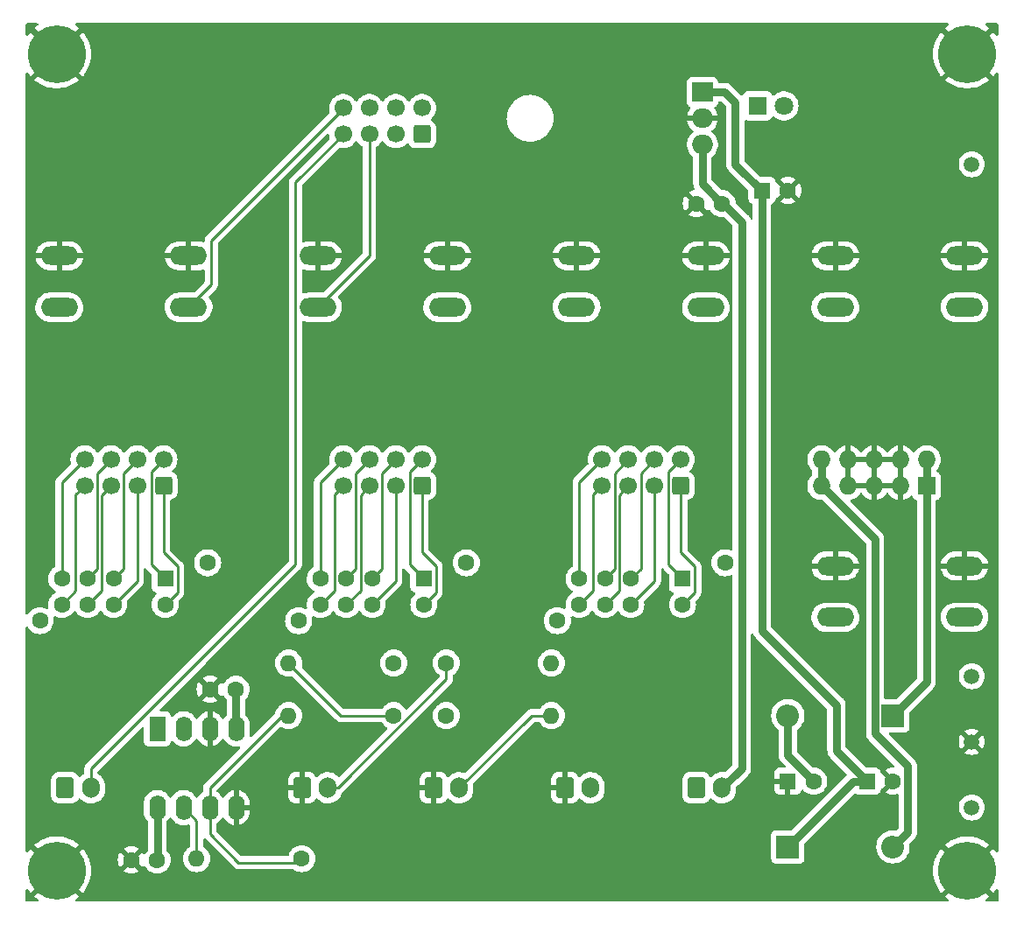
<source format=gtl>
%TF.GenerationSoftware,KiCad,Pcbnew,7.0.0-da2b9df05c~163~ubuntu22.04.1*%
%TF.CreationDate,2023-02-20T22:34:01-05:00*%
%TF.ProjectId,dso138,64736f31-3338-42e6-9b69-6361645f7063,rev?*%
%TF.SameCoordinates,Original*%
%TF.FileFunction,Copper,L1,Top*%
%TF.FilePolarity,Positive*%
%FSLAX46Y46*%
G04 Gerber Fmt 4.6, Leading zero omitted, Abs format (unit mm)*
G04 Created by KiCad (PCBNEW 7.0.0-da2b9df05c~163~ubuntu22.04.1) date 2023-02-20 22:34:01*
%MOMM*%
%LPD*%
G01*
G04 APERTURE LIST*
G04 Aperture macros list*
%AMRoundRect*
0 Rectangle with rounded corners*
0 $1 Rounding radius*
0 $2 $3 $4 $5 $6 $7 $8 $9 X,Y pos of 4 corners*
0 Add a 4 corners polygon primitive as box body*
4,1,4,$2,$3,$4,$5,$6,$7,$8,$9,$2,$3,0*
0 Add four circle primitives for the rounded corners*
1,1,$1+$1,$2,$3*
1,1,$1+$1,$4,$5*
1,1,$1+$1,$6,$7*
1,1,$1+$1,$8,$9*
0 Add four rect primitives between the rounded corners*
20,1,$1+$1,$2,$3,$4,$5,0*
20,1,$1+$1,$4,$5,$6,$7,0*
20,1,$1+$1,$6,$7,$8,$9,0*
20,1,$1+$1,$8,$9,$2,$3,0*%
G04 Aperture macros list end*
%TA.AperFunction,ComponentPad*%
%ADD10C,5.600000*%
%TD*%
%TA.AperFunction,ComponentPad*%
%ADD11C,1.500000*%
%TD*%
%TA.AperFunction,ComponentPad*%
%ADD12O,3.606800X1.803400*%
%TD*%
%TA.AperFunction,ComponentPad*%
%ADD13R,1.800000X1.800000*%
%TD*%
%TA.AperFunction,ComponentPad*%
%ADD14C,1.800000*%
%TD*%
%TA.AperFunction,WasherPad*%
%ADD15C,1.600000*%
%TD*%
%TA.AperFunction,ComponentPad*%
%ADD16R,1.600000X1.600000*%
%TD*%
%TA.AperFunction,ComponentPad*%
%ADD17C,1.600000*%
%TD*%
%TA.AperFunction,ComponentPad*%
%ADD18RoundRect,0.250000X0.600000X-0.600000X0.600000X0.600000X-0.600000X0.600000X-0.600000X-0.600000X0*%
%TD*%
%TA.AperFunction,ComponentPad*%
%ADD19C,1.700000*%
%TD*%
%TA.AperFunction,ComponentPad*%
%ADD20RoundRect,0.250000X-0.600000X-0.750000X0.600000X-0.750000X0.600000X0.750000X-0.600000X0.750000X0*%
%TD*%
%TA.AperFunction,ComponentPad*%
%ADD21O,1.700000X2.000000*%
%TD*%
%TA.AperFunction,ComponentPad*%
%ADD22R,2.000000X1.905000*%
%TD*%
%TA.AperFunction,ComponentPad*%
%ADD23O,2.000000X1.905000*%
%TD*%
%TA.AperFunction,ComponentPad*%
%ADD24R,2.200000X2.200000*%
%TD*%
%TA.AperFunction,ComponentPad*%
%ADD25O,2.200000X2.200000*%
%TD*%
%TA.AperFunction,ComponentPad*%
%ADD26O,1.600000X1.600000*%
%TD*%
%TA.AperFunction,ComponentPad*%
%ADD27R,1.600000X2.400000*%
%TD*%
%TA.AperFunction,ComponentPad*%
%ADD28O,1.600000X2.400000*%
%TD*%
%TA.AperFunction,ComponentPad*%
%ADD29R,1.727200X1.727200*%
%TD*%
%TA.AperFunction,ComponentPad*%
%ADD30O,1.727200X1.727200*%
%TD*%
%TA.AperFunction,Conductor*%
%ADD31C,0.750000*%
%TD*%
%TA.AperFunction,Conductor*%
%ADD32C,0.250000*%
%TD*%
G04 APERTURE END LIST*
D10*
%TO.P,H4,1*%
%TO.N,GND*%
X144000000Y-162000000D03*
%TD*%
%TO.P,H2,1*%
%TO.N,GND*%
X144000000Y-83000000D03*
%TD*%
D11*
%TO.P,TP3,1,1*%
%TO.N,-12V*%
X144450000Y-155880000D03*
%TD*%
D12*
%TO.P,SW5,1,1*%
%TO.N,GND*%
X106251599Y-102510799D03*
X118748399Y-102510799D03*
%TO.P,SW5,2,2*%
%TO.N,/SW_PLUS*%
X106251599Y-107489199D03*
X118748399Y-107489199D03*
%TD*%
%TO.P,SW4,1,1*%
%TO.N,GND*%
X56251599Y-102510799D03*
X68748399Y-102510799D03*
%TO.P,SW4,2,2*%
%TO.N,/SW_HOLDRUN*%
X56251599Y-107489199D03*
X68748399Y-107489199D03*
%TD*%
D13*
%TO.P,D3,1,K*%
%TO.N,/LED_K*%
X123743999Y-87999999D03*
D14*
%TO.P,D3,2,A*%
%TO.N,/LED_A*%
X126284000Y-88000000D03*
%TD*%
D11*
%TO.P,TP4,1,1*%
%TO.N,+9V*%
X144450000Y-93650000D03*
%TD*%
D12*
%TO.P,SW6,1,1*%
%TO.N,GND*%
X81251599Y-102510799D03*
X93748399Y-102510799D03*
%TO.P,SW6,2,2*%
%TO.N,/SW_MINUS*%
X81251599Y-107489199D03*
X93748399Y-107489199D03*
%TD*%
D10*
%TO.P,H3,1*%
%TO.N,GND*%
X56000000Y-162000000D03*
%TD*%
D15*
%TO.P,SW2,*%
%TO.N,*%
X95587800Y-132205400D03*
X79387800Y-137805400D03*
D16*
%TO.P,SW2,1,1*%
%TO.N,/SW_SEN1_10MV_A*%
X91487799Y-133755399D03*
D17*
%TO.P,SW2,2,2*%
%TO.N,/SW_SEN1_COMM_A*%
X86487800Y-133755400D03*
%TO.P,SW2,3,3*%
%TO.N,/SW_SEN1_100MV_A*%
X83987800Y-133755400D03*
%TO.P,SW2,4,4*%
%TO.N,/SW_SEN1_1V_A*%
X81487800Y-133755400D03*
%TO.P,SW2,5,5*%
%TO.N,/SW_SEN1_10MV_B*%
X91487800Y-136255400D03*
%TO.P,SW2,6,6*%
%TO.N,/SW_SEN1_COMM_B*%
X86487800Y-136255400D03*
%TO.P,SW2,7,7*%
%TO.N,/SW_SEN1_100MV_B*%
X83987800Y-136255400D03*
%TO.P,SW2,8,8*%
%TO.N,/SW_SEN1_1V_B*%
X81487800Y-136255400D03*
%TD*%
D11*
%TO.P,TP1,1,1*%
%TO.N,+12V*%
X144450000Y-143180000D03*
%TD*%
D15*
%TO.P,SW3,*%
%TO.N,*%
X120587800Y-132205400D03*
X104387800Y-137805400D03*
D16*
%TO.P,SW3,1,1*%
%TO.N,/SW_SEN2_X1_A*%
X116487799Y-133755399D03*
D17*
%TO.P,SW3,2,2*%
%TO.N,/SW_SEN2_COMM_A*%
X111487800Y-133755400D03*
%TO.P,SW3,3,3*%
%TO.N,/SW_SEN2_X2_A*%
X108987800Y-133755400D03*
%TO.P,SW3,4,4*%
%TO.N,/SW_SEN2_X5_A*%
X106487800Y-133755400D03*
%TO.P,SW3,5,5*%
%TO.N,/SW_SEN2_X1_B*%
X116487800Y-136255400D03*
%TO.P,SW3,6,6*%
%TO.N,/SW_SEN2_COMM_B*%
X111487800Y-136255400D03*
%TO.P,SW3,7,7*%
%TO.N,/SW_SEN2_X2_B*%
X108987800Y-136255400D03*
%TO.P,SW3,8,8*%
%TO.N,/SW_SEN2_X5_B*%
X106487800Y-136255400D03*
%TD*%
D10*
%TO.P,H1,1*%
%TO.N,GND*%
X56000000Y-83000000D03*
%TD*%
D12*
%TO.P,SW7,1,1*%
%TO.N,GND*%
X131251599Y-102510799D03*
X143748399Y-102510799D03*
%TO.P,SW7,2,2*%
%TO.N,/SW_SELECT*%
X131251599Y-107489199D03*
X143748399Y-107489199D03*
%TD*%
D15*
%TO.P,SW1,*%
%TO.N,*%
X70587800Y-132205400D03*
X54387800Y-137805400D03*
D16*
%TO.P,SW1,1,1*%
%TO.N,/SW_CPL_DC_A*%
X66487799Y-133755399D03*
D17*
%TO.P,SW1,2,2*%
%TO.N,/SW_CPL_COMM_A*%
X61487800Y-133755400D03*
%TO.P,SW1,3,3*%
%TO.N,/SW_CPL_AC_A*%
X58987800Y-133755400D03*
%TO.P,SW1,4,4*%
%TO.N,/SW_CPL_GND_A*%
X56487800Y-133755400D03*
%TO.P,SW1,5,5*%
%TO.N,/SW_CPL_DC_B*%
X66487800Y-136255400D03*
%TO.P,SW1,6,6*%
%TO.N,/SW_CPL_COMM_B*%
X61487800Y-136255400D03*
%TO.P,SW1,7,7*%
%TO.N,/SW_CPL_AC_B*%
X58987800Y-136255400D03*
%TO.P,SW1,8,8*%
%TO.N,/SW_CPL_GND_B*%
X56487800Y-136255400D03*
%TD*%
D11*
%TO.P,TP2,1,1*%
%TO.N,GND*%
X144450000Y-149530000D03*
%TD*%
D12*
%TO.P,SW8,1,1*%
%TO.N,GND*%
X131251599Y-132510799D03*
X143748399Y-132510799D03*
%TO.P,SW8,2,2*%
%TO.N,/SW_RESET*%
X131251599Y-137489199D03*
X143748399Y-137489199D03*
%TD*%
D18*
%TO.P,J13,1,Pin_1*%
%TO.N,/LED_K*%
X91310000Y-90752500D03*
D19*
%TO.P,J13,2,Pin_2*%
%TO.N,/LED_A*%
X91310000Y-88212500D03*
%TO.P,J13,3,Pin_3*%
%TO.N,/SW_RESET*%
X88770000Y-90752500D03*
%TO.P,J13,4,Pin_4*%
%TO.N,/SW_SELECT*%
X88770000Y-88212500D03*
%TO.P,J13,5,Pin_5*%
%TO.N,/SW_MINUS*%
X86230000Y-90752500D03*
%TO.P,J13,6,Pin_6*%
%TO.N,/SW_PLUS*%
X86230000Y-88212500D03*
%TO.P,J13,7,Pin_7*%
%TO.N,/INPUT*%
X83690000Y-90752500D03*
%TO.P,J13,8,Pin_8*%
%TO.N,/SW_HOLDRUN*%
X83690000Y-88212500D03*
%TD*%
D20*
%TO.P,J7,1,Pin_1*%
%TO.N,GND*%
X79720000Y-153975000D03*
D21*
%TO.P,J7,2,Pin_2*%
%TO.N,/AUDIO_IN*%
X82219999Y-153974999D03*
%TD*%
D22*
%TO.P,U2,1,VI*%
%TO.N,+12V*%
X118414999Y-86664999D03*
D23*
%TO.P,U2,2,GND*%
%TO.N,GND*%
X118414999Y-89204999D03*
%TO.P,U2,3,VO*%
%TO.N,+9V*%
X118414999Y-91744999D03*
%TD*%
D24*
%TO.P,D2,1,K*%
%TO.N,/Controls board/-12_IN*%
X136829999Y-146989999D03*
D25*
%TO.P,D2,2,A*%
%TO.N,-12V*%
X126669999Y-146989999D03*
%TD*%
D16*
%TO.P,C1,1*%
%TO.N,+12V*%
X134329999Y-153339999D03*
D17*
%TO.P,C1,2*%
%TO.N,GND*%
X136830000Y-153340000D03*
%TD*%
D20*
%TO.P,J6,1,Pin_1*%
%TO.N,/AUDIO_BUF*%
X56820000Y-153975000D03*
D21*
%TO.P,J6,2,Pin_2*%
%TO.N,/INPUT*%
X59319999Y-153974999D03*
%TD*%
D18*
%TO.P,J11,1,Pin_1*%
%TO.N,/SW_SEN1_10MV_B*%
X91310000Y-124752500D03*
D19*
%TO.P,J11,2,Pin_2*%
%TO.N,/SW_SEN1_10MV_A*%
X91310000Y-122212500D03*
%TO.P,J11,3,Pin_3*%
%TO.N,/SW_SEN1_COMM_B*%
X88770000Y-124752500D03*
%TO.P,J11,4,Pin_4*%
%TO.N,/SW_SEN1_COMM_A*%
X88770000Y-122212500D03*
%TO.P,J11,5,Pin_5*%
%TO.N,/SW_SEN1_100MV_B*%
X86230000Y-124752500D03*
%TO.P,J11,6,Pin_6*%
%TO.N,/SW_SEN1_100MV_A*%
X86230000Y-122212500D03*
%TO.P,J11,7,Pin_7*%
%TO.N,/SW_SEN1_1V_B*%
X83690000Y-124752500D03*
%TO.P,J11,8,Pin_8*%
%TO.N,/SW_SEN1_1V_A*%
X83690000Y-122212500D03*
%TD*%
D18*
%TO.P,J12,1,Pin_1*%
%TO.N,/SW_SEN2_X1_B*%
X116310000Y-124752500D03*
D19*
%TO.P,J12,2,Pin_2*%
%TO.N,/SW_SEN2_X1_A*%
X116310000Y-122212500D03*
%TO.P,J12,3,Pin_3*%
%TO.N,/SW_SEN2_COMM_B*%
X113770000Y-124752500D03*
%TO.P,J12,4,Pin_4*%
%TO.N,/SW_SEN2_COMM_A*%
X113770000Y-122212500D03*
%TO.P,J12,5,Pin_5*%
%TO.N,/SW_SEN2_X2_B*%
X111230000Y-124752500D03*
%TO.P,J12,6,Pin_6*%
%TO.N,/SW_SEN2_X2_A*%
X111230000Y-122212500D03*
%TO.P,J12,7,Pin_7*%
%TO.N,/SW_SEN2_X5_B*%
X108690000Y-124752500D03*
%TO.P,J12,8,Pin_8*%
%TO.N,/SW_SEN2_X5_A*%
X108690000Y-122212500D03*
%TD*%
D16*
%TO.P,C2,1*%
%TO.N,GND*%
X126669999Y-153339999D03*
D17*
%TO.P,C2,2*%
%TO.N,-12V*%
X129170000Y-153340000D03*
%TD*%
D20*
%TO.P,J8,1,Pin_1*%
%TO.N,GND*%
X92420000Y-153975000D03*
D21*
%TO.P,J8,2,Pin_2*%
%TO.N,/AUDIO_THROUGH*%
X94919999Y-153974999D03*
%TD*%
D17*
%TO.P,R2,1*%
%TO.N,Net-(U1A--)*%
X88570000Y-141910000D03*
D26*
%TO.P,R2,2*%
%TO.N,Net-(R2-Pad2)*%
X78409999Y-141909999D03*
%TD*%
D17*
%TO.P,R5,1*%
%TO.N,/AUDIO_BUF*%
X93650000Y-146990000D03*
D26*
%TO.P,R5,2*%
%TO.N,/AUDIO_THROUGH*%
X103809999Y-146989999D03*
%TD*%
D17*
%TO.P,R3,1*%
%TO.N,Net-(R2-Pad2)*%
X88570000Y-146990000D03*
D26*
%TO.P,R3,2*%
%TO.N,Net-(U1B--)*%
X78409999Y-146989999D03*
%TD*%
D24*
%TO.P,D1,1,K*%
%TO.N,+12V*%
X126669999Y-159689999D03*
D25*
%TO.P,D1,2,A*%
%TO.N,/Controls board/+12_IN*%
X136829999Y-159689999D03*
%TD*%
D27*
%TO.P,U1,1*%
%TO.N,Net-(R2-Pad2)*%
X65719999Y-148269999D03*
D28*
%TO.P,U1,2,-*%
%TO.N,Net-(U1A--)*%
X68259999Y-148269999D03*
%TO.P,U1,3,+*%
%TO.N,GND*%
X70799999Y-148269999D03*
%TO.P,U1,4,V-*%
%TO.N,-12V*%
X73339999Y-148269999D03*
%TO.P,U1,5,+*%
%TO.N,GND*%
X73339999Y-155889999D03*
%TO.P,U1,6,-*%
%TO.N,Net-(U1B--)*%
X70799999Y-155889999D03*
%TO.P,U1,7*%
%TO.N,/AUDIO_BUF*%
X68259999Y-155889999D03*
%TO.P,U1,8,V+*%
%TO.N,+12V*%
X65719999Y-155889999D03*
%TD*%
D16*
%TO.P,C5,1*%
%TO.N,+12V*%
X124169999Y-96189999D03*
D17*
%TO.P,C5,2*%
%TO.N,GND*%
X126670000Y-96190000D03*
%TD*%
%TO.P,C4,1*%
%TO.N,GND*%
X70830000Y-144460000D03*
%TO.P,C4,2*%
%TO.N,-12V*%
X73330000Y-144460000D03*
%TD*%
%TO.P,R4,1*%
%TO.N,Net-(U1B--)*%
X79680000Y-160833000D03*
D26*
%TO.P,R4,2*%
%TO.N,/AUDIO_BUF*%
X69519999Y-160832999D03*
%TD*%
D18*
%TO.P,J10,1,Pin_1*%
%TO.N,/SW_CPL_DC_B*%
X66310000Y-124752500D03*
D19*
%TO.P,J10,2,Pin_2*%
%TO.N,/SW_CPL_DC_A*%
X66310000Y-122212500D03*
%TO.P,J10,3,Pin_3*%
%TO.N,/SW_CPL_COMM_B*%
X63770000Y-124752500D03*
%TO.P,J10,4,Pin_4*%
%TO.N,/SW_CPL_COMM_A*%
X63770000Y-122212500D03*
%TO.P,J10,5,Pin_5*%
%TO.N,/SW_CPL_AC_B*%
X61230000Y-124752500D03*
%TO.P,J10,6,Pin_6*%
%TO.N,/SW_CPL_AC_A*%
X61230000Y-122212500D03*
%TO.P,J10,7,Pin_7*%
%TO.N,/SW_CPL_GND_B*%
X58690000Y-124752500D03*
%TO.P,J10,8,Pin_8*%
%TO.N,/SW_CPL_GND_A*%
X58690000Y-122212500D03*
%TD*%
D29*
%TO.P,J20,1,-12V*%
%TO.N,/Controls board/-12_IN*%
X140079999Y-124769999D03*
D30*
%TO.P,J20,2,-12V*%
X140079999Y-122229999D03*
%TO.P,J20,3,GND*%
%TO.N,GND*%
X137539999Y-124769999D03*
%TO.P,J20,4,GND*%
X137539999Y-122229999D03*
%TO.P,J20,5,GND*%
X134999999Y-124769999D03*
%TO.P,J20,6,GND*%
X134999999Y-122229999D03*
%TO.P,J20,7,GND*%
X132459999Y-124769999D03*
%TO.P,J20,8,GND*%
X132459999Y-122229999D03*
%TO.P,J20,9,+12V*%
%TO.N,/Controls board/+12_IN*%
X129919999Y-124769999D03*
%TO.P,J20,10,+12V*%
X129919999Y-122229999D03*
%TD*%
D17*
%TO.P,C6,1*%
%TO.N,+9V*%
X120320000Y-97460000D03*
%TO.P,C6,2*%
%TO.N,GND*%
X117820000Y-97460000D03*
%TD*%
D20*
%TO.P,J14,1,Pin_1*%
%TO.N,GND*%
X105120000Y-153975000D03*
D21*
%TO.P,J14,2,Pin_2*%
%TO.N,/9V_SWITCHED*%
X107619999Y-153974999D03*
%TD*%
D20*
%TO.P,J9,1,Pin_1*%
%TO.N,/9V_SWITCHED*%
X117820000Y-153975000D03*
D21*
%TO.P,J9,2,Pin_2*%
%TO.N,+9V*%
X120319999Y-153974999D03*
%TD*%
D17*
%TO.P,C3,1*%
%TO.N,+12V*%
X65710000Y-160960000D03*
%TO.P,C3,2*%
%TO.N,GND*%
X63210000Y-160960000D03*
%TD*%
%TO.P,R1,1*%
%TO.N,/AUDIO_IN*%
X93650000Y-141910000D03*
D26*
%TO.P,R1,2*%
%TO.N,Net-(U1A--)*%
X103809999Y-141909999D03*
%TD*%
D31*
%TO.N,+12V*%
X65720000Y-160950000D02*
X65720000Y-155890000D01*
X121590000Y-87681000D02*
X121590000Y-93650000D01*
X65710000Y-160960000D02*
X65720000Y-160950000D01*
X131369000Y-150379000D02*
X134330000Y-153340000D01*
X120574000Y-86665000D02*
X121590000Y-87681000D01*
X118415000Y-86665000D02*
X120574000Y-86665000D01*
X133020000Y-153340000D02*
X126670000Y-159690000D01*
X134330000Y-153340000D02*
X133020000Y-153340000D01*
X124170000Y-96230000D02*
X124170000Y-138775000D01*
X121590000Y-93650000D02*
X124170000Y-96230000D01*
X131369000Y-145974000D02*
X131369000Y-150379000D01*
X124170000Y-138775000D02*
X131369000Y-145974000D01*
%TO.N,-12V*%
X126670000Y-146990000D02*
X126670000Y-150840000D01*
X73330000Y-144460000D02*
X73330000Y-148260000D01*
X126670000Y-150840000D02*
X129170000Y-153340000D01*
%TO.N,/Controls board/+12_IN*%
X138255000Y-158265000D02*
X138255000Y-151865000D01*
X135105000Y-129955000D02*
X129920000Y-124770000D01*
X136830000Y-159690000D02*
X138255000Y-158265000D01*
X135105000Y-148715000D02*
X135105000Y-129955000D01*
X129920000Y-124770000D02*
X129920000Y-122230000D01*
X138255000Y-151865000D02*
X135105000Y-148715000D01*
%TO.N,/Controls board/-12_IN*%
X136830000Y-146990000D02*
X140080000Y-143740000D01*
X140080000Y-143740000D02*
X140080000Y-122230000D01*
%TO.N,+9V*%
X120447000Y-97460000D02*
X122225000Y-99238000D01*
X118415000Y-95555000D02*
X120320000Y-97460000D01*
X122225000Y-99238000D02*
X122225000Y-152070000D01*
X122225000Y-152070000D02*
X120320000Y-153975000D01*
X118415000Y-91745000D02*
X118415000Y-95555000D01*
D32*
%TO.N,/INPUT*%
X79073200Y-95404300D02*
X83690000Y-90787500D01*
X59320000Y-152110000D02*
X79073200Y-132356800D01*
X59320000Y-153975000D02*
X59320000Y-152110000D01*
X79073200Y-132356800D02*
X79073200Y-95404300D01*
%TO.N,/AUDIO_BUF*%
X69520000Y-160833000D02*
X69520000Y-157150000D01*
X69520000Y-157150000D02*
X68260000Y-155890000D01*
%TO.N,/AUDIO_IN*%
X93650000Y-143500991D02*
X83175991Y-153975000D01*
X93650000Y-141910000D02*
X93650000Y-143500991D01*
X83175991Y-153975000D02*
X82220000Y-153975000D01*
%TO.N,/AUDIO_THROUGH*%
X101905000Y-146990000D02*
X94920000Y-153975000D01*
X103810000Y-146990000D02*
X101905000Y-146990000D01*
%TO.N,/SW_CPL_DC_A*%
X65135000Y-123422500D02*
X65135000Y-132402600D01*
X65135000Y-132402600D02*
X66487800Y-133755400D01*
X66310000Y-122247500D02*
X65135000Y-123422500D01*
%TO.N,/SW_CPL_DC_B*%
X67663800Y-135079400D02*
X66487800Y-136255400D01*
X66310000Y-124787500D02*
X66310000Y-131207000D01*
X67663800Y-132560800D02*
X67663800Y-135079400D01*
X66310000Y-131207000D02*
X67663800Y-132560800D01*
%TO.N,/SW_CPL_COMM_A*%
X63770000Y-122247500D02*
X62456800Y-123560700D01*
X62456800Y-123560700D02*
X62456800Y-132786400D01*
X62456800Y-132786400D02*
X61487800Y-133755400D01*
%TO.N,/SW_CPL_COMM_B*%
X63770000Y-133973200D02*
X61487800Y-136255400D01*
X63770000Y-124787500D02*
X63770000Y-133973200D01*
%TO.N,/SW_CPL_AC_A*%
X59912800Y-132830400D02*
X58987800Y-133755400D01*
X61230000Y-122247500D02*
X59912800Y-123564700D01*
X59912800Y-123564700D02*
X59912800Y-132830400D01*
%TO.N,/SW_CPL_AC_B*%
X61230000Y-124787500D02*
X60362800Y-125654700D01*
X60362800Y-134880400D02*
X58987800Y-136255400D01*
X60362800Y-125654700D02*
X60362800Y-134880400D01*
%TO.N,/SW_SEN1_10MV_A*%
X91310000Y-122247500D02*
X90135000Y-123422500D01*
X90135000Y-123422500D02*
X90135000Y-132402600D01*
X90135000Y-132402600D02*
X91487800Y-133755400D01*
%TO.N,/SW_SEN1_10MV_B*%
X92663800Y-135079400D02*
X91487800Y-136255400D01*
X91310000Y-124787500D02*
X91310000Y-131207000D01*
X92663800Y-132560800D02*
X92663800Y-135079400D01*
X91310000Y-131207000D02*
X92663800Y-132560800D01*
%TO.N,/SW_SEN1_COMM_A*%
X87456800Y-132786400D02*
X86487800Y-133755400D01*
X88770000Y-122247500D02*
X87456800Y-123560700D01*
X87456800Y-123560700D02*
X87456800Y-132786400D01*
%TO.N,/SW_SEN1_COMM_B*%
X88770000Y-124787500D02*
X88770000Y-133973200D01*
X88770000Y-133973200D02*
X86487800Y-136255400D01*
%TO.N,/SW_SEN1_100MV_A*%
X84912800Y-132830400D02*
X83987800Y-133755400D01*
X84912800Y-123564700D02*
X84912800Y-132830400D01*
X86230000Y-122247500D02*
X84912800Y-123564700D01*
%TO.N,/SW_SEN1_100MV_B*%
X85362800Y-134880400D02*
X83987800Y-136255400D01*
X85362800Y-125654700D02*
X85362800Y-134880400D01*
X86230000Y-124787500D02*
X85362800Y-125654700D01*
%TO.N,/SW_SEN2_X1_A*%
X115135000Y-132402600D02*
X116487800Y-133755400D01*
X115135000Y-123422500D02*
X115135000Y-132402600D01*
X116310000Y-122247500D02*
X115135000Y-123422500D01*
%TO.N,/SW_SEN2_X1_B*%
X116310000Y-124787500D02*
X116310000Y-131207000D01*
X116310000Y-131207000D02*
X117663800Y-132560800D01*
X117663800Y-132560800D02*
X117663800Y-135079400D01*
X117663800Y-135079400D02*
X116487800Y-136255400D01*
%TO.N,/SW_SEN2_COMM_A*%
X112456800Y-132786400D02*
X111487800Y-133755400D01*
X112456800Y-123560700D02*
X112456800Y-132786400D01*
X113770000Y-122247500D02*
X112456800Y-123560700D01*
%TO.N,/SW_SEN2_COMM_B*%
X113770000Y-124787500D02*
X113770000Y-133973200D01*
X113770000Y-133973200D02*
X111487800Y-136255400D01*
%TO.N,/SW_SEN2_X2_A*%
X111230000Y-122247500D02*
X109912800Y-123564700D01*
X109912800Y-132830400D02*
X108987800Y-133755400D01*
X109912800Y-123564700D02*
X109912800Y-132830400D01*
%TO.N,/SW_SEN2_X2_B*%
X110362800Y-125654700D02*
X110362800Y-134880400D01*
X111230000Y-124787500D02*
X110362800Y-125654700D01*
X110362800Y-134880400D02*
X108987800Y-136255400D01*
%TO.N,/SW_HOLDRUN*%
X70926800Y-105310800D02*
X70926800Y-101010700D01*
X68748400Y-107489200D02*
X70926800Y-105310800D01*
X70926800Y-101010700D02*
X83690000Y-88247500D01*
%TO.N,/SW_MINUS*%
X81251600Y-107489200D02*
X86230000Y-102510800D01*
X86230000Y-102510800D02*
X86230000Y-90787500D01*
%TO.N,/SW_CPL_GND_A*%
X56487800Y-124449700D02*
X56487800Y-133755400D01*
X58690000Y-122247500D02*
X56487800Y-124449700D01*
%TO.N,/SW_CPL_GND_B*%
X57840000Y-134903200D02*
X56487800Y-136255400D01*
X58690000Y-124787500D02*
X57840000Y-125637500D01*
X57840000Y-125637500D02*
X57840000Y-134903200D01*
%TO.N,/SW_SEN1_1V_A*%
X83690000Y-122247500D02*
X81487800Y-124449700D01*
X81487800Y-124449700D02*
X81487800Y-133755400D01*
%TO.N,/SW_SEN1_1V_B*%
X83690000Y-124787500D02*
X82840000Y-125637500D01*
X82840000Y-125637500D02*
X82840000Y-134903200D01*
X82840000Y-134903200D02*
X81487800Y-136255400D01*
%TO.N,/SW_SEN2_X5_A*%
X108690000Y-122247500D02*
X106487800Y-124449700D01*
X106487800Y-124449700D02*
X106487800Y-133755400D01*
%TO.N,/SW_SEN2_X5_B*%
X108690000Y-124787500D02*
X107840000Y-125637500D01*
X107840000Y-134903200D02*
X106487800Y-136255400D01*
X107840000Y-125637500D02*
X107840000Y-134903200D01*
%TO.N,Net-(R2-Pad2)*%
X83490000Y-146990000D02*
X78410000Y-141910000D01*
X88570000Y-146990000D02*
X83490000Y-146990000D01*
%TO.N,Net-(U1B--)*%
X79680000Y-160833000D02*
X79299000Y-161214000D01*
X73584000Y-161214000D02*
X70800000Y-158430000D01*
X70800000Y-158430000D02*
X70800000Y-155890000D01*
X70800000Y-153965000D02*
X70800000Y-155890000D01*
X77775000Y-146990000D02*
X70800000Y-153965000D01*
X79299000Y-161214000D02*
X73584000Y-161214000D01*
X78410000Y-146990000D02*
X77775000Y-146990000D01*
%TD*%
%TA.AperFunction,Conductor*%
%TO.N,GND*%
G36*
X85019970Y-91411957D02*
G01*
X85065481Y-91453854D01*
X85154278Y-91589768D01*
X85157806Y-91593600D01*
X85303227Y-91751569D01*
X85303231Y-91751573D01*
X85306760Y-91755406D01*
X85484424Y-91893689D01*
X85489000Y-91896165D01*
X85489004Y-91896168D01*
X85530469Y-91918607D01*
X85578741Y-91964923D01*
X85596500Y-92029421D01*
X85596500Y-102196206D01*
X85586909Y-102244424D01*
X85559595Y-102285301D01*
X81802800Y-106042095D01*
X81761923Y-106069409D01*
X81713705Y-106079000D01*
X80289992Y-106079000D01*
X80287337Y-106079225D01*
X80287336Y-106079226D01*
X80116044Y-106093805D01*
X80116040Y-106093805D01*
X80110713Y-106094259D01*
X80105543Y-106095605D01*
X80105532Y-106095607D01*
X79883585Y-106153397D01*
X79883573Y-106153400D01*
X79878408Y-106154746D01*
X79874350Y-106156580D01*
X79815364Y-106162545D01*
X79759940Y-106140612D01*
X79720799Y-106095658D01*
X79706700Y-106037743D01*
X79706700Y-103956799D01*
X79720800Y-103898882D01*
X79759943Y-103853928D01*
X79815371Y-103831996D01*
X79874676Y-103837997D01*
X79988354Y-103878162D01*
X79998674Y-103880850D01*
X80224648Y-103919596D01*
X80235265Y-103920500D01*
X80981010Y-103920500D01*
X80994093Y-103916993D01*
X80997600Y-103903910D01*
X81505600Y-103903910D01*
X81509106Y-103916993D01*
X81522190Y-103920500D01*
X82210519Y-103920500D01*
X82215839Y-103920273D01*
X82387070Y-103905699D01*
X82397581Y-103903897D01*
X82619447Y-103846128D01*
X82629498Y-103842577D01*
X82838406Y-103748145D01*
X82847728Y-103742937D01*
X83037665Y-103614563D01*
X83045974Y-103607853D01*
X83211483Y-103449225D01*
X83218529Y-103441220D01*
X83354858Y-103256891D01*
X83360450Y-103247808D01*
X83463664Y-103043096D01*
X83467643Y-103033193D01*
X83534775Y-102813983D01*
X83537021Y-102803565D01*
X83539705Y-102782602D01*
X83537527Y-102768724D01*
X83524034Y-102764800D01*
X81522190Y-102764800D01*
X81509106Y-102768306D01*
X81505600Y-102781390D01*
X81505600Y-103903910D01*
X80997600Y-103903910D01*
X80997600Y-102240210D01*
X81505600Y-102240210D01*
X81509106Y-102253293D01*
X81522190Y-102256800D01*
X83526526Y-102256800D01*
X83537535Y-102254304D01*
X83537655Y-102243016D01*
X83507210Y-102101750D01*
X83504084Y-102091544D01*
X83418606Y-101878822D01*
X83413801Y-101869294D01*
X83293598Y-101674071D01*
X83287257Y-101665497D01*
X83135790Y-101493397D01*
X83128085Y-101486014D01*
X82949716Y-101341990D01*
X82940877Y-101336016D01*
X82740735Y-101224210D01*
X82731002Y-101219810D01*
X82514846Y-101143437D01*
X82504525Y-101140749D01*
X82278551Y-101102003D01*
X82267935Y-101101100D01*
X81522190Y-101101100D01*
X81509106Y-101104606D01*
X81505600Y-101117690D01*
X81505600Y-102240210D01*
X80997600Y-102240210D01*
X80997600Y-101117690D01*
X80994093Y-101104606D01*
X80981010Y-101101100D01*
X80292681Y-101101100D01*
X80287360Y-101101326D01*
X80116129Y-101115900D01*
X80105618Y-101117702D01*
X79883761Y-101175469D01*
X79874675Y-101178680D01*
X79815370Y-101184680D01*
X79759943Y-101162748D01*
X79720800Y-101117794D01*
X79706700Y-101059877D01*
X79706700Y-95718894D01*
X79716291Y-95670676D01*
X79743605Y-95629799D01*
X80538609Y-94834795D01*
X83261593Y-92111809D01*
X83312245Y-92080913D01*
X83371425Y-92076624D01*
X83577431Y-92111000D01*
X83797358Y-92111000D01*
X83802569Y-92111000D01*
X84024635Y-92073944D01*
X84237574Y-92000842D01*
X84435576Y-91893689D01*
X84613240Y-91755406D01*
X84765722Y-91589768D01*
X84854518Y-91453854D01*
X84900030Y-91411957D01*
X84960000Y-91396771D01*
X85019970Y-91411957D01*
G37*
%TD.AperFunction*%
%TA.AperFunction,Conductor*%
G36*
X54177601Y-80017154D02*
G01*
X54223656Y-80062714D01*
X54240988Y-80125135D01*
X54225013Y-80187917D01*
X54179955Y-80234464D01*
X54143798Y-80256218D01*
X54138142Y-80260053D01*
X53858014Y-80473001D01*
X53856273Y-80474480D01*
X53849659Y-80485361D01*
X53856440Y-80497229D01*
X55988270Y-82629059D01*
X56000000Y-82635831D01*
X56011729Y-82629059D01*
X58143560Y-80497227D01*
X58150339Y-80485362D01*
X58143725Y-80474480D01*
X58141979Y-80472997D01*
X57861857Y-80260053D01*
X57856201Y-80256218D01*
X57820045Y-80234464D01*
X57774987Y-80187917D01*
X57759012Y-80125135D01*
X57776344Y-80062714D01*
X57822399Y-80017154D01*
X57885005Y-80000500D01*
X142114995Y-80000500D01*
X142177601Y-80017154D01*
X142223656Y-80062714D01*
X142240988Y-80125135D01*
X142225013Y-80187917D01*
X142179955Y-80234464D01*
X142143798Y-80256218D01*
X142138142Y-80260053D01*
X141858014Y-80473001D01*
X141856273Y-80474480D01*
X141849659Y-80485361D01*
X141856440Y-80497229D01*
X143988270Y-82629059D01*
X144000000Y-82635831D01*
X144011729Y-82629059D01*
X146143560Y-80497227D01*
X146150339Y-80485362D01*
X146143725Y-80474480D01*
X146141979Y-80472997D01*
X145861857Y-80260053D01*
X145856201Y-80256218D01*
X145820045Y-80234464D01*
X145774987Y-80187917D01*
X145759012Y-80125135D01*
X145776344Y-80062714D01*
X145822399Y-80017154D01*
X145885005Y-80000500D01*
X146873500Y-80000500D01*
X146936500Y-80017381D01*
X146982619Y-80063500D01*
X146999500Y-80126500D01*
X146999500Y-81118922D01*
X146983518Y-81180339D01*
X146939626Y-81226176D01*
X146878958Y-81244804D01*
X146816906Y-81231497D01*
X146769211Y-81189632D01*
X146639261Y-80997970D01*
X146635130Y-80992536D01*
X146523132Y-80860682D01*
X146511606Y-80852942D01*
X146499486Y-80859723D01*
X144370939Y-82988270D01*
X144364167Y-83000000D01*
X144370939Y-83011729D01*
X146499485Y-85140274D01*
X146511606Y-85147055D01*
X146523133Y-85139316D01*
X146635130Y-85007462D01*
X146639259Y-85002031D01*
X146769211Y-84810368D01*
X146816906Y-84768503D01*
X146878958Y-84755196D01*
X146939626Y-84773824D01*
X146983518Y-84819661D01*
X146999500Y-84881078D01*
X146999500Y-160118922D01*
X146983518Y-160180339D01*
X146939626Y-160226176D01*
X146878958Y-160244804D01*
X146816906Y-160231497D01*
X146769211Y-160189632D01*
X146639261Y-159997970D01*
X146635130Y-159992536D01*
X146523132Y-159860682D01*
X146511606Y-159852942D01*
X146499486Y-159859723D01*
X144370939Y-161988270D01*
X144364167Y-162000000D01*
X144370939Y-162011729D01*
X146499485Y-164140274D01*
X146511606Y-164147055D01*
X146523133Y-164139316D01*
X146635130Y-164007462D01*
X146639259Y-164002031D01*
X146769211Y-163810368D01*
X146816906Y-163768503D01*
X146878958Y-163755196D01*
X146939626Y-163773824D01*
X146983518Y-163819661D01*
X146999500Y-163881078D01*
X146999500Y-164873500D01*
X146982619Y-164936500D01*
X146936500Y-164982619D01*
X146873500Y-164999500D01*
X145885005Y-164999500D01*
X145822399Y-164982846D01*
X145776344Y-164937286D01*
X145759012Y-164874865D01*
X145774987Y-164812083D01*
X145820045Y-164765536D01*
X145856201Y-164743781D01*
X145861857Y-164739946D01*
X146141987Y-164526996D01*
X146143727Y-164525518D01*
X146150340Y-164514638D01*
X146143560Y-164502771D01*
X144011729Y-162370939D01*
X144000000Y-162364167D01*
X143988270Y-162370939D01*
X141856438Y-164502771D01*
X141849659Y-164514636D01*
X141856273Y-164525518D01*
X141858020Y-164527002D01*
X142138142Y-164739946D01*
X142143798Y-164743781D01*
X142179955Y-164765536D01*
X142225013Y-164812083D01*
X142240988Y-164874865D01*
X142223656Y-164937286D01*
X142177601Y-164982846D01*
X142114995Y-164999500D01*
X57885005Y-164999500D01*
X57822399Y-164982846D01*
X57776344Y-164937286D01*
X57759012Y-164874865D01*
X57774987Y-164812083D01*
X57820045Y-164765536D01*
X57856201Y-164743781D01*
X57861857Y-164739946D01*
X58141987Y-164526996D01*
X58143727Y-164525518D01*
X58150340Y-164514638D01*
X58143560Y-164502771D01*
X56011729Y-162370939D01*
X56000000Y-162364167D01*
X55988270Y-162370939D01*
X53856438Y-164502771D01*
X53849659Y-164514636D01*
X53856273Y-164525518D01*
X53858020Y-164527002D01*
X54138142Y-164739946D01*
X54143798Y-164743781D01*
X54179955Y-164765536D01*
X54225013Y-164812083D01*
X54240988Y-164874865D01*
X54223656Y-164937286D01*
X54177601Y-164982846D01*
X54114995Y-164999500D01*
X53126500Y-164999500D01*
X53063500Y-164982619D01*
X53017381Y-164936500D01*
X53000500Y-164873500D01*
X53000500Y-163881078D01*
X53016482Y-163819661D01*
X53060374Y-163773824D01*
X53121042Y-163755196D01*
X53183094Y-163768503D01*
X53230789Y-163810368D01*
X53360738Y-164002029D01*
X53364869Y-164007463D01*
X53476866Y-164139316D01*
X53488392Y-164147056D01*
X53500512Y-164140275D01*
X55629059Y-162011729D01*
X55635831Y-162000000D01*
X56364167Y-162000000D01*
X56370939Y-162011729D01*
X58499485Y-164140274D01*
X58511606Y-164147055D01*
X58523133Y-164139316D01*
X58635130Y-164007462D01*
X58639259Y-164002031D01*
X58836735Y-163710776D01*
X58840243Y-163704946D01*
X59005074Y-163394041D01*
X59007930Y-163387865D01*
X59138178Y-163060970D01*
X59140353Y-163054514D01*
X59234491Y-162715461D01*
X59235959Y-162708793D01*
X59292885Y-162361560D01*
X59293624Y-162354763D01*
X59310323Y-162046770D01*
X62485860Y-162046770D01*
X62493414Y-162055014D01*
X62548996Y-162093933D01*
X62558482Y-162099410D01*
X62755946Y-162191489D01*
X62766238Y-162195235D01*
X62976687Y-162251625D01*
X62987480Y-162253528D01*
X63204525Y-162272517D01*
X63215475Y-162272517D01*
X63432519Y-162253528D01*
X63443312Y-162251625D01*
X63653761Y-162195235D01*
X63664053Y-162191489D01*
X63861510Y-162099413D01*
X63871006Y-162093931D01*
X63926586Y-162055013D01*
X63934138Y-162046771D01*
X63928128Y-162037338D01*
X63221729Y-161330939D01*
X63209999Y-161324167D01*
X63198271Y-161330938D01*
X62491867Y-162037341D01*
X62485860Y-162046770D01*
X59310323Y-162046770D01*
X59312674Y-162003412D01*
X59312674Y-161996588D01*
X59293624Y-161645236D01*
X59292885Y-161638439D01*
X59235959Y-161291206D01*
X59234491Y-161284538D01*
X59145903Y-160965475D01*
X61897483Y-160965475D01*
X61916471Y-161182519D01*
X61918374Y-161193312D01*
X61974764Y-161403761D01*
X61978510Y-161414053D01*
X62070587Y-161611513D01*
X62076066Y-161621002D01*
X62114985Y-161676586D01*
X62123228Y-161684138D01*
X62132656Y-161678132D01*
X62839059Y-160971730D01*
X62845832Y-160959999D01*
X63574167Y-160959999D01*
X63580939Y-160971729D01*
X64287338Y-161678128D01*
X64296771Y-161684138D01*
X64305013Y-161676586D01*
X64343934Y-161621002D01*
X64350591Y-161609472D01*
X64396710Y-161563353D01*
X64459710Y-161546472D01*
X64522710Y-161563353D01*
X64568829Y-161609472D01*
X64570153Y-161611767D01*
X64572477Y-161616749D01*
X64575626Y-161621246D01*
X64575630Y-161621253D01*
X64625562Y-161692562D01*
X64703802Y-161804300D01*
X64865700Y-161966198D01*
X65053251Y-162097523D01*
X65260757Y-162194284D01*
X65481913Y-162253543D01*
X65710000Y-162273498D01*
X65938087Y-162253543D01*
X66159243Y-162194284D01*
X66366749Y-162097523D01*
X66554300Y-161966198D01*
X66716198Y-161804300D01*
X66847523Y-161616749D01*
X66944284Y-161409243D01*
X67003543Y-161188087D01*
X67023498Y-160960000D01*
X67003543Y-160731913D01*
X66944284Y-160510757D01*
X66847523Y-160303251D01*
X66837700Y-160289223D01*
X66767237Y-160188591D01*
X66716198Y-160115700D01*
X66640405Y-160039907D01*
X66613091Y-159999030D01*
X66603500Y-159950812D01*
X66603500Y-157309188D01*
X66613091Y-157260970D01*
X66640405Y-157220093D01*
X66640404Y-157220093D01*
X66726198Y-157134300D01*
X66857523Y-156946749D01*
X66859967Y-156941509D01*
X66865240Y-156930198D01*
X66875804Y-156907544D01*
X66922296Y-156854526D01*
X66989996Y-156834792D01*
X67057697Y-156854524D01*
X67104193Y-156907541D01*
X67120148Y-156941756D01*
X67120150Y-156941759D01*
X67122477Y-156946749D01*
X67125630Y-156951252D01*
X67125633Y-156951257D01*
X67202123Y-157060496D01*
X67253802Y-157134300D01*
X67415700Y-157296198D01*
X67434252Y-157309188D01*
X67572771Y-157406181D01*
X67603251Y-157427523D01*
X67810757Y-157524284D01*
X68031913Y-157583543D01*
X68260000Y-157603498D01*
X68488087Y-157583543D01*
X68709243Y-157524284D01*
X68714227Y-157521959D01*
X68717403Y-157520804D01*
X68776944Y-157514282D01*
X68832770Y-157535990D01*
X68872263Y-157581023D01*
X68886500Y-157639204D01*
X68886500Y-159613606D01*
X68872263Y-159671786D01*
X68832771Y-159716819D01*
X68680211Y-159823643D01*
X68680208Y-159823645D01*
X68675700Y-159826802D01*
X68671808Y-159830693D01*
X68671802Y-159830699D01*
X68517699Y-159984802D01*
X68517693Y-159984808D01*
X68513802Y-159988700D01*
X68510645Y-159993208D01*
X68510643Y-159993211D01*
X68385633Y-160171742D01*
X68385627Y-160171752D01*
X68382477Y-160176251D01*
X68380153Y-160181233D01*
X68380151Y-160181238D01*
X68288039Y-160378774D01*
X68288036Y-160378779D01*
X68285716Y-160383757D01*
X68284293Y-160389065D01*
X68284293Y-160389067D01*
X68235568Y-160570909D01*
X68226457Y-160604913D01*
X68225978Y-160610386D01*
X68225977Y-160610393D01*
X68214859Y-160737480D01*
X68206502Y-160833000D01*
X68206981Y-160838475D01*
X68223541Y-161027763D01*
X68226457Y-161061087D01*
X68285716Y-161282243D01*
X68288038Y-161287223D01*
X68288039Y-161287225D01*
X68290653Y-161292831D01*
X68382477Y-161489749D01*
X68385630Y-161494252D01*
X68385633Y-161494257D01*
X68422195Y-161546472D01*
X68513802Y-161677300D01*
X68675700Y-161839198D01*
X68863251Y-161970523D01*
X69070757Y-162067284D01*
X69291913Y-162126543D01*
X69520000Y-162146498D01*
X69748087Y-162126543D01*
X69969243Y-162067284D01*
X70176749Y-161970523D01*
X70364300Y-161839198D01*
X70526198Y-161677300D01*
X70657523Y-161489749D01*
X70754284Y-161282243D01*
X70813543Y-161061087D01*
X70833498Y-160833000D01*
X70813543Y-160604913D01*
X70754284Y-160383757D01*
X70657523Y-160176251D01*
X70526198Y-159988700D01*
X70364300Y-159826802D01*
X70223925Y-159728510D01*
X70207229Y-159716819D01*
X70167737Y-159671786D01*
X70153500Y-159613606D01*
X70153500Y-158985111D01*
X70173115Y-158917597D01*
X70225852Y-158871103D01*
X70295292Y-158860105D01*
X70359816Y-158888027D01*
X70368599Y-158895293D01*
X70377378Y-158903282D01*
X73080342Y-161606246D01*
X73087884Y-161614533D01*
X73092000Y-161621018D01*
X73097779Y-161626444D01*
X73097780Y-161626446D01*
X73141667Y-161667658D01*
X73144509Y-161670413D01*
X73164231Y-161690135D01*
X73167359Y-161692561D01*
X73167360Y-161692562D01*
X73167414Y-161692604D01*
X73176446Y-161700317D01*
X73208679Y-161730586D01*
X73215624Y-161734404D01*
X73226430Y-161740345D01*
X73242956Y-161751201D01*
X73252690Y-161758751D01*
X73252692Y-161758752D01*
X73258960Y-161763614D01*
X73299530Y-161781170D01*
X73310186Y-161786390D01*
X73348940Y-161807695D01*
X73368566Y-161812734D01*
X73387259Y-161819134D01*
X73405855Y-161827181D01*
X73413686Y-161828421D01*
X73413689Y-161828422D01*
X73430128Y-161831025D01*
X73449525Y-161834097D01*
X73461125Y-161836498D01*
X73503970Y-161847500D01*
X73524224Y-161847500D01*
X73543934Y-161849050D01*
X73563943Y-161852220D01*
X73607961Y-161848058D01*
X73619819Y-161847500D01*
X78807828Y-161847500D01*
X78845717Y-161853332D01*
X78880099Y-161870287D01*
X79023251Y-161970523D01*
X79230757Y-162067284D01*
X79451913Y-162126543D01*
X79680000Y-162146498D01*
X79908087Y-162126543D01*
X80129243Y-162067284D01*
X80266218Y-162003412D01*
X140687326Y-162003412D01*
X140706375Y-162354763D01*
X140707114Y-162361560D01*
X140764040Y-162708793D01*
X140765508Y-162715461D01*
X140859646Y-163054514D01*
X140861821Y-163060970D01*
X140992069Y-163387865D01*
X140994925Y-163394041D01*
X141159756Y-163704946D01*
X141163264Y-163710776D01*
X141360738Y-164002029D01*
X141364869Y-164007463D01*
X141476866Y-164139316D01*
X141488392Y-164147056D01*
X141500512Y-164140275D01*
X143629059Y-162011729D01*
X143635831Y-162000000D01*
X143629059Y-161988270D01*
X141500512Y-159859723D01*
X141488393Y-159852943D01*
X141476865Y-159860683D01*
X141364869Y-159992536D01*
X141360738Y-159997970D01*
X141163264Y-160289223D01*
X141159756Y-160295053D01*
X140994925Y-160605958D01*
X140992069Y-160612134D01*
X140861821Y-160939029D01*
X140859646Y-160945485D01*
X140765508Y-161284538D01*
X140764040Y-161291206D01*
X140707114Y-161638439D01*
X140706375Y-161645236D01*
X140687326Y-161996588D01*
X140687326Y-162003412D01*
X80266218Y-162003412D01*
X80336749Y-161970523D01*
X80524300Y-161839198D01*
X80686198Y-161677300D01*
X80817523Y-161489749D01*
X80914284Y-161282243D01*
X80973543Y-161061087D01*
X80993498Y-160833000D01*
X80973543Y-160604913D01*
X80914284Y-160383757D01*
X80817523Y-160176251D01*
X80686198Y-159988700D01*
X80524300Y-159826802D01*
X80383925Y-159728510D01*
X80341257Y-159698633D01*
X80341252Y-159698630D01*
X80336749Y-159695477D01*
X80331761Y-159693151D01*
X80134225Y-159601039D01*
X80134223Y-159601038D01*
X80129243Y-159598716D01*
X79908087Y-159539457D01*
X79902611Y-159538977D01*
X79902606Y-159538977D01*
X79685475Y-159519981D01*
X79680000Y-159519502D01*
X79674525Y-159519981D01*
X79457393Y-159538977D01*
X79457386Y-159538978D01*
X79451913Y-159539457D01*
X79446599Y-159540880D01*
X79446598Y-159540881D01*
X79236067Y-159597293D01*
X79236065Y-159597293D01*
X79230757Y-159598716D01*
X79225779Y-159601036D01*
X79225774Y-159601039D01*
X79028238Y-159693151D01*
X79028233Y-159693153D01*
X79023251Y-159695477D01*
X79018752Y-159698627D01*
X79018742Y-159698633D01*
X78840211Y-159823643D01*
X78840208Y-159823645D01*
X78835700Y-159826802D01*
X78831808Y-159830693D01*
X78831802Y-159830699D01*
X78677699Y-159984802D01*
X78677693Y-159984808D01*
X78673802Y-159988700D01*
X78670645Y-159993208D01*
X78670643Y-159993211D01*
X78545633Y-160171742D01*
X78545627Y-160171752D01*
X78542477Y-160176251D01*
X78540153Y-160181233D01*
X78540151Y-160181238D01*
X78448040Y-160378771D01*
X78448036Y-160378780D01*
X78445716Y-160383757D01*
X78444296Y-160389055D01*
X78444291Y-160389070D01*
X78418022Y-160487111D01*
X78392837Y-160535491D01*
X78349565Y-160568695D01*
X78296315Y-160580500D01*
X73898594Y-160580500D01*
X73850376Y-160570909D01*
X73809499Y-160543595D01*
X71470405Y-158204500D01*
X71443091Y-158163623D01*
X71433500Y-158115405D01*
X71433500Y-157509394D01*
X71447737Y-157451214D01*
X71487229Y-157406181D01*
X71521299Y-157382324D01*
X71644300Y-157296198D01*
X71806198Y-157134300D01*
X71937523Y-156946749D01*
X71956080Y-156906952D01*
X72002573Y-156853935D01*
X72070272Y-156834201D01*
X72137973Y-156853932D01*
X72184469Y-156906949D01*
X72200585Y-156941509D01*
X72206068Y-156951006D01*
X72331028Y-157129466D01*
X72338084Y-157137875D01*
X72492124Y-157291915D01*
X72500533Y-157298971D01*
X72678993Y-157423931D01*
X72688489Y-157429413D01*
X72885946Y-157521489D01*
X72896238Y-157525235D01*
X73071998Y-157572330D01*
X73083408Y-157572703D01*
X73086000Y-157561589D01*
X73594000Y-157561589D01*
X73596591Y-157572703D01*
X73608001Y-157572330D01*
X73783761Y-157525235D01*
X73794053Y-157521489D01*
X73991510Y-157429413D01*
X74001006Y-157423931D01*
X74179466Y-157298971D01*
X74187875Y-157291915D01*
X74341915Y-157137875D01*
X74348971Y-157129466D01*
X74473931Y-156951006D01*
X74479413Y-156941510D01*
X74571489Y-156744053D01*
X74575235Y-156733761D01*
X74631625Y-156523312D01*
X74633528Y-156512519D01*
X74647761Y-156349829D01*
X74648000Y-156344365D01*
X74648000Y-156160590D01*
X74644493Y-156147506D01*
X74631410Y-156144000D01*
X73610590Y-156144000D01*
X73597506Y-156147506D01*
X73594000Y-156160590D01*
X73594000Y-157561589D01*
X73086000Y-157561589D01*
X73086000Y-155619410D01*
X73594000Y-155619410D01*
X73597506Y-155632493D01*
X73610590Y-155636000D01*
X74631410Y-155636000D01*
X74644493Y-155632493D01*
X74648000Y-155619410D01*
X74648000Y-155435635D01*
X74647761Y-155430170D01*
X74633528Y-155267480D01*
X74631625Y-155256687D01*
X74575235Y-155046238D01*
X74571489Y-155035946D01*
X74479413Y-154838489D01*
X74473931Y-154828993D01*
X74434236Y-154772303D01*
X78362000Y-154772303D01*
X78362325Y-154778692D01*
X78371907Y-154872488D01*
X78374767Y-154885846D01*
X78426035Y-155040564D01*
X78432192Y-155053767D01*
X78517511Y-155192091D01*
X78526558Y-155203532D01*
X78641467Y-155318441D01*
X78652908Y-155327488D01*
X78791232Y-155412807D01*
X78804435Y-155418964D01*
X78959153Y-155470232D01*
X78972511Y-155473092D01*
X79066307Y-155482674D01*
X79072697Y-155483000D01*
X79449410Y-155483000D01*
X79462493Y-155479493D01*
X79466000Y-155466410D01*
X79466000Y-154245590D01*
X79462493Y-154232506D01*
X79449410Y-154229000D01*
X78378590Y-154229000D01*
X78365506Y-154232506D01*
X78362000Y-154245590D01*
X78362000Y-154772303D01*
X74434236Y-154772303D01*
X74348971Y-154650533D01*
X74341915Y-154642124D01*
X74187875Y-154488084D01*
X74179466Y-154481028D01*
X74001006Y-154356068D01*
X73991510Y-154350586D01*
X73794053Y-154258510D01*
X73783761Y-154254764D01*
X73608001Y-154207669D01*
X73596591Y-154207296D01*
X73594000Y-154218411D01*
X73594000Y-155619410D01*
X73086000Y-155619410D01*
X73086000Y-154218411D01*
X73083408Y-154207296D01*
X73071998Y-154207669D01*
X72896238Y-154254764D01*
X72885946Y-154258510D01*
X72688489Y-154350586D01*
X72678993Y-154356068D01*
X72500533Y-154481028D01*
X72492124Y-154488084D01*
X72338084Y-154642124D01*
X72331028Y-154650533D01*
X72206068Y-154828993D01*
X72200582Y-154838496D01*
X72184468Y-154873051D01*
X72137972Y-154926067D01*
X72070272Y-154945798D01*
X72002573Y-154926064D01*
X71956080Y-154873046D01*
X71939853Y-154838245D01*
X71939846Y-154838233D01*
X71937523Y-154833251D01*
X71902769Y-154783618D01*
X71840861Y-154695204D01*
X71806198Y-154645700D01*
X71644300Y-154483802D01*
X71533762Y-154406402D01*
X71492515Y-154377520D01*
X71455667Y-154337307D01*
X71439265Y-154285288D01*
X71446385Y-154231212D01*
X71475689Y-154185214D01*
X71956493Y-153704410D01*
X78362000Y-153704410D01*
X78365506Y-153717493D01*
X78378590Y-153721000D01*
X79449410Y-153721000D01*
X79462493Y-153717493D01*
X79466000Y-153704410D01*
X79466000Y-152483590D01*
X79462493Y-152470506D01*
X79449410Y-152467000D01*
X79072697Y-152467000D01*
X79066307Y-152467325D01*
X78972511Y-152476907D01*
X78959153Y-152479767D01*
X78804435Y-152531035D01*
X78791232Y-152537192D01*
X78652908Y-152622511D01*
X78641467Y-152631558D01*
X78526558Y-152746467D01*
X78517511Y-152757908D01*
X78432192Y-152896232D01*
X78426035Y-152909435D01*
X78374767Y-153064153D01*
X78371907Y-153077511D01*
X78362325Y-153171307D01*
X78362000Y-153177698D01*
X78362000Y-153704410D01*
X71956493Y-153704410D01*
X77549172Y-148111730D01*
X77598632Y-148081223D01*
X77656526Y-148076157D01*
X77710535Y-148097613D01*
X77753251Y-148127523D01*
X77960757Y-148224284D01*
X78181913Y-148283543D01*
X78410000Y-148303498D01*
X78638087Y-148283543D01*
X78859243Y-148224284D01*
X79066749Y-148127523D01*
X79254300Y-147996198D01*
X79416198Y-147834300D01*
X79547523Y-147646749D01*
X79644284Y-147439243D01*
X79703543Y-147218087D01*
X79723498Y-146990000D01*
X79703543Y-146761913D01*
X79644284Y-146540757D01*
X79547523Y-146333251D01*
X79416198Y-146145700D01*
X79254300Y-145983802D01*
X79169474Y-145924406D01*
X79071257Y-145855633D01*
X79071252Y-145855630D01*
X79066749Y-145852477D01*
X79015641Y-145828645D01*
X78864225Y-145758039D01*
X78864223Y-145758038D01*
X78859243Y-145755716D01*
X78638087Y-145696457D01*
X78632611Y-145695977D01*
X78632606Y-145695977D01*
X78415475Y-145676981D01*
X78410000Y-145676502D01*
X78404525Y-145676981D01*
X78187393Y-145695977D01*
X78187386Y-145695978D01*
X78181913Y-145696457D01*
X78176599Y-145697880D01*
X78176598Y-145697881D01*
X77966067Y-145754293D01*
X77966065Y-145754293D01*
X77960757Y-145755716D01*
X77955779Y-145758036D01*
X77955774Y-145758039D01*
X77758238Y-145850151D01*
X77758233Y-145850153D01*
X77753251Y-145852477D01*
X77748752Y-145855627D01*
X77748742Y-145855633D01*
X77570211Y-145980643D01*
X77570208Y-145980645D01*
X77565700Y-145983802D01*
X77561808Y-145987693D01*
X77561802Y-145987699D01*
X77407699Y-146141802D01*
X77407693Y-146141808D01*
X77403802Y-146145700D01*
X77400645Y-146150208D01*
X77400643Y-146150211D01*
X77275633Y-146328742D01*
X77275627Y-146328752D01*
X77272477Y-146333251D01*
X77270153Y-146338233D01*
X77270151Y-146338238D01*
X77178037Y-146535777D01*
X77178032Y-146535788D01*
X77175716Y-146540757D01*
X77174296Y-146546054D01*
X77174292Y-146546067D01*
X77128588Y-146716634D01*
X77095977Y-146773117D01*
X74842530Y-149026563D01*
X74786043Y-149059176D01*
X74720817Y-149059173D01*
X74664332Y-149026556D01*
X74631725Y-148970066D01*
X74631732Y-148908917D01*
X74631164Y-148908817D01*
X74631732Y-148905590D01*
X74631732Y-148904841D01*
X74633543Y-148898087D01*
X74648500Y-148727127D01*
X74648500Y-147812873D01*
X74633543Y-147641913D01*
X74574284Y-147420757D01*
X74477523Y-147213251D01*
X74346198Y-147025700D01*
X74250405Y-146929907D01*
X74223091Y-146889030D01*
X74213500Y-146840812D01*
X74213500Y-145479188D01*
X74223091Y-145430970D01*
X74250405Y-145390093D01*
X74277315Y-145363183D01*
X74336198Y-145304300D01*
X74467523Y-145116749D01*
X74564284Y-144909243D01*
X74623543Y-144688087D01*
X74643498Y-144460000D01*
X74623543Y-144231913D01*
X74564284Y-144010757D01*
X74467523Y-143803251D01*
X74336198Y-143615700D01*
X74174300Y-143453802D01*
X74072693Y-143382656D01*
X73991257Y-143325633D01*
X73991252Y-143325630D01*
X73986749Y-143322477D01*
X73779243Y-143225716D01*
X73558087Y-143166457D01*
X73552611Y-143165977D01*
X73552606Y-143165977D01*
X73335475Y-143146981D01*
X73330000Y-143146502D01*
X73324525Y-143146981D01*
X73107393Y-143165977D01*
X73107386Y-143165978D01*
X73101913Y-143166457D01*
X73096599Y-143167880D01*
X73096598Y-143167881D01*
X72886067Y-143224293D01*
X72886065Y-143224293D01*
X72880757Y-143225716D01*
X72875779Y-143228036D01*
X72875774Y-143228039D01*
X72678238Y-143320151D01*
X72678233Y-143320153D01*
X72673251Y-143322477D01*
X72668752Y-143325627D01*
X72668742Y-143325633D01*
X72490211Y-143450643D01*
X72490208Y-143450645D01*
X72485700Y-143453802D01*
X72481808Y-143457693D01*
X72481802Y-143457699D01*
X72327699Y-143611802D01*
X72327693Y-143611808D01*
X72323802Y-143615700D01*
X72320645Y-143620208D01*
X72320643Y-143620211D01*
X72195631Y-143798745D01*
X72195625Y-143798754D01*
X72192477Y-143803251D01*
X72190157Y-143808225D01*
X72188824Y-143810535D01*
X72142703Y-143856650D01*
X72079705Y-143873527D01*
X72016707Y-143856645D01*
X71970590Y-143810527D01*
X71963930Y-143798993D01*
X71925014Y-143743414D01*
X71916770Y-143735860D01*
X71907341Y-143741867D01*
X71200938Y-144448271D01*
X71194167Y-144459999D01*
X71200939Y-144471729D01*
X71907338Y-145178128D01*
X71916771Y-145184138D01*
X71925013Y-145176586D01*
X71963934Y-145121002D01*
X71970591Y-145109472D01*
X72016710Y-145063353D01*
X72079710Y-145046472D01*
X72142710Y-145063353D01*
X72188829Y-145109472D01*
X72190153Y-145111767D01*
X72192477Y-145116749D01*
X72195626Y-145121246D01*
X72195630Y-145121253D01*
X72234375Y-145176586D01*
X72323802Y-145304300D01*
X72327699Y-145308197D01*
X72409595Y-145390093D01*
X72436909Y-145430970D01*
X72446500Y-145479188D01*
X72446500Y-146860812D01*
X72436909Y-146909030D01*
X72409595Y-146949907D01*
X72337699Y-147021802D01*
X72337693Y-147021808D01*
X72333802Y-147025700D01*
X72330645Y-147030208D01*
X72330643Y-147030211D01*
X72205633Y-147208742D01*
X72205627Y-147208752D01*
X72202477Y-147213251D01*
X72200154Y-147218232D01*
X72200148Y-147218243D01*
X72183918Y-147253049D01*
X72137423Y-147306066D01*
X72069724Y-147325798D01*
X72002025Y-147306066D01*
X71955530Y-147253049D01*
X71939416Y-147218494D01*
X71933931Y-147208993D01*
X71808971Y-147030533D01*
X71801915Y-147022124D01*
X71647875Y-146868084D01*
X71639466Y-146861028D01*
X71461006Y-146736068D01*
X71451510Y-146730586D01*
X71254053Y-146638510D01*
X71243761Y-146634764D01*
X71068001Y-146587669D01*
X71056591Y-146587296D01*
X71054000Y-146598411D01*
X71054000Y-149941589D01*
X71056591Y-149952703D01*
X71068001Y-149952330D01*
X71243761Y-149905235D01*
X71254053Y-149901489D01*
X71451510Y-149809413D01*
X71461006Y-149803931D01*
X71639466Y-149678971D01*
X71647875Y-149671915D01*
X71801915Y-149517875D01*
X71808971Y-149509466D01*
X71933931Y-149331006D01*
X71939413Y-149321510D01*
X71955529Y-149286951D01*
X72002024Y-149233934D01*
X72069724Y-149214201D01*
X72137424Y-149233934D01*
X72183919Y-149286951D01*
X72200033Y-149321509D01*
X72202477Y-149326749D01*
X72205630Y-149331252D01*
X72205633Y-149331257D01*
X72250905Y-149395911D01*
X72333802Y-149514300D01*
X72495700Y-149676198D01*
X72683251Y-149807523D01*
X72890757Y-149904284D01*
X73111913Y-149963543D01*
X73340000Y-149983498D01*
X73568087Y-149963543D01*
X73574841Y-149961732D01*
X73575590Y-149961732D01*
X73578817Y-149961164D01*
X73578917Y-149961732D01*
X73640066Y-149961725D01*
X73696556Y-149994332D01*
X73729173Y-150050817D01*
X73729176Y-150116043D01*
X73696563Y-150172530D01*
X70407742Y-153461351D01*
X70399459Y-153468888D01*
X70392982Y-153473000D01*
X70387563Y-153478769D01*
X70387555Y-153478777D01*
X70346370Y-153522635D01*
X70343621Y-153525472D01*
X70326667Y-153542427D01*
X70326660Y-153542434D01*
X70323865Y-153545230D01*
X70321442Y-153548352D01*
X70321426Y-153548371D01*
X70321365Y-153548451D01*
X70313690Y-153557435D01*
X70288838Y-153583902D01*
X70288835Y-153583904D01*
X70283414Y-153589679D01*
X70279600Y-153596614D01*
X70279592Y-153596627D01*
X70273650Y-153607436D01*
X70262803Y-153623949D01*
X70255243Y-153633695D01*
X70255237Y-153633704D01*
X70250386Y-153639959D01*
X70247242Y-153647223D01*
X70247238Y-153647231D01*
X70232824Y-153680540D01*
X70227604Y-153691195D01*
X70210125Y-153722989D01*
X70210121Y-153722997D01*
X70206305Y-153729940D01*
X70204333Y-153737616D01*
X70204331Y-153737624D01*
X70201266Y-153749562D01*
X70194865Y-153768259D01*
X70189968Y-153779576D01*
X70189966Y-153779581D01*
X70186819Y-153786855D01*
X70185579Y-153794680D01*
X70185577Y-153794689D01*
X70179901Y-153830524D01*
X70177495Y-153842144D01*
X70168471Y-153877289D01*
X70168469Y-153877297D01*
X70166500Y-153884970D01*
X70166500Y-153892899D01*
X70166500Y-153905224D01*
X70164949Y-153924935D01*
X70163019Y-153937114D01*
X70163018Y-153937121D01*
X70161780Y-153944943D01*
X70162525Y-153952826D01*
X70162525Y-153952834D01*
X70165941Y-153988961D01*
X70166500Y-154000819D01*
X70166500Y-154270606D01*
X70152263Y-154328786D01*
X70112771Y-154373819D01*
X69960211Y-154480643D01*
X69960208Y-154480645D01*
X69955700Y-154483802D01*
X69951808Y-154487693D01*
X69951802Y-154487699D01*
X69797699Y-154641802D01*
X69797693Y-154641808D01*
X69793802Y-154645700D01*
X69790645Y-154650208D01*
X69790643Y-154650211D01*
X69665633Y-154828742D01*
X69665627Y-154828752D01*
X69662477Y-154833251D01*
X69660153Y-154838233D01*
X69660151Y-154838238D01*
X69644195Y-154872457D01*
X69597700Y-154925474D01*
X69530000Y-154945207D01*
X69462300Y-154925474D01*
X69415805Y-154872457D01*
X69405675Y-154850733D01*
X69397523Y-154833251D01*
X69362769Y-154783618D01*
X69300861Y-154695204D01*
X69266198Y-154645700D01*
X69104300Y-154483802D01*
X68987228Y-154401827D01*
X68921257Y-154355633D01*
X68921252Y-154355630D01*
X68916749Y-154352477D01*
X68709243Y-154255716D01*
X68488087Y-154196457D01*
X68482611Y-154195977D01*
X68482606Y-154195977D01*
X68265475Y-154176981D01*
X68260000Y-154176502D01*
X68254525Y-154176981D01*
X68037393Y-154195977D01*
X68037386Y-154195978D01*
X68031913Y-154196457D01*
X68026599Y-154197880D01*
X68026598Y-154197881D01*
X67816067Y-154254293D01*
X67816065Y-154254293D01*
X67810757Y-154255716D01*
X67805779Y-154258036D01*
X67805774Y-154258039D01*
X67608238Y-154350151D01*
X67608233Y-154350153D01*
X67603251Y-154352477D01*
X67598752Y-154355627D01*
X67598742Y-154355633D01*
X67420211Y-154480643D01*
X67420208Y-154480645D01*
X67415700Y-154483802D01*
X67411808Y-154487693D01*
X67411802Y-154487699D01*
X67257699Y-154641802D01*
X67257693Y-154641808D01*
X67253802Y-154645700D01*
X67250645Y-154650208D01*
X67250643Y-154650211D01*
X67125633Y-154828742D01*
X67125627Y-154828752D01*
X67122477Y-154833251D01*
X67120153Y-154838233D01*
X67120151Y-154838238D01*
X67104195Y-154872457D01*
X67057700Y-154925474D01*
X66990000Y-154945207D01*
X66922300Y-154925474D01*
X66875805Y-154872457D01*
X66865675Y-154850733D01*
X66857523Y-154833251D01*
X66822769Y-154783618D01*
X66760861Y-154695204D01*
X66726198Y-154645700D01*
X66564300Y-154483802D01*
X66447228Y-154401827D01*
X66381257Y-154355633D01*
X66381252Y-154355630D01*
X66376749Y-154352477D01*
X66169243Y-154255716D01*
X65948087Y-154196457D01*
X65942611Y-154195977D01*
X65942606Y-154195977D01*
X65725475Y-154176981D01*
X65720000Y-154176502D01*
X65714525Y-154176981D01*
X65497393Y-154195977D01*
X65497386Y-154195978D01*
X65491913Y-154196457D01*
X65486599Y-154197880D01*
X65486598Y-154197881D01*
X65276067Y-154254293D01*
X65276065Y-154254293D01*
X65270757Y-154255716D01*
X65265779Y-154258036D01*
X65265774Y-154258039D01*
X65068238Y-154350151D01*
X65068233Y-154350153D01*
X65063251Y-154352477D01*
X65058752Y-154355627D01*
X65058742Y-154355633D01*
X64880211Y-154480643D01*
X64880208Y-154480645D01*
X64875700Y-154483802D01*
X64871808Y-154487693D01*
X64871802Y-154487699D01*
X64717699Y-154641802D01*
X64717693Y-154641808D01*
X64713802Y-154645700D01*
X64710645Y-154650208D01*
X64710643Y-154650211D01*
X64585633Y-154828742D01*
X64585627Y-154828752D01*
X64582477Y-154833251D01*
X64580153Y-154838233D01*
X64580151Y-154838238D01*
X64488039Y-155035774D01*
X64488036Y-155035779D01*
X64485716Y-155040757D01*
X64484293Y-155046065D01*
X64484293Y-155046067D01*
X64456000Y-155151657D01*
X64426457Y-155261913D01*
X64425978Y-155267386D01*
X64425977Y-155267393D01*
X64411771Y-155429777D01*
X64411500Y-155432873D01*
X64411500Y-156347127D01*
X64411737Y-156349844D01*
X64411738Y-156349850D01*
X64425969Y-156512519D01*
X64426457Y-156518087D01*
X64485716Y-156739243D01*
X64488038Y-156744223D01*
X64488039Y-156744225D01*
X64580034Y-156941510D01*
X64582477Y-156946749D01*
X64585630Y-156951252D01*
X64585633Y-156951257D01*
X64662123Y-157060496D01*
X64713802Y-157134300D01*
X64717698Y-157138196D01*
X64717699Y-157138197D01*
X64799595Y-157220093D01*
X64826909Y-157260970D01*
X64836500Y-157309188D01*
X64836500Y-159930812D01*
X64826909Y-159979030D01*
X64799595Y-160019907D01*
X64707699Y-160111802D01*
X64707693Y-160111808D01*
X64703802Y-160115700D01*
X64700645Y-160120208D01*
X64700643Y-160120211D01*
X64575631Y-160298745D01*
X64575625Y-160298754D01*
X64572477Y-160303251D01*
X64570157Y-160308225D01*
X64568824Y-160310535D01*
X64522703Y-160356650D01*
X64459705Y-160373527D01*
X64396707Y-160356645D01*
X64350590Y-160310527D01*
X64343930Y-160298993D01*
X64305014Y-160243414D01*
X64296770Y-160235860D01*
X64287341Y-160241867D01*
X63580938Y-160948271D01*
X63574167Y-160959999D01*
X62845832Y-160959999D01*
X62839060Y-160948270D01*
X62132659Y-160241869D01*
X62123227Y-160235860D01*
X62114985Y-160243413D01*
X62076067Y-160298995D01*
X62070587Y-160308485D01*
X61978510Y-160505946D01*
X61974764Y-160516238D01*
X61918374Y-160726687D01*
X61916471Y-160737480D01*
X61897483Y-160954525D01*
X61897483Y-160965475D01*
X59145903Y-160965475D01*
X59140353Y-160945485D01*
X59138178Y-160939029D01*
X59007930Y-160612134D01*
X59005074Y-160605958D01*
X58840243Y-160295053D01*
X58836735Y-160289223D01*
X58639261Y-159997970D01*
X58635130Y-159992536D01*
X58533788Y-159873227D01*
X62485860Y-159873227D01*
X62491869Y-159882659D01*
X63198270Y-160589060D01*
X63209999Y-160595832D01*
X63221730Y-160589059D01*
X63928132Y-159882656D01*
X63934138Y-159873228D01*
X63926586Y-159864985D01*
X63871002Y-159826066D01*
X63861513Y-159820587D01*
X63664053Y-159728510D01*
X63653761Y-159724764D01*
X63443312Y-159668374D01*
X63432519Y-159666471D01*
X63215475Y-159647483D01*
X63204525Y-159647483D01*
X62987480Y-159666471D01*
X62976687Y-159668374D01*
X62766238Y-159724764D01*
X62755946Y-159728510D01*
X62558485Y-159820587D01*
X62548995Y-159826067D01*
X62493413Y-159864985D01*
X62485860Y-159873227D01*
X58533788Y-159873227D01*
X58523132Y-159860682D01*
X58511606Y-159852942D01*
X58499486Y-159859723D01*
X56370939Y-161988270D01*
X56364167Y-162000000D01*
X55635831Y-162000000D01*
X55629059Y-161988270D01*
X53500512Y-159859723D01*
X53488393Y-159852943D01*
X53476865Y-159860683D01*
X53364869Y-159992536D01*
X53360738Y-159997970D01*
X53230789Y-160189632D01*
X53183094Y-160231497D01*
X53121042Y-160244804D01*
X53060374Y-160226176D01*
X53016482Y-160180339D01*
X53000500Y-160118922D01*
X53000500Y-159485361D01*
X53849659Y-159485361D01*
X53856440Y-159497229D01*
X55988270Y-161629059D01*
X56000000Y-161635831D01*
X56011729Y-161629059D01*
X58143560Y-159497227D01*
X58150339Y-159485362D01*
X58143725Y-159474480D01*
X58141979Y-159472997D01*
X57861857Y-159260053D01*
X57856201Y-159256218D01*
X57554697Y-159074810D01*
X57548666Y-159071612D01*
X57229314Y-158923864D01*
X57222982Y-158921341D01*
X56889520Y-158808985D01*
X56882948Y-158807160D01*
X56539292Y-158731516D01*
X56532568Y-158730414D01*
X56182753Y-158692369D01*
X56175940Y-158692000D01*
X55824060Y-158692000D01*
X55817246Y-158692369D01*
X55467431Y-158730414D01*
X55460707Y-158731516D01*
X55117051Y-158807160D01*
X55110479Y-158808985D01*
X54777017Y-158921341D01*
X54770685Y-158923864D01*
X54451333Y-159071612D01*
X54445302Y-159074810D01*
X54143798Y-159256218D01*
X54138142Y-159260053D01*
X53858014Y-159473001D01*
X53856273Y-159474480D01*
X53849659Y-159485361D01*
X53000500Y-159485361D01*
X53000500Y-154772357D01*
X55461500Y-154772357D01*
X55461501Y-154775544D01*
X55461825Y-154778721D01*
X55461826Y-154778729D01*
X55469181Y-154850733D01*
X55472113Y-154879426D01*
X55474272Y-154885943D01*
X55474274Y-154885950D01*
X55525577Y-155040774D01*
X55527885Y-155047738D01*
X55531732Y-155053976D01*
X55531735Y-155053981D01*
X55616923Y-155192091D01*
X55620970Y-155198652D01*
X55746348Y-155324030D01*
X55752596Y-155327883D01*
X55752595Y-155327883D01*
X55891018Y-155413264D01*
X55891020Y-155413265D01*
X55897262Y-155417115D01*
X56065574Y-155472887D01*
X56169455Y-155483500D01*
X57470544Y-155483499D01*
X57574426Y-155472887D01*
X57742738Y-155417115D01*
X57893652Y-155324030D01*
X58019030Y-155198652D01*
X58109059Y-155052691D01*
X58149164Y-155012215D01*
X58203000Y-154993544D01*
X58259557Y-155000498D01*
X58307264Y-155031655D01*
X58419228Y-155148476D01*
X58423528Y-155151656D01*
X58423529Y-155151657D01*
X58580132Y-155267480D01*
X58605153Y-155285985D01*
X58811643Y-155390095D01*
X59032757Y-155457811D01*
X59262135Y-155487184D01*
X59493178Y-155477369D01*
X59719238Y-155428649D01*
X59933813Y-155342426D01*
X60130730Y-155221179D01*
X60304324Y-155068398D01*
X60449600Y-154888476D01*
X60562380Y-154686591D01*
X60639419Y-154468550D01*
X60678500Y-154240625D01*
X60678500Y-153767287D01*
X60663801Y-153594582D01*
X60605530Y-153370793D01*
X60510278Y-153160071D01*
X60380783Y-152968477D01*
X60220772Y-152801524D01*
X60152929Y-152751348D01*
X60039144Y-152667193D01*
X60039143Y-152667192D01*
X60034847Y-152664015D01*
X60030074Y-152661608D01*
X60030070Y-152661606D01*
X60022771Y-152657926D01*
X59972206Y-152611480D01*
X59953500Y-152545419D01*
X59953500Y-152424594D01*
X59963091Y-152376376D01*
X59990405Y-152335499D01*
X64196405Y-148129499D01*
X64246564Y-148098761D01*
X64305211Y-148094145D01*
X64359561Y-148116658D01*
X64397767Y-148161391D01*
X64411500Y-148218594D01*
X64411500Y-149518638D01*
X64411859Y-149521985D01*
X64411860Y-149521988D01*
X64417168Y-149571367D01*
X64417169Y-149571372D01*
X64418011Y-149579201D01*
X64420762Y-149586578D01*
X64420763Y-149586580D01*
X64465962Y-149707763D01*
X64465964Y-149707766D01*
X64469111Y-149716204D01*
X64474508Y-149723414D01*
X64474510Y-149723417D01*
X64539212Y-149809848D01*
X64556739Y-149833261D01*
X64563950Y-149838659D01*
X64652884Y-149905235D01*
X64673796Y-149920889D01*
X64810799Y-149971989D01*
X64871362Y-149978500D01*
X66565269Y-149978500D01*
X66568638Y-149978500D01*
X66629201Y-149971989D01*
X66766204Y-149920889D01*
X66883261Y-149833261D01*
X66970889Y-149716204D01*
X67021989Y-149579201D01*
X67022999Y-149569804D01*
X67023571Y-149568233D01*
X67024644Y-149563695D01*
X67025179Y-149563821D01*
X67043703Y-149512981D01*
X67088503Y-149472350D01*
X67147076Y-149457275D01*
X67205925Y-149471230D01*
X67246174Y-149506359D01*
X67247108Y-149505576D01*
X67250643Y-149509788D01*
X67253802Y-149514300D01*
X67415700Y-149676198D01*
X67603251Y-149807523D01*
X67810757Y-149904284D01*
X68031913Y-149963543D01*
X68260000Y-149983498D01*
X68488087Y-149963543D01*
X68709243Y-149904284D01*
X68916749Y-149807523D01*
X69104300Y-149676198D01*
X69266198Y-149514300D01*
X69397523Y-149326749D01*
X69416080Y-149286952D01*
X69462573Y-149233935D01*
X69530272Y-149214201D01*
X69597973Y-149233932D01*
X69644469Y-149286949D01*
X69660585Y-149321509D01*
X69666068Y-149331006D01*
X69791028Y-149509466D01*
X69798084Y-149517875D01*
X69952124Y-149671915D01*
X69960533Y-149678971D01*
X70138993Y-149803931D01*
X70148489Y-149809413D01*
X70345946Y-149901489D01*
X70356238Y-149905235D01*
X70531998Y-149952330D01*
X70543408Y-149952703D01*
X70546000Y-149941589D01*
X70546000Y-146598411D01*
X70543408Y-146587296D01*
X70531998Y-146587669D01*
X70356238Y-146634764D01*
X70345946Y-146638510D01*
X70148489Y-146730586D01*
X70138993Y-146736068D01*
X69960533Y-146861028D01*
X69952124Y-146868084D01*
X69798084Y-147022124D01*
X69791028Y-147030533D01*
X69666068Y-147208993D01*
X69660582Y-147218496D01*
X69644468Y-147253051D01*
X69597972Y-147306067D01*
X69530272Y-147325798D01*
X69462573Y-147306064D01*
X69416080Y-147253046D01*
X69399853Y-147218245D01*
X69399846Y-147218233D01*
X69397523Y-147213251D01*
X69266198Y-147025700D01*
X69104300Y-146863802D01*
X68974789Y-146773117D01*
X68921257Y-146735633D01*
X68921252Y-146735630D01*
X68916749Y-146732477D01*
X68911761Y-146730151D01*
X68714225Y-146638039D01*
X68714223Y-146638038D01*
X68709243Y-146635716D01*
X68488087Y-146576457D01*
X68482611Y-146575977D01*
X68482606Y-146575977D01*
X68265475Y-146556981D01*
X68260000Y-146556502D01*
X68254525Y-146556981D01*
X68037393Y-146575977D01*
X68037386Y-146575978D01*
X68031913Y-146576457D01*
X68026599Y-146577880D01*
X68026598Y-146577881D01*
X67816067Y-146634293D01*
X67816065Y-146634293D01*
X67810757Y-146635716D01*
X67805779Y-146638036D01*
X67805774Y-146638039D01*
X67608238Y-146730151D01*
X67608233Y-146730153D01*
X67603251Y-146732477D01*
X67598752Y-146735627D01*
X67598742Y-146735633D01*
X67420211Y-146860643D01*
X67420208Y-146860645D01*
X67415700Y-146863802D01*
X67411808Y-146867693D01*
X67411802Y-146867699D01*
X67257699Y-147021802D01*
X67257693Y-147021808D01*
X67253802Y-147025700D01*
X67250644Y-147030209D01*
X67247108Y-147034424D01*
X67246176Y-147033642D01*
X67205912Y-147068775D01*
X67147065Y-147082724D01*
X67088498Y-147067646D01*
X67043702Y-147027015D01*
X67025179Y-146976178D01*
X67024644Y-146976305D01*
X67023571Y-146971766D01*
X67022999Y-146970195D01*
X67021989Y-146960799D01*
X66970889Y-146823796D01*
X66883261Y-146706739D01*
X66876049Y-146701340D01*
X66773417Y-146624510D01*
X66773414Y-146624508D01*
X66766204Y-146619111D01*
X66757766Y-146615964D01*
X66757763Y-146615962D01*
X66636580Y-146570763D01*
X66636578Y-146570762D01*
X66629201Y-146568011D01*
X66621373Y-146567169D01*
X66621367Y-146567168D01*
X66571988Y-146561860D01*
X66571985Y-146561859D01*
X66568638Y-146561500D01*
X66565269Y-146561500D01*
X66068594Y-146561500D01*
X66011391Y-146547767D01*
X65966658Y-146509561D01*
X65944145Y-146455211D01*
X65948761Y-146396564D01*
X65979499Y-146346405D01*
X66779134Y-145546770D01*
X70105860Y-145546770D01*
X70113414Y-145555014D01*
X70168996Y-145593933D01*
X70178482Y-145599410D01*
X70375946Y-145691489D01*
X70386238Y-145695235D01*
X70596687Y-145751625D01*
X70607480Y-145753528D01*
X70824525Y-145772517D01*
X70835475Y-145772517D01*
X71052519Y-145753528D01*
X71063312Y-145751625D01*
X71273761Y-145695235D01*
X71284053Y-145691489D01*
X71481510Y-145599413D01*
X71491006Y-145593931D01*
X71546586Y-145555013D01*
X71554138Y-145546771D01*
X71548128Y-145537338D01*
X70841729Y-144830939D01*
X70829999Y-144824167D01*
X70818271Y-144830938D01*
X70111867Y-145537341D01*
X70105860Y-145546770D01*
X66779134Y-145546770D01*
X67860429Y-144465475D01*
X69517483Y-144465475D01*
X69536471Y-144682519D01*
X69538374Y-144693312D01*
X69594764Y-144903761D01*
X69598510Y-144914053D01*
X69690587Y-145111513D01*
X69696066Y-145121002D01*
X69734985Y-145176586D01*
X69743228Y-145184138D01*
X69752656Y-145178132D01*
X70459059Y-144471730D01*
X70465832Y-144459999D01*
X70459060Y-144448270D01*
X69752659Y-143741869D01*
X69743227Y-143735860D01*
X69734985Y-143743413D01*
X69696067Y-143798995D01*
X69690587Y-143808485D01*
X69598510Y-144005946D01*
X69594764Y-144016238D01*
X69538374Y-144226687D01*
X69536471Y-144237480D01*
X69517483Y-144454525D01*
X69517483Y-144465475D01*
X67860429Y-144465475D01*
X68952677Y-143373227D01*
X70105860Y-143373227D01*
X70111869Y-143382659D01*
X70818270Y-144089060D01*
X70829999Y-144095832D01*
X70841730Y-144089059D01*
X71548132Y-143382656D01*
X71554138Y-143373228D01*
X71546586Y-143364985D01*
X71491002Y-143326066D01*
X71481513Y-143320587D01*
X71284053Y-143228510D01*
X71273761Y-143224764D01*
X71063312Y-143168374D01*
X71052519Y-143166471D01*
X70835475Y-143147483D01*
X70824525Y-143147483D01*
X70607480Y-143166471D01*
X70596687Y-143168374D01*
X70386238Y-143224764D01*
X70375946Y-143228510D01*
X70178485Y-143320587D01*
X70168995Y-143326067D01*
X70113413Y-143364985D01*
X70105860Y-143373227D01*
X68952677Y-143373227D01*
X69299723Y-143026181D01*
X70415904Y-141910000D01*
X77096502Y-141910000D01*
X77096981Y-141915475D01*
X77115977Y-142132606D01*
X77115977Y-142132611D01*
X77116457Y-142138087D01*
X77175716Y-142359243D01*
X77178038Y-142364223D01*
X77178039Y-142364225D01*
X77270151Y-142561761D01*
X77272477Y-142566749D01*
X77275630Y-142571252D01*
X77275633Y-142571257D01*
X77352123Y-142680496D01*
X77403802Y-142754300D01*
X77565700Y-142916198D01*
X77699634Y-143009980D01*
X77722771Y-143026181D01*
X77753251Y-143047523D01*
X77960757Y-143144284D01*
X78181913Y-143203543D01*
X78410000Y-143223498D01*
X78638087Y-143203543D01*
X78657053Y-143198460D01*
X78701541Y-143186541D01*
X78766764Y-143186540D01*
X78823247Y-143219151D01*
X80908395Y-145304300D01*
X82986347Y-147382252D01*
X82993886Y-147390535D01*
X82998000Y-147397018D01*
X83003782Y-147402447D01*
X83003784Y-147402450D01*
X83047649Y-147443642D01*
X83050491Y-147446396D01*
X83070230Y-147466135D01*
X83073360Y-147468563D01*
X83073432Y-147468619D01*
X83082440Y-147476313D01*
X83114679Y-147506586D01*
X83121627Y-147510405D01*
X83121629Y-147510407D01*
X83132426Y-147516343D01*
X83148950Y-147527197D01*
X83158694Y-147534755D01*
X83158697Y-147534757D01*
X83164959Y-147539614D01*
X83172232Y-147542761D01*
X83205535Y-147557172D01*
X83216200Y-147562397D01*
X83254940Y-147583695D01*
X83274560Y-147588732D01*
X83293252Y-147595130D01*
X83311855Y-147603181D01*
X83355525Y-147610097D01*
X83367125Y-147612498D01*
X83409970Y-147623500D01*
X83430224Y-147623500D01*
X83449934Y-147625050D01*
X83469943Y-147628220D01*
X83513961Y-147624058D01*
X83525819Y-147623500D01*
X87350606Y-147623500D01*
X87408786Y-147637737D01*
X87453819Y-147677229D01*
X87485520Y-147722502D01*
X87563802Y-147834300D01*
X87725700Y-147996198D01*
X87870535Y-148097613D01*
X87913251Y-148127523D01*
X87912576Y-148128485D01*
X87949035Y-148162640D01*
X87969186Y-148216194D01*
X87963575Y-148273137D01*
X87933358Y-148321727D01*
X83374640Y-152880444D01*
X83317294Y-152913283D01*
X83251214Y-152912582D01*
X83194580Y-152878534D01*
X83120772Y-152801524D01*
X83070630Y-152764439D01*
X82939150Y-152667197D01*
X82939144Y-152667193D01*
X82934847Y-152664015D01*
X82890261Y-152641535D01*
X82733134Y-152562313D01*
X82733129Y-152562310D01*
X82728357Y-152559905D01*
X82723245Y-152558339D01*
X82723239Y-152558337D01*
X82512364Y-152493757D01*
X82512360Y-152493756D01*
X82507243Y-152492189D01*
X82501927Y-152491508D01*
X82501926Y-152491508D01*
X82283173Y-152463495D01*
X82283164Y-152463494D01*
X82277865Y-152462816D01*
X82272519Y-152463043D01*
X82272517Y-152463043D01*
X82052174Y-152472403D01*
X82052166Y-152472403D01*
X82046822Y-152472631D01*
X82041589Y-152473758D01*
X82041587Y-152473759D01*
X81825997Y-152520222D01*
X81825988Y-152520224D01*
X81820762Y-152521351D01*
X81815796Y-152523346D01*
X81815791Y-152523348D01*
X81611156Y-152605576D01*
X81611143Y-152605582D01*
X81606187Y-152607574D01*
X81601628Y-152610380D01*
X81601628Y-152610381D01*
X81413826Y-152726015D01*
X81413819Y-152726019D01*
X81409270Y-152728821D01*
X81405260Y-152732349D01*
X81405252Y-152732356D01*
X81239694Y-152878065D01*
X81239689Y-152878069D01*
X81235676Y-152881602D01*
X81232318Y-152885759D01*
X81232311Y-152885768D01*
X81213198Y-152909439D01*
X81165866Y-152945630D01*
X81107197Y-152956028D01*
X81050310Y-152938305D01*
X81007927Y-152896427D01*
X80922488Y-152757908D01*
X80913441Y-152746467D01*
X80798532Y-152631558D01*
X80787091Y-152622511D01*
X80648767Y-152537192D01*
X80635564Y-152531035D01*
X80480846Y-152479767D01*
X80467488Y-152476907D01*
X80373692Y-152467325D01*
X80367303Y-152467000D01*
X79990590Y-152467000D01*
X79977506Y-152470506D01*
X79974000Y-152483590D01*
X79974000Y-155466410D01*
X79977506Y-155479493D01*
X79990590Y-155483000D01*
X80367303Y-155483000D01*
X80373692Y-155482674D01*
X80467488Y-155473092D01*
X80480846Y-155470232D01*
X80635564Y-155418964D01*
X80648767Y-155412807D01*
X80787091Y-155327488D01*
X80798532Y-155318441D01*
X80913441Y-155203532D01*
X80922488Y-155192091D01*
X81008700Y-155052320D01*
X81048806Y-155011842D01*
X81102642Y-154993171D01*
X81159198Y-155000125D01*
X81206907Y-155031282D01*
X81319228Y-155148476D01*
X81323528Y-155151656D01*
X81323529Y-155151657D01*
X81480132Y-155267480D01*
X81505153Y-155285985D01*
X81711643Y-155390095D01*
X81932757Y-155457811D01*
X82162135Y-155487184D01*
X82393178Y-155477369D01*
X82619238Y-155428649D01*
X82833813Y-155342426D01*
X83030730Y-155221179D01*
X83204324Y-155068398D01*
X83349600Y-154888476D01*
X83414498Y-154772303D01*
X91062000Y-154772303D01*
X91062325Y-154778692D01*
X91071907Y-154872488D01*
X91074767Y-154885846D01*
X91126035Y-155040564D01*
X91132192Y-155053767D01*
X91217511Y-155192091D01*
X91226558Y-155203532D01*
X91341467Y-155318441D01*
X91352908Y-155327488D01*
X91491232Y-155412807D01*
X91504435Y-155418964D01*
X91659153Y-155470232D01*
X91672511Y-155473092D01*
X91766307Y-155482674D01*
X91772697Y-155483000D01*
X92149410Y-155483000D01*
X92162493Y-155479493D01*
X92166000Y-155466410D01*
X92674000Y-155466410D01*
X92677506Y-155479493D01*
X92690590Y-155483000D01*
X93067303Y-155483000D01*
X93073692Y-155482674D01*
X93167488Y-155473092D01*
X93180846Y-155470232D01*
X93335564Y-155418964D01*
X93348767Y-155412807D01*
X93487091Y-155327488D01*
X93498532Y-155318441D01*
X93613441Y-155203532D01*
X93622488Y-155192091D01*
X93708700Y-155052320D01*
X93748806Y-155011842D01*
X93802642Y-154993171D01*
X93859198Y-155000125D01*
X93906907Y-155031282D01*
X94019228Y-155148476D01*
X94023528Y-155151656D01*
X94023529Y-155151657D01*
X94180132Y-155267480D01*
X94205153Y-155285985D01*
X94411643Y-155390095D01*
X94632757Y-155457811D01*
X94862135Y-155487184D01*
X95093178Y-155477369D01*
X95319238Y-155428649D01*
X95533813Y-155342426D01*
X95730730Y-155221179D01*
X95904324Y-155068398D01*
X96049600Y-154888476D01*
X96114498Y-154772303D01*
X103762000Y-154772303D01*
X103762325Y-154778692D01*
X103771907Y-154872488D01*
X103774767Y-154885846D01*
X103826035Y-155040564D01*
X103832192Y-155053767D01*
X103917511Y-155192091D01*
X103926558Y-155203532D01*
X104041467Y-155318441D01*
X104052908Y-155327488D01*
X104191232Y-155412807D01*
X104204435Y-155418964D01*
X104359153Y-155470232D01*
X104372511Y-155473092D01*
X104466307Y-155482674D01*
X104472697Y-155483000D01*
X104849410Y-155483000D01*
X104862493Y-155479493D01*
X104866000Y-155466410D01*
X105374000Y-155466410D01*
X105377506Y-155479493D01*
X105390590Y-155483000D01*
X105767303Y-155483000D01*
X105773692Y-155482674D01*
X105867488Y-155473092D01*
X105880846Y-155470232D01*
X106035564Y-155418964D01*
X106048767Y-155412807D01*
X106187091Y-155327488D01*
X106198532Y-155318441D01*
X106313441Y-155203532D01*
X106322488Y-155192091D01*
X106408700Y-155052320D01*
X106448806Y-155011842D01*
X106502642Y-154993171D01*
X106559198Y-155000125D01*
X106606907Y-155031282D01*
X106719228Y-155148476D01*
X106723528Y-155151656D01*
X106723529Y-155151657D01*
X106880132Y-155267480D01*
X106905153Y-155285985D01*
X107111643Y-155390095D01*
X107332757Y-155457811D01*
X107562135Y-155487184D01*
X107793178Y-155477369D01*
X108019238Y-155428649D01*
X108233813Y-155342426D01*
X108430730Y-155221179D01*
X108604324Y-155068398D01*
X108749600Y-154888476D01*
X108814468Y-154772357D01*
X116461500Y-154772357D01*
X116461501Y-154775544D01*
X116461825Y-154778721D01*
X116461826Y-154778729D01*
X116469181Y-154850733D01*
X116472113Y-154879426D01*
X116474272Y-154885943D01*
X116474274Y-154885950D01*
X116525577Y-155040774D01*
X116527885Y-155047738D01*
X116531732Y-155053976D01*
X116531735Y-155053981D01*
X116616923Y-155192091D01*
X116620970Y-155198652D01*
X116746348Y-155324030D01*
X116752596Y-155327883D01*
X116752595Y-155327883D01*
X116891018Y-155413264D01*
X116891020Y-155413265D01*
X116897262Y-155417115D01*
X117065574Y-155472887D01*
X117169455Y-155483500D01*
X118470544Y-155483499D01*
X118574426Y-155472887D01*
X118742738Y-155417115D01*
X118893652Y-155324030D01*
X119019030Y-155198652D01*
X119109059Y-155052691D01*
X119149164Y-155012215D01*
X119203000Y-154993544D01*
X119259557Y-155000498D01*
X119307264Y-155031655D01*
X119419228Y-155148476D01*
X119423528Y-155151656D01*
X119423529Y-155151657D01*
X119580132Y-155267480D01*
X119605153Y-155285985D01*
X119811643Y-155390095D01*
X120032757Y-155457811D01*
X120262135Y-155487184D01*
X120493178Y-155477369D01*
X120719238Y-155428649D01*
X120933813Y-155342426D01*
X121130730Y-155221179D01*
X121304324Y-155068398D01*
X121449600Y-154888476D01*
X121562380Y-154686591D01*
X121639419Y-154468550D01*
X121678500Y-154240625D01*
X121678500Y-154185223D01*
X125362000Y-154185223D01*
X125362359Y-154191938D01*
X125367662Y-154241257D01*
X125371259Y-154256478D01*
X125416405Y-154377519D01*
X125424954Y-154393175D01*
X125501697Y-154495692D01*
X125514307Y-154508302D01*
X125616824Y-154585045D01*
X125632480Y-154593594D01*
X125753521Y-154638740D01*
X125768742Y-154642337D01*
X125818061Y-154647640D01*
X125824777Y-154648000D01*
X126399410Y-154648000D01*
X126412493Y-154644493D01*
X126416000Y-154631410D01*
X126416000Y-153610590D01*
X126412493Y-153597506D01*
X126399410Y-153594000D01*
X125378590Y-153594000D01*
X125365506Y-153597506D01*
X125362000Y-153610590D01*
X125362000Y-154185223D01*
X121678500Y-154185223D01*
X121678500Y-153918149D01*
X121688091Y-153869931D01*
X121715404Y-153829054D01*
X121863918Y-153680540D01*
X122793546Y-152750909D01*
X122808583Y-152738068D01*
X122819434Y-152730185D01*
X122863905Y-152680793D01*
X122868410Y-152676045D01*
X122882472Y-152661985D01*
X122894985Y-152646531D01*
X122899225Y-152641566D01*
X122943704Y-152592169D01*
X122950408Y-152580556D01*
X122961610Y-152564256D01*
X122970047Y-152553839D01*
X123000214Y-152494631D01*
X123003339Y-152488875D01*
X123036564Y-152431331D01*
X123040706Y-152418580D01*
X123048278Y-152400302D01*
X123054362Y-152388363D01*
X123071552Y-152324203D01*
X123073426Y-152317878D01*
X123078429Y-152302480D01*
X123093954Y-152254702D01*
X123095355Y-152241370D01*
X123098957Y-152221928D01*
X123102430Y-152208971D01*
X123105906Y-152142622D01*
X123106424Y-152136048D01*
X123108500Y-152116306D01*
X123108500Y-152096445D01*
X123108673Y-152089850D01*
X123110230Y-152060142D01*
X123112150Y-152023507D01*
X123110050Y-152010253D01*
X123108500Y-151990544D01*
X123108500Y-146990000D01*
X125056526Y-146990000D01*
X125056914Y-146994930D01*
X125076002Y-147237469D01*
X125076003Y-147237477D01*
X125076391Y-147242403D01*
X125077545Y-147247211D01*
X125077546Y-147247215D01*
X125134339Y-147483779D01*
X125134341Y-147483787D01*
X125135495Y-147488591D01*
X125137388Y-147493161D01*
X125137389Y-147493164D01*
X125193022Y-147627474D01*
X125232384Y-147722502D01*
X125234969Y-147726721D01*
X125234970Y-147726722D01*
X125287763Y-147812873D01*
X125364672Y-147938376D01*
X125367879Y-147942131D01*
X125367882Y-147942135D01*
X125486675Y-148081223D01*
X125529102Y-148130898D01*
X125532857Y-148134105D01*
X125712814Y-148287804D01*
X125721624Y-148295328D01*
X125725840Y-148297911D01*
X125725842Y-148297913D01*
X125726336Y-148298216D01*
X125726515Y-148298402D01*
X125729851Y-148300826D01*
X125729418Y-148301421D01*
X125770435Y-148344083D01*
X125786500Y-148405648D01*
X125786500Y-150760543D01*
X125784949Y-150780255D01*
X125783881Y-150786991D01*
X125783880Y-150787001D01*
X125782850Y-150793507D01*
X125783195Y-150800093D01*
X125783195Y-150800098D01*
X125786327Y-150859850D01*
X125786500Y-150866445D01*
X125786500Y-150886306D01*
X125786842Y-150889565D01*
X125786843Y-150889574D01*
X125788576Y-150906066D01*
X125789092Y-150912632D01*
X125791208Y-150952984D01*
X125792570Y-150978971D01*
X125794279Y-150985350D01*
X125794281Y-150985362D01*
X125796043Y-150991940D01*
X125799642Y-151011358D01*
X125800354Y-151018131D01*
X125800356Y-151018141D01*
X125801046Y-151024702D01*
X125805752Y-151039185D01*
X125821569Y-151087866D01*
X125823441Y-151094188D01*
X125838929Y-151151988D01*
X125838931Y-151151995D01*
X125840638Y-151158363D01*
X125843631Y-151164237D01*
X125843634Y-151164245D01*
X125846729Y-151170320D01*
X125854289Y-151188572D01*
X125856392Y-151195045D01*
X125856397Y-151195056D01*
X125858436Y-151201331D01*
X125888956Y-151254193D01*
X125891646Y-151258852D01*
X125894794Y-151264649D01*
X125908224Y-151291008D01*
X125924953Y-151323839D01*
X125929108Y-151328970D01*
X125933390Y-151334258D01*
X125944587Y-151350550D01*
X125947993Y-151356450D01*
X125947998Y-151356457D01*
X125951296Y-151362169D01*
X125955708Y-151367069D01*
X125955711Y-151367073D01*
X125995745Y-151411535D01*
X126000026Y-151416548D01*
X126012528Y-151431986D01*
X126014864Y-151434322D01*
X126026572Y-151446030D01*
X126031097Y-151450797D01*
X126075566Y-151500185D01*
X126086421Y-151508071D01*
X126101453Y-151520911D01*
X126397447Y-151816905D01*
X126428185Y-151867064D01*
X126432801Y-151925711D01*
X126410288Y-151980061D01*
X126365555Y-152018267D01*
X126308352Y-152032000D01*
X125824777Y-152032000D01*
X125818061Y-152032359D01*
X125768742Y-152037662D01*
X125753521Y-152041259D01*
X125632480Y-152086405D01*
X125616824Y-152094954D01*
X125514307Y-152171697D01*
X125501697Y-152184307D01*
X125424954Y-152286824D01*
X125416405Y-152302480D01*
X125371259Y-152423521D01*
X125367662Y-152438742D01*
X125362359Y-152488061D01*
X125362000Y-152494777D01*
X125362000Y-153069410D01*
X125365506Y-153082493D01*
X125378590Y-153086000D01*
X126798000Y-153086000D01*
X126861000Y-153102881D01*
X126907119Y-153149000D01*
X126924000Y-153212000D01*
X126924000Y-154631410D01*
X126927506Y-154644493D01*
X126940590Y-154648000D01*
X127515223Y-154648000D01*
X127521938Y-154647640D01*
X127571257Y-154642337D01*
X127586478Y-154638740D01*
X127707519Y-154593594D01*
X127723175Y-154585045D01*
X127825692Y-154508302D01*
X127838302Y-154495692D01*
X127915045Y-154393175D01*
X127923594Y-154377519D01*
X127971495Y-154249094D01*
X127973488Y-154249837D01*
X127999422Y-154202089D01*
X128056065Y-154167965D01*
X128122189Y-154167227D01*
X128179579Y-154200077D01*
X128325700Y-154346198D01*
X128411680Y-154406402D01*
X128507639Y-154473594D01*
X128513251Y-154477523D01*
X128720757Y-154574284D01*
X128941913Y-154633543D01*
X129170000Y-154653498D01*
X129398087Y-154633543D01*
X129619243Y-154574284D01*
X129826749Y-154477523D01*
X130014300Y-154346198D01*
X130176198Y-154184300D01*
X130307523Y-153996749D01*
X130404284Y-153789243D01*
X130463543Y-153568087D01*
X130483498Y-153340000D01*
X130463543Y-153111913D01*
X130404284Y-152890757D01*
X130307523Y-152683251D01*
X130304095Y-152678356D01*
X130245980Y-152595359D01*
X130176198Y-152495700D01*
X130014300Y-152333802D01*
X129901334Y-152254702D01*
X129831257Y-152205633D01*
X129831252Y-152205630D01*
X129826749Y-152202477D01*
X129787783Y-152184307D01*
X129624225Y-152108039D01*
X129624223Y-152108038D01*
X129619243Y-152105716D01*
X129398087Y-152046457D01*
X129392611Y-152045977D01*
X129392606Y-152045977D01*
X129175475Y-152026981D01*
X129170000Y-152026502D01*
X129164525Y-152026981D01*
X129159019Y-152026981D01*
X129159019Y-152025160D01*
X129115484Y-152019384D01*
X129069564Y-151990107D01*
X127590405Y-150510947D01*
X127563091Y-150470070D01*
X127553500Y-150421852D01*
X127553500Y-148405648D01*
X127569565Y-148344083D01*
X127610581Y-148301421D01*
X127610149Y-148300826D01*
X127613484Y-148298402D01*
X127613664Y-148298216D01*
X127613934Y-148298050D01*
X127618376Y-148295328D01*
X127810898Y-148130898D01*
X127975328Y-147938376D01*
X128107616Y-147722502D01*
X128204505Y-147488591D01*
X128263609Y-147242403D01*
X128283474Y-146990000D01*
X128263609Y-146737597D01*
X128204505Y-146491409D01*
X128107616Y-146257498D01*
X127975328Y-146041624D01*
X127957280Y-146020493D01*
X127814105Y-145852857D01*
X127810898Y-145849102D01*
X127721229Y-145772517D01*
X127622135Y-145687882D01*
X127622131Y-145687879D01*
X127618376Y-145684672D01*
X127605825Y-145676981D01*
X127406722Y-145554970D01*
X127406721Y-145554969D01*
X127402502Y-145552384D01*
X127225791Y-145479188D01*
X127173164Y-145457389D01*
X127173161Y-145457388D01*
X127168591Y-145455495D01*
X127163787Y-145454341D01*
X127163779Y-145454339D01*
X126927215Y-145397546D01*
X126927211Y-145397545D01*
X126922403Y-145396391D01*
X126917477Y-145396003D01*
X126917469Y-145396002D01*
X126674930Y-145376914D01*
X126670000Y-145376526D01*
X126665070Y-145376914D01*
X126422530Y-145396002D01*
X126422520Y-145396003D01*
X126417597Y-145396391D01*
X126412789Y-145397545D01*
X126412784Y-145397546D01*
X126176220Y-145454339D01*
X126176208Y-145454342D01*
X126171409Y-145455495D01*
X126166841Y-145457386D01*
X126166835Y-145457389D01*
X125942072Y-145550489D01*
X125942067Y-145550491D01*
X125937498Y-145552384D01*
X125933283Y-145554966D01*
X125933277Y-145554970D01*
X125725838Y-145682089D01*
X125725832Y-145682093D01*
X125721624Y-145684672D01*
X125717874Y-145687874D01*
X125717864Y-145687882D01*
X125532857Y-145845894D01*
X125532850Y-145845900D01*
X125529102Y-145849102D01*
X125525900Y-145852850D01*
X125525894Y-145852857D01*
X125367882Y-146037864D01*
X125367874Y-146037874D01*
X125364672Y-146041624D01*
X125362093Y-146045832D01*
X125362089Y-146045838D01*
X125234970Y-146253277D01*
X125234966Y-146253283D01*
X125232384Y-146257498D01*
X125230491Y-146262067D01*
X125230489Y-146262072D01*
X125137389Y-146486835D01*
X125137386Y-146486841D01*
X125135495Y-146491409D01*
X125134342Y-146496208D01*
X125134339Y-146496220D01*
X125078074Y-146730586D01*
X125076391Y-146737597D01*
X125076003Y-146742520D01*
X125076002Y-146742530D01*
X125059681Y-146949907D01*
X125056526Y-146990000D01*
X123108500Y-146990000D01*
X123108500Y-139162640D01*
X123128114Y-139095126D01*
X123180851Y-139048632D01*
X123250291Y-139037633D01*
X123314814Y-139065554D01*
X123354332Y-139123702D01*
X123356394Y-139130049D01*
X123356396Y-139130054D01*
X123358436Y-139136331D01*
X123361737Y-139142048D01*
X123391646Y-139193852D01*
X123394793Y-139199647D01*
X123424953Y-139258839D01*
X123429108Y-139263970D01*
X123433390Y-139269258D01*
X123444587Y-139285550D01*
X123447993Y-139291450D01*
X123447998Y-139291457D01*
X123451296Y-139297169D01*
X123455708Y-139302069D01*
X123455711Y-139302073D01*
X123495745Y-139346535D01*
X123500026Y-139351548D01*
X123512528Y-139366986D01*
X123514864Y-139369322D01*
X123526572Y-139381030D01*
X123531097Y-139385797D01*
X123575566Y-139435185D01*
X123586421Y-139443071D01*
X123601453Y-139455911D01*
X130448595Y-146303053D01*
X130475909Y-146343930D01*
X130485500Y-146392148D01*
X130485500Y-150299543D01*
X130483949Y-150319255D01*
X130482881Y-150325991D01*
X130482880Y-150326001D01*
X130481850Y-150332507D01*
X130482195Y-150339093D01*
X130482195Y-150339098D01*
X130485327Y-150398850D01*
X130485500Y-150405445D01*
X130485500Y-150425306D01*
X130485842Y-150428565D01*
X130485843Y-150428574D01*
X130487576Y-150445066D01*
X130488092Y-150451632D01*
X130489059Y-150470070D01*
X130491570Y-150517971D01*
X130493279Y-150524350D01*
X130493281Y-150524362D01*
X130495043Y-150530940D01*
X130498642Y-150550358D01*
X130499354Y-150557131D01*
X130499356Y-150557141D01*
X130500046Y-150563702D01*
X130502084Y-150569974D01*
X130520569Y-150626866D01*
X130522441Y-150633188D01*
X130537929Y-150690988D01*
X130537931Y-150690995D01*
X130539638Y-150697363D01*
X130542631Y-150703237D01*
X130542634Y-150703245D01*
X130545729Y-150709320D01*
X130553289Y-150727572D01*
X130555392Y-150734045D01*
X130555397Y-150734056D01*
X130557436Y-150740331D01*
X130588137Y-150793507D01*
X130590646Y-150797852D01*
X130593793Y-150803647D01*
X130623953Y-150862839D01*
X130628108Y-150867970D01*
X130632390Y-150873258D01*
X130643587Y-150889550D01*
X130646993Y-150895450D01*
X130646998Y-150895457D01*
X130650296Y-150901169D01*
X130654708Y-150906069D01*
X130654711Y-150906073D01*
X130694745Y-150950535D01*
X130699026Y-150955548D01*
X130711528Y-150970986D01*
X130713864Y-150973322D01*
X130725572Y-150985030D01*
X130730097Y-150989797D01*
X130774566Y-151039185D01*
X130785421Y-151047071D01*
X130800453Y-151059911D01*
X132336446Y-152595904D01*
X132369058Y-152652388D01*
X132369058Y-152717610D01*
X132336446Y-152774094D01*
X127065947Y-158044595D01*
X127025070Y-158071909D01*
X126976852Y-158081500D01*
X125521362Y-158081500D01*
X125518015Y-158081859D01*
X125518011Y-158081860D01*
X125468632Y-158087168D01*
X125468625Y-158087169D01*
X125460799Y-158088011D01*
X125453423Y-158090761D01*
X125453419Y-158090763D01*
X125332236Y-158135962D01*
X125332230Y-158135965D01*
X125323796Y-158139111D01*
X125316588Y-158144506D01*
X125316582Y-158144510D01*
X125213950Y-158221340D01*
X125213946Y-158221343D01*
X125206739Y-158226739D01*
X125201343Y-158233946D01*
X125201340Y-158233950D01*
X125124510Y-158336582D01*
X125124506Y-158336588D01*
X125119111Y-158343796D01*
X125115965Y-158352230D01*
X125115962Y-158352236D01*
X125070763Y-158473419D01*
X125070761Y-158473423D01*
X125068011Y-158480799D01*
X125067169Y-158488625D01*
X125067168Y-158488632D01*
X125063881Y-158519214D01*
X125061500Y-158541362D01*
X125061500Y-160838638D01*
X125061859Y-160841985D01*
X125061860Y-160841988D01*
X125067168Y-160891367D01*
X125067169Y-160891373D01*
X125068011Y-160899201D01*
X125070762Y-160906578D01*
X125070763Y-160906580D01*
X125115962Y-161027763D01*
X125115964Y-161027766D01*
X125119111Y-161036204D01*
X125124508Y-161043414D01*
X125124510Y-161043417D01*
X125187541Y-161127616D01*
X125206739Y-161153261D01*
X125213950Y-161158659D01*
X125301909Y-161224505D01*
X125323796Y-161240889D01*
X125460799Y-161291989D01*
X125521362Y-161298500D01*
X127815269Y-161298500D01*
X127818638Y-161298500D01*
X127879201Y-161291989D01*
X128016204Y-161240889D01*
X128133261Y-161153261D01*
X128220889Y-161036204D01*
X128271989Y-160899201D01*
X128278500Y-160838638D01*
X128278500Y-159383148D01*
X128288091Y-159334930D01*
X128315405Y-159294053D01*
X129495305Y-158114153D01*
X133054915Y-154554541D01*
X133105643Y-154523621D01*
X133164903Y-154519383D01*
X133219516Y-154542769D01*
X133235244Y-154554543D01*
X133268190Y-154579207D01*
X133283796Y-154590889D01*
X133420799Y-154641989D01*
X133481362Y-154648500D01*
X135175269Y-154648500D01*
X135178638Y-154648500D01*
X135239201Y-154641989D01*
X135376204Y-154590889D01*
X135493261Y-154503261D01*
X135580889Y-154386204D01*
X135631989Y-154249201D01*
X135638500Y-154188638D01*
X135638500Y-154185244D01*
X135638653Y-154182388D01*
X135654855Y-154126995D01*
X135694055Y-154084637D01*
X135735955Y-154068772D01*
X135752656Y-154058132D01*
X136459059Y-153351730D01*
X136465832Y-153339999D01*
X136459060Y-153328270D01*
X135752659Y-152621869D01*
X135735953Y-152611226D01*
X135694052Y-152595359D01*
X135654854Y-152553002D01*
X135638653Y-152497611D01*
X135638500Y-152494755D01*
X135638500Y-152491362D01*
X135631989Y-152430799D01*
X135580889Y-152293796D01*
X135550519Y-152253227D01*
X135498659Y-152183950D01*
X135493261Y-152176739D01*
X135451957Y-152145819D01*
X135383417Y-152094510D01*
X135383414Y-152094508D01*
X135376204Y-152089111D01*
X135367766Y-152085964D01*
X135367763Y-152085962D01*
X135246580Y-152040763D01*
X135246578Y-152040762D01*
X135239201Y-152038011D01*
X135231373Y-152037169D01*
X135231367Y-152037168D01*
X135181988Y-152031860D01*
X135181985Y-152031859D01*
X135178638Y-152031500D01*
X135175269Y-152031500D01*
X134323148Y-152031500D01*
X134274930Y-152021909D01*
X134234053Y-151994595D01*
X132289405Y-150049947D01*
X132262091Y-150009070D01*
X132252500Y-149960852D01*
X132252500Y-146053450D01*
X132254051Y-146033739D01*
X132256149Y-146020493D01*
X132252672Y-145954167D01*
X132252500Y-145947574D01*
X132252500Y-145930996D01*
X132252500Y-145927694D01*
X132250421Y-145907923D01*
X132249904Y-145901348D01*
X132246429Y-145835028D01*
X132242959Y-145822080D01*
X132239356Y-145802641D01*
X132237954Y-145789298D01*
X132217426Y-145726122D01*
X132215555Y-145719803D01*
X132209681Y-145697881D01*
X132198362Y-145655637D01*
X132195362Y-145649749D01*
X132192273Y-145643686D01*
X132184705Y-145625415D01*
X132180564Y-145612669D01*
X132147337Y-145555119D01*
X132144207Y-145549352D01*
X132117046Y-145496046D01*
X132114047Y-145490160D01*
X132109891Y-145485029D01*
X132109888Y-145485023D01*
X132105604Y-145479733D01*
X132094407Y-145463442D01*
X132091003Y-145457546D01*
X132087704Y-145451831D01*
X132083285Y-145446923D01*
X132083282Y-145446919D01*
X132043261Y-145402471D01*
X132038976Y-145397455D01*
X132028546Y-145384575D01*
X132028543Y-145384572D01*
X132026472Y-145382014D01*
X132012426Y-145367968D01*
X132007885Y-145363183D01*
X131967853Y-145318723D01*
X131963434Y-145313815D01*
X131958092Y-145309934D01*
X131958088Y-145309930D01*
X131952576Y-145305925D01*
X131937543Y-145293085D01*
X125090405Y-138445947D01*
X125063091Y-138405070D01*
X125053500Y-138356852D01*
X125053500Y-137429133D01*
X128935876Y-137429133D01*
X128936103Y-137434478D01*
X128936103Y-137434480D01*
X128945836Y-137663615D01*
X128945836Y-137663622D01*
X128946064Y-137668968D01*
X128947191Y-137674201D01*
X128947192Y-137674202D01*
X128995509Y-137898396D01*
X128995510Y-137898402D01*
X128996638Y-137903632D01*
X128998634Y-137908600D01*
X128998635Y-137908602D01*
X129050953Y-138038801D01*
X129086143Y-138126373D01*
X129212004Y-138330784D01*
X129215536Y-138334798D01*
X129215539Y-138334801D01*
X129367062Y-138506965D01*
X129367067Y-138506970D01*
X129370600Y-138510984D01*
X129557368Y-138661789D01*
X129766937Y-138778861D01*
X129771977Y-138780642D01*
X129771980Y-138780643D01*
X129821533Y-138798151D01*
X129993276Y-138858831D01*
X130229874Y-138899400D01*
X132210543Y-138899400D01*
X132213208Y-138899400D01*
X132392487Y-138884141D01*
X132624792Y-138823654D01*
X132843534Y-138724776D01*
X133042419Y-138590353D01*
X133215726Y-138424252D01*
X133358468Y-138231252D01*
X133466540Y-138016903D01*
X133536833Y-137787374D01*
X133567324Y-137549267D01*
X133557136Y-137309432D01*
X133506562Y-137074768D01*
X133417057Y-136852027D01*
X133291196Y-136647616D01*
X133223868Y-136571116D01*
X133136137Y-136471434D01*
X133136132Y-136471429D01*
X133132600Y-136467416D01*
X132945832Y-136316611D01*
X132846060Y-136260875D01*
X132740934Y-136202148D01*
X132740930Y-136202146D01*
X132736263Y-136199539D01*
X132731227Y-136197759D01*
X132731219Y-136197756D01*
X132514965Y-136121350D01*
X132514964Y-136121349D01*
X132509924Y-136119569D01*
X132504658Y-136118666D01*
X132504654Y-136118665D01*
X132278594Y-136079903D01*
X132278590Y-136079902D01*
X132273326Y-136079000D01*
X130289992Y-136079000D01*
X130287337Y-136079225D01*
X130287336Y-136079226D01*
X130116044Y-136093805D01*
X130116040Y-136093805D01*
X130110713Y-136094259D01*
X130105543Y-136095605D01*
X130105532Y-136095607D01*
X129883588Y-136153397D01*
X129883585Y-136153397D01*
X129878408Y-136154746D01*
X129873535Y-136156948D01*
X129873534Y-136156949D01*
X129664536Y-136251422D01*
X129664530Y-136251425D01*
X129659666Y-136253624D01*
X129655242Y-136256614D01*
X129655235Y-136256618D01*
X129465216Y-136385049D01*
X129465212Y-136385051D01*
X129460781Y-136388047D01*
X129456925Y-136391741D01*
X129456917Y-136391749D01*
X129291337Y-136550445D01*
X129291333Y-136550448D01*
X129287474Y-136554148D01*
X129284298Y-136558441D01*
X129284292Y-136558449D01*
X129147910Y-136742850D01*
X129147906Y-136742856D01*
X129144732Y-136747148D01*
X129142326Y-136751918D01*
X129142324Y-136751923D01*
X129039069Y-136956718D01*
X129039066Y-136956722D01*
X129036660Y-136961497D01*
X129035097Y-136966600D01*
X129035092Y-136966613D01*
X128967935Y-137185904D01*
X128967933Y-137185910D01*
X128966367Y-137191026D01*
X128965686Y-137196339D01*
X128965686Y-137196342D01*
X128936555Y-137423824D01*
X128936554Y-137423833D01*
X128935876Y-137429133D01*
X125053500Y-137429133D01*
X125053500Y-132778583D01*
X128965544Y-132778583D01*
X128995989Y-132919849D01*
X128999115Y-132930055D01*
X129084593Y-133142777D01*
X129089398Y-133152305D01*
X129209601Y-133347528D01*
X129215942Y-133356102D01*
X129367409Y-133528202D01*
X129375114Y-133535585D01*
X129553483Y-133679609D01*
X129562322Y-133685583D01*
X129762464Y-133797389D01*
X129772197Y-133801789D01*
X129988353Y-133878162D01*
X129998674Y-133880850D01*
X130224648Y-133919596D01*
X130235265Y-133920500D01*
X130981010Y-133920500D01*
X130994093Y-133916993D01*
X130997600Y-133903910D01*
X131505600Y-133903910D01*
X131509106Y-133916993D01*
X131522190Y-133920500D01*
X132210519Y-133920500D01*
X132215839Y-133920273D01*
X132387070Y-133905699D01*
X132397581Y-133903897D01*
X132619447Y-133846128D01*
X132629498Y-133842577D01*
X132838406Y-133748145D01*
X132847728Y-133742937D01*
X133037665Y-133614563D01*
X133045974Y-133607853D01*
X133211483Y-133449225D01*
X133218529Y-133441220D01*
X133354858Y-133256891D01*
X133360450Y-133247808D01*
X133463664Y-133043096D01*
X133467643Y-133033193D01*
X133534775Y-132813983D01*
X133537021Y-132803565D01*
X133539705Y-132782602D01*
X133537527Y-132768724D01*
X133524034Y-132764800D01*
X131522190Y-132764800D01*
X131509106Y-132768306D01*
X131505600Y-132781390D01*
X131505600Y-133903910D01*
X130997600Y-133903910D01*
X130997600Y-132781390D01*
X130994093Y-132768306D01*
X130981010Y-132764800D01*
X128976674Y-132764800D01*
X128965664Y-132767295D01*
X128965544Y-132778583D01*
X125053500Y-132778583D01*
X125053500Y-132238997D01*
X128963494Y-132238997D01*
X128965672Y-132252875D01*
X128979166Y-132256800D01*
X130981010Y-132256800D01*
X130994093Y-132253293D01*
X130997600Y-132240210D01*
X131505600Y-132240210D01*
X131509106Y-132253293D01*
X131522190Y-132256800D01*
X133526526Y-132256800D01*
X133537535Y-132254304D01*
X133537655Y-132243016D01*
X133507210Y-132101750D01*
X133504084Y-132091544D01*
X133418606Y-131878822D01*
X133413801Y-131869294D01*
X133293598Y-131674071D01*
X133287257Y-131665497D01*
X133135790Y-131493397D01*
X133128085Y-131486014D01*
X132949716Y-131341990D01*
X132940877Y-131336016D01*
X132740735Y-131224210D01*
X132731002Y-131219810D01*
X132514846Y-131143437D01*
X132504525Y-131140749D01*
X132278551Y-131102003D01*
X132267935Y-131101100D01*
X131522190Y-131101100D01*
X131509106Y-131104606D01*
X131505600Y-131117690D01*
X131505600Y-132240210D01*
X130997600Y-132240210D01*
X130997600Y-131117690D01*
X130994093Y-131104606D01*
X130981010Y-131101100D01*
X130292681Y-131101100D01*
X130287360Y-131101326D01*
X130116129Y-131115900D01*
X130105618Y-131117702D01*
X129883752Y-131175471D01*
X129873701Y-131179022D01*
X129664793Y-131273454D01*
X129655471Y-131278662D01*
X129465534Y-131407036D01*
X129457225Y-131413746D01*
X129291716Y-131572374D01*
X129284670Y-131580379D01*
X129148341Y-131764708D01*
X129142749Y-131773791D01*
X129039535Y-131978503D01*
X129035556Y-131988406D01*
X128968424Y-132207616D01*
X128966178Y-132218034D01*
X128963494Y-132238997D01*
X125053500Y-132238997D01*
X125053500Y-124770000D01*
X128543198Y-124770000D01*
X128543628Y-124775189D01*
X128560339Y-124976868D01*
X128561976Y-124996614D01*
X128563257Y-125001672D01*
X128612613Y-125196579D01*
X128617797Y-125217047D01*
X128619889Y-125221816D01*
X128619890Y-125221819D01*
X128659649Y-125312459D01*
X128709139Y-125425285D01*
X128833510Y-125615649D01*
X128987517Y-125782946D01*
X129101108Y-125871357D01*
X129162312Y-125918994D01*
X129166961Y-125922612D01*
X129366945Y-126030839D01*
X129532393Y-126087637D01*
X129575766Y-126102527D01*
X129582015Y-126104672D01*
X129806305Y-126142100D01*
X129811513Y-126142100D01*
X129990452Y-126142100D01*
X130038670Y-126151691D01*
X130079547Y-126179005D01*
X134184595Y-130284053D01*
X134211909Y-130324930D01*
X134221500Y-130373148D01*
X134221500Y-148635543D01*
X134219949Y-148655255D01*
X134218881Y-148661991D01*
X134218880Y-148662001D01*
X134217850Y-148668507D01*
X134218195Y-148675093D01*
X134218195Y-148675098D01*
X134221327Y-148734850D01*
X134221500Y-148741445D01*
X134221500Y-148761306D01*
X134221842Y-148764565D01*
X134221843Y-148764574D01*
X134223576Y-148781066D01*
X134224092Y-148787632D01*
X134226930Y-148841762D01*
X134227570Y-148853971D01*
X134229279Y-148860350D01*
X134229281Y-148860362D01*
X134231043Y-148866940D01*
X134234642Y-148886358D01*
X134235354Y-148893131D01*
X134235356Y-148893141D01*
X134236046Y-148899702D01*
X134238084Y-148905974D01*
X134256569Y-148962866D01*
X134258441Y-148969188D01*
X134273929Y-149026988D01*
X134273931Y-149026995D01*
X134275638Y-149033363D01*
X134278631Y-149039237D01*
X134278634Y-149039245D01*
X134281729Y-149045320D01*
X134289289Y-149063572D01*
X134291392Y-149070045D01*
X134291397Y-149070056D01*
X134293436Y-149076331D01*
X134321658Y-149125213D01*
X134326646Y-149133852D01*
X134329793Y-149139647D01*
X134359953Y-149198839D01*
X134364108Y-149203970D01*
X134368390Y-149209258D01*
X134379587Y-149225550D01*
X134382993Y-149231450D01*
X134382998Y-149231457D01*
X134386296Y-149237169D01*
X134390708Y-149242069D01*
X134390711Y-149242073D01*
X134430745Y-149286535D01*
X134435026Y-149291548D01*
X134447528Y-149306986D01*
X134449864Y-149309322D01*
X134461572Y-149321030D01*
X134466097Y-149325797D01*
X134510566Y-149375185D01*
X134521421Y-149383071D01*
X134536453Y-149395911D01*
X135944191Y-150803649D01*
X136955122Y-151814579D01*
X136986521Y-151866835D01*
X136989712Y-151927715D01*
X136963948Y-151982968D01*
X136915260Y-152019657D01*
X136855047Y-152029195D01*
X136835477Y-152027483D01*
X136824525Y-152027483D01*
X136607480Y-152046471D01*
X136596687Y-152048374D01*
X136386238Y-152104764D01*
X136375946Y-152108510D01*
X136178485Y-152200587D01*
X136168995Y-152206067D01*
X136113413Y-152244985D01*
X136105860Y-152253227D01*
X136111869Y-152262659D01*
X137100114Y-153250904D01*
X137132726Y-153307388D01*
X137132726Y-153372610D01*
X137100114Y-153429094D01*
X136111870Y-154417338D01*
X136105860Y-154426771D01*
X136113414Y-154435014D01*
X136168996Y-154473933D01*
X136178482Y-154479410D01*
X136375946Y-154571489D01*
X136386238Y-154575235D01*
X136596687Y-154631625D01*
X136607480Y-154633528D01*
X136824525Y-154652517D01*
X136835475Y-154652517D01*
X137052519Y-154633528D01*
X137063312Y-154631625D01*
X137212889Y-154591546D01*
X137270081Y-154589674D01*
X137322204Y-154613290D01*
X137358506Y-154657525D01*
X137371500Y-154713253D01*
X137371500Y-157846851D01*
X137361909Y-157895070D01*
X137334595Y-157935947D01*
X137206283Y-158064257D01*
X137151394Y-158096429D01*
X137092221Y-158097594D01*
X137092106Y-158098321D01*
X137088039Y-158097676D01*
X137087784Y-158097682D01*
X137087225Y-158097548D01*
X137087217Y-158097546D01*
X137082403Y-158096391D01*
X137077477Y-158096003D01*
X137077469Y-158096002D01*
X136834930Y-158076914D01*
X136830000Y-158076526D01*
X136825070Y-158076914D01*
X136582530Y-158096002D01*
X136582520Y-158096003D01*
X136577597Y-158096391D01*
X136572789Y-158097545D01*
X136572784Y-158097546D01*
X136336220Y-158154339D01*
X136336208Y-158154342D01*
X136331409Y-158155495D01*
X136326841Y-158157386D01*
X136326835Y-158157389D01*
X136102072Y-158250489D01*
X136102067Y-158250491D01*
X136097498Y-158252384D01*
X136093283Y-158254966D01*
X136093277Y-158254970D01*
X135885838Y-158382089D01*
X135885832Y-158382093D01*
X135881624Y-158384672D01*
X135877874Y-158387874D01*
X135877864Y-158387882D01*
X135692857Y-158545894D01*
X135692850Y-158545900D01*
X135689102Y-158549102D01*
X135685900Y-158552850D01*
X135685894Y-158552857D01*
X135527882Y-158737864D01*
X135527874Y-158737874D01*
X135524672Y-158741624D01*
X135522093Y-158745832D01*
X135522089Y-158745838D01*
X135394970Y-158953277D01*
X135394966Y-158953283D01*
X135392384Y-158957498D01*
X135390491Y-158962067D01*
X135390489Y-158962072D01*
X135297389Y-159186835D01*
X135297386Y-159186841D01*
X135295495Y-159191409D01*
X135294342Y-159196208D01*
X135294339Y-159196220D01*
X135237546Y-159432784D01*
X135236391Y-159437597D01*
X135236003Y-159442520D01*
X135236002Y-159442530D01*
X135216948Y-159684636D01*
X135216526Y-159690000D01*
X135216914Y-159694930D01*
X135236002Y-159937469D01*
X135236003Y-159937477D01*
X135236391Y-159942403D01*
X135237545Y-159947211D01*
X135237546Y-159947215D01*
X135294339Y-160183779D01*
X135294341Y-160183787D01*
X135295495Y-160188591D01*
X135297388Y-160193161D01*
X135297389Y-160193164D01*
X135317563Y-160241869D01*
X135392384Y-160422502D01*
X135394969Y-160426721D01*
X135394970Y-160426722D01*
X135431976Y-160487111D01*
X135524672Y-160638376D01*
X135527879Y-160642131D01*
X135527882Y-160642135D01*
X135600021Y-160726598D01*
X135689102Y-160830898D01*
X135698164Y-160838638D01*
X135846670Y-160965475D01*
X135881624Y-160995328D01*
X136097498Y-161127616D01*
X136331409Y-161224505D01*
X136577597Y-161283609D01*
X136830000Y-161303474D01*
X137082403Y-161283609D01*
X137328591Y-161224505D01*
X137562502Y-161127616D01*
X137778376Y-160995328D01*
X137970898Y-160830898D01*
X138135328Y-160638376D01*
X138267616Y-160422502D01*
X138364505Y-160188591D01*
X138423609Y-159942403D01*
X138443474Y-159690000D01*
X138427368Y-159485361D01*
X141849659Y-159485361D01*
X141856440Y-159497229D01*
X143988270Y-161629059D01*
X144000000Y-161635831D01*
X144011729Y-161629059D01*
X146143560Y-159497227D01*
X146150339Y-159485362D01*
X146143725Y-159474480D01*
X146141979Y-159472997D01*
X145861857Y-159260053D01*
X145856201Y-159256218D01*
X145554697Y-159074810D01*
X145548666Y-159071612D01*
X145229314Y-158923864D01*
X145222982Y-158921341D01*
X144889520Y-158808985D01*
X144882948Y-158807160D01*
X144539292Y-158731516D01*
X144532568Y-158730414D01*
X144182753Y-158692369D01*
X144175940Y-158692000D01*
X143824060Y-158692000D01*
X143817246Y-158692369D01*
X143467431Y-158730414D01*
X143460707Y-158731516D01*
X143117051Y-158807160D01*
X143110479Y-158808985D01*
X142777017Y-158921341D01*
X142770685Y-158923864D01*
X142451333Y-159071612D01*
X142445302Y-159074810D01*
X142143798Y-159256218D01*
X142138142Y-159260053D01*
X141858014Y-159473001D01*
X141856273Y-159474480D01*
X141849659Y-159485361D01*
X138427368Y-159485361D01*
X138423609Y-159437597D01*
X138422319Y-159432223D01*
X138422323Y-159431969D01*
X138421679Y-159427898D01*
X138422406Y-159427782D01*
X138423567Y-159368608D01*
X138455740Y-159313716D01*
X138823550Y-158945906D01*
X138838577Y-158933072D01*
X138849434Y-158925185D01*
X138893896Y-158875803D01*
X138898401Y-158871055D01*
X138912472Y-158856986D01*
X138924998Y-158841515D01*
X138929232Y-158836559D01*
X138973704Y-158787169D01*
X138980408Y-158775556D01*
X138991610Y-158759256D01*
X139000047Y-158748839D01*
X139030214Y-158689631D01*
X139033339Y-158683875D01*
X139066564Y-158626331D01*
X139070706Y-158613580D01*
X139078278Y-158595302D01*
X139084362Y-158583363D01*
X139101565Y-158519154D01*
X139103417Y-158512905D01*
X139123954Y-158449702D01*
X139125356Y-158436357D01*
X139128958Y-158416923D01*
X139132429Y-158403971D01*
X139135904Y-158337641D01*
X139136422Y-158331067D01*
X139138500Y-158311306D01*
X139138500Y-158291426D01*
X139138673Y-158284831D01*
X139140238Y-158254970D01*
X139142149Y-158218507D01*
X139140050Y-158205260D01*
X139138500Y-158185550D01*
X139138500Y-155880000D01*
X143186693Y-155880000D01*
X143187172Y-155885475D01*
X143205405Y-156093894D01*
X143205406Y-156093903D01*
X143205885Y-156099371D01*
X143207305Y-156104673D01*
X143207307Y-156104680D01*
X143261456Y-156306764D01*
X143261458Y-156306770D01*
X143262880Y-156312076D01*
X143265202Y-156317055D01*
X143265204Y-156317061D01*
X143279224Y-156347127D01*
X143355944Y-156511654D01*
X143359097Y-156516157D01*
X143359100Y-156516162D01*
X143360448Y-156518087D01*
X143482251Y-156692038D01*
X143637962Y-156847749D01*
X143818346Y-156974056D01*
X144017924Y-157067120D01*
X144230629Y-157124115D01*
X144450000Y-157143307D01*
X144669371Y-157124115D01*
X144882076Y-157067120D01*
X145081654Y-156974056D01*
X145262038Y-156847749D01*
X145417749Y-156692038D01*
X145544056Y-156511654D01*
X145637120Y-156312076D01*
X145694115Y-156099371D01*
X145713307Y-155880000D01*
X145694115Y-155660629D01*
X145637120Y-155447924D01*
X145544056Y-155248347D01*
X145417749Y-155067962D01*
X145262038Y-154912251D01*
X145142776Y-154828742D01*
X145086162Y-154789100D01*
X145086157Y-154789097D01*
X145081654Y-154785944D01*
X145052401Y-154772303D01*
X144887061Y-154695204D01*
X144887055Y-154695202D01*
X144882076Y-154692880D01*
X144876770Y-154691458D01*
X144876764Y-154691456D01*
X144674680Y-154637307D01*
X144674673Y-154637305D01*
X144669371Y-154635885D01*
X144663903Y-154635406D01*
X144663894Y-154635405D01*
X144455475Y-154617172D01*
X144450000Y-154616693D01*
X144444525Y-154617172D01*
X144236105Y-154635405D01*
X144236094Y-154635406D01*
X144230629Y-154635885D01*
X144225328Y-154637305D01*
X144225319Y-154637307D01*
X144023235Y-154691456D01*
X144023225Y-154691459D01*
X144017924Y-154692880D01*
X144012947Y-154695200D01*
X144012938Y-154695204D01*
X143823334Y-154783618D01*
X143823329Y-154783620D01*
X143818347Y-154785944D01*
X143813848Y-154789094D01*
X143813838Y-154789100D01*
X143642473Y-154909092D01*
X143642470Y-154909094D01*
X143637962Y-154912251D01*
X143634070Y-154916142D01*
X143634064Y-154916148D01*
X143486148Y-155064064D01*
X143486142Y-155064070D01*
X143482251Y-155067962D01*
X143479094Y-155072470D01*
X143479092Y-155072473D01*
X143359100Y-155243838D01*
X143359094Y-155243848D01*
X143355944Y-155248347D01*
X143353620Y-155253329D01*
X143353618Y-155253334D01*
X143265204Y-155442938D01*
X143265200Y-155442947D01*
X143262880Y-155447924D01*
X143261459Y-155453225D01*
X143261456Y-155453235D01*
X143207307Y-155655319D01*
X143207305Y-155655328D01*
X143205885Y-155660629D01*
X143205406Y-155666094D01*
X143205405Y-155666105D01*
X143187394Y-155871976D01*
X143186693Y-155880000D01*
X139138500Y-155880000D01*
X139138500Y-151944457D01*
X139140051Y-151924745D01*
X139141118Y-151918008D01*
X139141117Y-151918008D01*
X139142150Y-151911493D01*
X139138672Y-151845149D01*
X139138500Y-151838555D01*
X139138500Y-151821996D01*
X139138500Y-151818694D01*
X139136423Y-151798942D01*
X139135906Y-151792367D01*
X139134679Y-151768949D01*
X139132430Y-151726029D01*
X139128959Y-151713074D01*
X139125355Y-151693628D01*
X139124703Y-151687428D01*
X139123954Y-151680298D01*
X139103427Y-151617124D01*
X139101553Y-151610797D01*
X139100362Y-151606351D01*
X139084362Y-151546637D01*
X139081364Y-151540754D01*
X139081363Y-151540750D01*
X139078275Y-151534691D01*
X139070707Y-151516421D01*
X139066564Y-151503669D01*
X139033344Y-151446131D01*
X139030196Y-151440333D01*
X139000047Y-151381161D01*
X138991608Y-151370740D01*
X138980412Y-151354449D01*
X138973704Y-151342831D01*
X138969285Y-151337923D01*
X138969282Y-151337919D01*
X138929253Y-151293462D01*
X138924969Y-151288446D01*
X138914556Y-151275587D01*
X138914543Y-151275572D01*
X138912472Y-151273015D01*
X138898435Y-151258978D01*
X138893894Y-151254193D01*
X138853855Y-151209725D01*
X138853854Y-151209724D01*
X138849434Y-151204815D01*
X138844087Y-151200930D01*
X138838575Y-151196925D01*
X138823542Y-151184085D01*
X138220327Y-150580870D01*
X143761762Y-150580870D01*
X143769314Y-150589112D01*
X143814085Y-150620461D01*
X143823586Y-150625947D01*
X144013112Y-150714325D01*
X144023404Y-150718071D01*
X144225401Y-150772195D01*
X144236196Y-150774099D01*
X144444525Y-150792326D01*
X144455475Y-150792326D01*
X144663803Y-150774099D01*
X144674598Y-150772195D01*
X144876595Y-150718071D01*
X144886887Y-150714325D01*
X145076413Y-150625947D01*
X145085914Y-150620461D01*
X145130683Y-150589112D01*
X145138236Y-150580870D01*
X145132229Y-150571440D01*
X144461730Y-149900940D01*
X144449999Y-149894167D01*
X144438270Y-149900939D01*
X143767772Y-150571437D01*
X143761762Y-150580870D01*
X138220327Y-150580870D01*
X137174933Y-149535475D01*
X143187674Y-149535475D01*
X143205900Y-149743803D01*
X143207804Y-149754598D01*
X143261928Y-149956595D01*
X143265674Y-149966887D01*
X143354053Y-150156415D01*
X143359535Y-150165911D01*
X143390886Y-150210684D01*
X143399128Y-150218236D01*
X143408558Y-150212229D01*
X144079058Y-149541730D01*
X144085831Y-149529999D01*
X144814167Y-149529999D01*
X144820940Y-149541730D01*
X145491440Y-150212229D01*
X145500870Y-150218236D01*
X145509112Y-150210683D01*
X145540461Y-150165914D01*
X145545947Y-150156413D01*
X145634325Y-149966887D01*
X145638071Y-149956595D01*
X145692195Y-149754598D01*
X145694099Y-149743803D01*
X145712326Y-149535475D01*
X145712326Y-149524525D01*
X145694099Y-149316196D01*
X145692195Y-149305401D01*
X145638071Y-149103404D01*
X145634325Y-149093112D01*
X145545946Y-148903585D01*
X145540464Y-148894089D01*
X145509112Y-148849314D01*
X145500870Y-148841762D01*
X145491437Y-148847772D01*
X144820939Y-149518270D01*
X144814167Y-149529999D01*
X144085831Y-149529999D01*
X144079059Y-149518270D01*
X143408560Y-148847771D01*
X143399128Y-148841762D01*
X143390887Y-148849313D01*
X143359533Y-148894092D01*
X143354054Y-148903583D01*
X143265674Y-149093112D01*
X143261928Y-149103404D01*
X143207804Y-149305401D01*
X143205900Y-149316196D01*
X143187674Y-149524525D01*
X143187674Y-149535475D01*
X137174933Y-149535475D01*
X136453053Y-148813595D01*
X136422315Y-148763436D01*
X136417699Y-148704789D01*
X136440212Y-148650439D01*
X136484945Y-148612233D01*
X136542148Y-148598500D01*
X137975269Y-148598500D01*
X137978638Y-148598500D01*
X138039201Y-148591989D01*
X138176204Y-148540889D01*
X138258707Y-148479128D01*
X143761762Y-148479128D01*
X143767771Y-148488560D01*
X144438270Y-149159059D01*
X144449999Y-149165831D01*
X144461730Y-149159058D01*
X145132229Y-148488558D01*
X145138236Y-148479128D01*
X145130684Y-148470886D01*
X145085911Y-148439535D01*
X145076415Y-148434053D01*
X144886887Y-148345674D01*
X144876595Y-148341928D01*
X144674598Y-148287804D01*
X144663803Y-148285900D01*
X144455475Y-148267674D01*
X144444525Y-148267674D01*
X144236196Y-148285900D01*
X144225401Y-148287804D01*
X144023404Y-148341928D01*
X144013112Y-148345674D01*
X143823583Y-148434054D01*
X143814092Y-148439533D01*
X143769313Y-148470887D01*
X143761762Y-148479128D01*
X138258707Y-148479128D01*
X138293261Y-148453261D01*
X138380889Y-148336204D01*
X138431989Y-148199201D01*
X138438500Y-148138638D01*
X138438500Y-146683148D01*
X138448091Y-146634930D01*
X138475405Y-146594053D01*
X139016008Y-146053450D01*
X140648550Y-144420906D01*
X140663577Y-144408072D01*
X140674434Y-144400185D01*
X140718896Y-144350803D01*
X140723401Y-144346055D01*
X140737472Y-144331986D01*
X140749998Y-144316515D01*
X140754232Y-144311559D01*
X140798704Y-144262169D01*
X140805408Y-144250556D01*
X140816610Y-144234256D01*
X140825047Y-144223839D01*
X140855214Y-144164631D01*
X140858339Y-144158875D01*
X140891564Y-144101331D01*
X140895706Y-144088580D01*
X140903278Y-144070302D01*
X140909362Y-144058363D01*
X140926552Y-143994203D01*
X140928426Y-143987878D01*
X140943367Y-143941895D01*
X140948954Y-143924702D01*
X140950355Y-143911370D01*
X140953957Y-143891928D01*
X140957430Y-143878971D01*
X140960906Y-143812622D01*
X140961424Y-143806048D01*
X140963500Y-143786306D01*
X140963500Y-143766445D01*
X140963673Y-143759850D01*
X140964930Y-143735860D01*
X140967150Y-143693507D01*
X140965050Y-143680253D01*
X140963500Y-143660544D01*
X140963500Y-143180000D01*
X143186693Y-143180000D01*
X143187172Y-143185475D01*
X143205405Y-143393894D01*
X143205406Y-143393903D01*
X143205885Y-143399371D01*
X143207305Y-143404673D01*
X143207307Y-143404680D01*
X143261456Y-143606764D01*
X143261458Y-143606770D01*
X143262880Y-143612076D01*
X143265202Y-143617055D01*
X143265204Y-143617061D01*
X143349923Y-143798742D01*
X143355944Y-143811654D01*
X143359097Y-143816157D01*
X143359100Y-143816162D01*
X143398459Y-143872371D01*
X143482251Y-143992038D01*
X143637962Y-144147749D01*
X143765850Y-144237297D01*
X143801369Y-144262169D01*
X143818346Y-144274056D01*
X144017924Y-144367120D01*
X144230629Y-144424115D01*
X144450000Y-144443307D01*
X144669371Y-144424115D01*
X144882076Y-144367120D01*
X145081654Y-144274056D01*
X145262038Y-144147749D01*
X145417749Y-143992038D01*
X145544056Y-143811654D01*
X145637120Y-143612076D01*
X145694115Y-143399371D01*
X145713307Y-143180000D01*
X145694115Y-142960629D01*
X145637120Y-142747924D01*
X145544056Y-142548347D01*
X145417749Y-142367962D01*
X145262038Y-142212251D01*
X145163711Y-142143401D01*
X145086162Y-142089100D01*
X145086157Y-142089097D01*
X145081654Y-142085944D01*
X145076666Y-142083618D01*
X144887061Y-141995204D01*
X144887055Y-141995202D01*
X144882076Y-141992880D01*
X144876770Y-141991458D01*
X144876764Y-141991456D01*
X144674680Y-141937307D01*
X144674673Y-141937305D01*
X144669371Y-141935885D01*
X144663903Y-141935406D01*
X144663894Y-141935405D01*
X144455475Y-141917172D01*
X144450000Y-141916693D01*
X144444525Y-141917172D01*
X144236105Y-141935405D01*
X144236094Y-141935406D01*
X144230629Y-141935885D01*
X144225328Y-141937305D01*
X144225319Y-141937307D01*
X144023235Y-141991456D01*
X144023225Y-141991459D01*
X144017924Y-141992880D01*
X144012947Y-141995200D01*
X144012938Y-141995204D01*
X143823334Y-142083618D01*
X143823329Y-142083620D01*
X143818347Y-142085944D01*
X143813848Y-142089094D01*
X143813838Y-142089100D01*
X143642473Y-142209092D01*
X143642470Y-142209094D01*
X143637962Y-142212251D01*
X143634070Y-142216142D01*
X143634064Y-142216148D01*
X143486148Y-142364064D01*
X143486142Y-142364070D01*
X143482251Y-142367962D01*
X143479094Y-142372470D01*
X143479092Y-142372473D01*
X143359100Y-142543838D01*
X143359094Y-142543848D01*
X143355944Y-142548347D01*
X143353620Y-142553329D01*
X143353618Y-142553334D01*
X143265204Y-142742938D01*
X143265200Y-142742947D01*
X143262880Y-142747924D01*
X143261459Y-142753225D01*
X143261456Y-142753235D01*
X143207307Y-142955319D01*
X143207305Y-142955328D01*
X143205885Y-142960629D01*
X143205406Y-142966094D01*
X143205405Y-142966105D01*
X143196210Y-143071214D01*
X143186693Y-143180000D01*
X140963500Y-143180000D01*
X140963500Y-137429133D01*
X141432676Y-137429133D01*
X141432903Y-137434478D01*
X141432903Y-137434480D01*
X141442636Y-137663615D01*
X141442636Y-137663622D01*
X141442864Y-137668968D01*
X141443991Y-137674201D01*
X141443992Y-137674202D01*
X141492309Y-137898396D01*
X141492310Y-137898402D01*
X141493438Y-137903632D01*
X141495434Y-137908600D01*
X141495435Y-137908602D01*
X141547753Y-138038801D01*
X141582943Y-138126373D01*
X141708804Y-138330784D01*
X141712336Y-138334798D01*
X141712339Y-138334801D01*
X141863862Y-138506965D01*
X141863867Y-138506970D01*
X141867400Y-138510984D01*
X142054168Y-138661789D01*
X142263737Y-138778861D01*
X142268777Y-138780642D01*
X142268780Y-138780643D01*
X142318333Y-138798151D01*
X142490076Y-138858831D01*
X142726674Y-138899400D01*
X144707343Y-138899400D01*
X144710008Y-138899400D01*
X144889287Y-138884141D01*
X145121592Y-138823654D01*
X145340334Y-138724776D01*
X145539219Y-138590353D01*
X145712526Y-138424252D01*
X145855268Y-138231252D01*
X145963340Y-138016903D01*
X146033633Y-137787374D01*
X146064124Y-137549267D01*
X146053936Y-137309432D01*
X146003362Y-137074768D01*
X145913857Y-136852027D01*
X145787996Y-136647616D01*
X145720668Y-136571116D01*
X145632937Y-136471434D01*
X145632932Y-136471429D01*
X145629400Y-136467416D01*
X145442632Y-136316611D01*
X145342860Y-136260875D01*
X145237734Y-136202148D01*
X145237730Y-136202146D01*
X145233063Y-136199539D01*
X145228027Y-136197759D01*
X145228019Y-136197756D01*
X145011765Y-136121350D01*
X145011764Y-136121349D01*
X145006724Y-136119569D01*
X145001458Y-136118666D01*
X145001454Y-136118665D01*
X144775394Y-136079903D01*
X144775390Y-136079902D01*
X144770126Y-136079000D01*
X142786792Y-136079000D01*
X142784137Y-136079225D01*
X142784136Y-136079226D01*
X142612844Y-136093805D01*
X142612840Y-136093805D01*
X142607513Y-136094259D01*
X142602343Y-136095605D01*
X142602332Y-136095607D01*
X142380388Y-136153397D01*
X142380385Y-136153397D01*
X142375208Y-136154746D01*
X142370335Y-136156948D01*
X142370334Y-136156949D01*
X142161336Y-136251422D01*
X142161330Y-136251425D01*
X142156466Y-136253624D01*
X142152042Y-136256614D01*
X142152035Y-136256618D01*
X141962016Y-136385049D01*
X141962012Y-136385051D01*
X141957581Y-136388047D01*
X141953725Y-136391741D01*
X141953717Y-136391749D01*
X141788137Y-136550445D01*
X141788133Y-136550448D01*
X141784274Y-136554148D01*
X141781098Y-136558441D01*
X141781092Y-136558449D01*
X141644710Y-136742850D01*
X141644706Y-136742856D01*
X141641532Y-136747148D01*
X141639126Y-136751918D01*
X141639124Y-136751923D01*
X141535869Y-136956718D01*
X141535866Y-136956722D01*
X141533460Y-136961497D01*
X141531897Y-136966600D01*
X141531892Y-136966613D01*
X141464735Y-137185904D01*
X141464733Y-137185910D01*
X141463167Y-137191026D01*
X141462486Y-137196339D01*
X141462486Y-137196342D01*
X141433355Y-137423824D01*
X141433354Y-137423833D01*
X141432676Y-137429133D01*
X140963500Y-137429133D01*
X140963500Y-132778583D01*
X141462344Y-132778583D01*
X141492789Y-132919849D01*
X141495915Y-132930055D01*
X141581393Y-133142777D01*
X141586198Y-133152305D01*
X141706401Y-133347528D01*
X141712742Y-133356102D01*
X141864209Y-133528202D01*
X141871914Y-133535585D01*
X142050283Y-133679609D01*
X142059122Y-133685583D01*
X142259264Y-133797389D01*
X142268997Y-133801789D01*
X142485153Y-133878162D01*
X142495474Y-133880850D01*
X142721448Y-133919596D01*
X142732065Y-133920500D01*
X143477810Y-133920500D01*
X143490893Y-133916993D01*
X143494400Y-133903910D01*
X144002400Y-133903910D01*
X144005906Y-133916993D01*
X144018990Y-133920500D01*
X144707319Y-133920500D01*
X144712639Y-133920273D01*
X144883870Y-133905699D01*
X144894381Y-133903897D01*
X145116247Y-133846128D01*
X145126298Y-133842577D01*
X145335206Y-133748145D01*
X145344528Y-133742937D01*
X145534465Y-133614563D01*
X145542774Y-133607853D01*
X145708283Y-133449225D01*
X145715329Y-133441220D01*
X145851658Y-133256891D01*
X145857250Y-133247808D01*
X145960464Y-133043096D01*
X145964443Y-133033193D01*
X146031575Y-132813983D01*
X146033821Y-132803565D01*
X146036505Y-132782602D01*
X146034327Y-132768724D01*
X146020834Y-132764800D01*
X144018990Y-132764800D01*
X144005906Y-132768306D01*
X144002400Y-132781390D01*
X144002400Y-133903910D01*
X143494400Y-133903910D01*
X143494400Y-132781390D01*
X143490893Y-132768306D01*
X143477810Y-132764800D01*
X141473474Y-132764800D01*
X141462464Y-132767295D01*
X141462344Y-132778583D01*
X140963500Y-132778583D01*
X140963500Y-132238997D01*
X141460294Y-132238997D01*
X141462472Y-132252875D01*
X141475966Y-132256800D01*
X143477810Y-132256800D01*
X143490893Y-132253293D01*
X143494400Y-132240210D01*
X144002400Y-132240210D01*
X144005906Y-132253293D01*
X144018990Y-132256800D01*
X146023326Y-132256800D01*
X146034335Y-132254304D01*
X146034455Y-132243016D01*
X146004010Y-132101750D01*
X146000884Y-132091544D01*
X145915406Y-131878822D01*
X145910601Y-131869294D01*
X145790398Y-131674071D01*
X145784057Y-131665497D01*
X145632590Y-131493397D01*
X145624885Y-131486014D01*
X145446516Y-131341990D01*
X145437677Y-131336016D01*
X145237535Y-131224210D01*
X145227802Y-131219810D01*
X145011646Y-131143437D01*
X145001325Y-131140749D01*
X144775351Y-131102003D01*
X144764735Y-131101100D01*
X144018990Y-131101100D01*
X144005906Y-131104606D01*
X144002400Y-131117690D01*
X144002400Y-132240210D01*
X143494400Y-132240210D01*
X143494400Y-131117690D01*
X143490893Y-131104606D01*
X143477810Y-131101100D01*
X142789481Y-131101100D01*
X142784160Y-131101326D01*
X142612929Y-131115900D01*
X142602418Y-131117702D01*
X142380552Y-131175471D01*
X142370501Y-131179022D01*
X142161593Y-131273454D01*
X142152271Y-131278662D01*
X141962334Y-131407036D01*
X141954025Y-131413746D01*
X141788516Y-131572374D01*
X141781470Y-131580379D01*
X141645141Y-131764708D01*
X141639549Y-131773791D01*
X141536335Y-131978503D01*
X141532356Y-131988406D01*
X141465224Y-132207616D01*
X141462978Y-132218034D01*
X141460294Y-132238997D01*
X140963500Y-132238997D01*
X140963500Y-126255378D01*
X140975839Y-126200998D01*
X141010439Y-126157269D01*
X141053099Y-126136389D01*
X141052801Y-126135589D01*
X141105532Y-126115921D01*
X141189804Y-126084489D01*
X141306861Y-125996861D01*
X141394489Y-125879804D01*
X141445589Y-125742801D01*
X141452100Y-125682238D01*
X141452100Y-123857762D01*
X141445589Y-123797199D01*
X141394489Y-123660196D01*
X141306861Y-123543139D01*
X141269061Y-123514842D01*
X141197017Y-123460910D01*
X141197014Y-123460908D01*
X141189804Y-123455511D01*
X141181365Y-123452363D01*
X141181359Y-123452360D01*
X141087747Y-123417444D01*
X141037414Y-123382880D01*
X141009240Y-123328710D01*
X141009843Y-123267655D01*
X141039076Y-123214057D01*
X141166490Y-123075649D01*
X141290861Y-122885285D01*
X141382203Y-122677047D01*
X141438024Y-122456614D01*
X141456802Y-122230000D01*
X141438024Y-122003386D01*
X141382203Y-121782953D01*
X141290861Y-121574715D01*
X141166490Y-121384351D01*
X141012483Y-121217054D01*
X140911250Y-121138262D01*
X140837147Y-121080585D01*
X140837144Y-121080583D01*
X140833039Y-121077388D01*
X140633055Y-120969161D01*
X140618482Y-120964158D01*
X140422913Y-120897019D01*
X140422904Y-120897016D01*
X140417985Y-120895328D01*
X140412850Y-120894471D01*
X140412842Y-120894469D01*
X140198835Y-120858757D01*
X140198826Y-120858756D01*
X140193695Y-120857900D01*
X139966305Y-120857900D01*
X139961174Y-120858756D01*
X139961164Y-120858757D01*
X139747157Y-120894469D01*
X139747146Y-120894471D01*
X139742015Y-120895328D01*
X139737098Y-120897015D01*
X139737086Y-120897019D01*
X139531881Y-120967466D01*
X139531875Y-120967468D01*
X139526945Y-120969161D01*
X139522358Y-120971643D01*
X139522352Y-120971646D01*
X139331543Y-121074908D01*
X139331540Y-121074909D01*
X139326961Y-121077388D01*
X139322861Y-121080579D01*
X139322852Y-121080585D01*
X139152173Y-121213430D01*
X139147517Y-121217054D01*
X139143989Y-121220885D01*
X139143985Y-121220890D01*
X138997044Y-121380511D01*
X138997038Y-121380517D01*
X138993510Y-121384351D01*
X138990661Y-121388711D01*
X138990660Y-121388713D01*
X138915185Y-121504236D01*
X138869671Y-121546134D01*
X138809702Y-121561320D01*
X138749733Y-121546134D01*
X138704219Y-121504236D01*
X138628941Y-121389016D01*
X138622566Y-121380825D01*
X138475672Y-121221255D01*
X138468031Y-121214222D01*
X138296873Y-121081005D01*
X138288187Y-121075329D01*
X138097436Y-120972100D01*
X138087921Y-120967926D01*
X137882792Y-120897505D01*
X137872722Y-120894955D01*
X137807538Y-120884078D01*
X137796401Y-120884654D01*
X137794000Y-120895547D01*
X137794000Y-126104453D01*
X137796401Y-126115345D01*
X137807538Y-126115921D01*
X137872722Y-126105044D01*
X137882792Y-126102494D01*
X138087921Y-126032073D01*
X138097436Y-126027899D01*
X138288187Y-125924670D01*
X138296873Y-125918994D01*
X138468031Y-125785777D01*
X138475671Y-125778745D01*
X138516089Y-125734839D01*
X138569561Y-125700439D01*
X138633023Y-125696528D01*
X138690315Y-125724104D01*
X138726846Y-125776143D01*
X138762359Y-125871357D01*
X138762363Y-125871365D01*
X138765511Y-125879804D01*
X138770908Y-125887014D01*
X138770910Y-125887017D01*
X138821309Y-125954341D01*
X138853139Y-125996861D01*
X138860350Y-126002259D01*
X138956109Y-126073944D01*
X138970196Y-126084489D01*
X138978635Y-126087636D01*
X138978636Y-126087637D01*
X139107199Y-126135589D01*
X139106900Y-126136389D01*
X139149561Y-126157269D01*
X139184161Y-126200998D01*
X139196500Y-126255378D01*
X139196500Y-143321852D01*
X139186909Y-143370070D01*
X139159595Y-143410947D01*
X137225947Y-145344595D01*
X137185070Y-145371909D01*
X137136852Y-145381500D01*
X136114500Y-145381500D01*
X136051500Y-145364619D01*
X136005381Y-145318500D01*
X135988500Y-145255500D01*
X135988500Y-130034450D01*
X135990051Y-130014739D01*
X135992149Y-130001493D01*
X135988672Y-129935168D01*
X135988500Y-129928574D01*
X135988500Y-129911996D01*
X135988500Y-129908694D01*
X135986421Y-129888923D01*
X135985904Y-129882348D01*
X135982429Y-129816029D01*
X135978959Y-129803081D01*
X135975356Y-129783643D01*
X135973954Y-129770298D01*
X135953425Y-129707117D01*
X135951551Y-129700790D01*
X135936071Y-129643017D01*
X135934362Y-129636637D01*
X135931364Y-129630754D01*
X135931363Y-129630750D01*
X135928275Y-129624691D01*
X135920707Y-129606421D01*
X135916564Y-129593669D01*
X135883344Y-129536131D01*
X135880196Y-129530333D01*
X135850047Y-129471161D01*
X135841608Y-129460740D01*
X135830412Y-129444449D01*
X135823704Y-129432831D01*
X135819288Y-129427927D01*
X135819282Y-129427918D01*
X135779255Y-129383464D01*
X135774971Y-129378448D01*
X135764554Y-129365585D01*
X135764553Y-129365584D01*
X135762472Y-129363014D01*
X135748425Y-129348967D01*
X135743885Y-129344183D01*
X135703853Y-129299723D01*
X135699434Y-129294815D01*
X135694092Y-129290934D01*
X135694088Y-129290930D01*
X135688576Y-129286925D01*
X135673543Y-129274085D01*
X132718807Y-126319349D01*
X132685444Y-126259920D01*
X132687910Y-126191812D01*
X132725481Y-126134950D01*
X132787167Y-126105972D01*
X132792716Y-126105046D01*
X132802792Y-126102494D01*
X133007921Y-126032073D01*
X133017436Y-126027899D01*
X133208187Y-125924670D01*
X133216873Y-125918994D01*
X133388031Y-125785777D01*
X133395672Y-125778744D01*
X133542566Y-125619174D01*
X133548945Y-125610978D01*
X133624517Y-125495308D01*
X133670031Y-125453409D01*
X133730000Y-125438223D01*
X133789969Y-125453409D01*
X133835483Y-125495308D01*
X133911054Y-125610978D01*
X133917433Y-125619174D01*
X134064327Y-125778744D01*
X134071968Y-125785777D01*
X134243126Y-125918994D01*
X134251812Y-125924670D01*
X134442563Y-126027899D01*
X134452078Y-126032073D01*
X134657207Y-126102494D01*
X134667277Y-126105044D01*
X134732461Y-126115921D01*
X134743598Y-126115345D01*
X134746000Y-126104453D01*
X135254000Y-126104453D01*
X135256401Y-126115345D01*
X135267538Y-126115921D01*
X135332722Y-126105044D01*
X135342792Y-126102494D01*
X135547921Y-126032073D01*
X135557436Y-126027899D01*
X135748187Y-125924670D01*
X135756873Y-125918994D01*
X135928031Y-125785777D01*
X135935672Y-125778744D01*
X136082566Y-125619174D01*
X136088945Y-125610978D01*
X136164517Y-125495308D01*
X136210031Y-125453409D01*
X136270000Y-125438223D01*
X136329969Y-125453409D01*
X136375483Y-125495308D01*
X136451054Y-125610978D01*
X136457433Y-125619174D01*
X136604327Y-125778744D01*
X136611968Y-125785777D01*
X136783126Y-125918994D01*
X136791812Y-125924670D01*
X136982563Y-126027899D01*
X136992078Y-126032073D01*
X137197207Y-126102494D01*
X137207277Y-126105044D01*
X137272461Y-126115921D01*
X137283598Y-126115345D01*
X137286000Y-126104453D01*
X137286000Y-125040590D01*
X137282493Y-125027506D01*
X137269410Y-125024000D01*
X135270590Y-125024000D01*
X135257506Y-125027506D01*
X135254000Y-125040590D01*
X135254000Y-126104453D01*
X134746000Y-126104453D01*
X134746000Y-125040590D01*
X134742493Y-125027506D01*
X134729410Y-125024000D01*
X132332000Y-125024000D01*
X132269000Y-125007119D01*
X132222881Y-124961000D01*
X132206000Y-124898000D01*
X132206000Y-124499410D01*
X132714000Y-124499410D01*
X132717506Y-124512493D01*
X132730590Y-124516000D01*
X134729410Y-124516000D01*
X134742493Y-124512493D01*
X134746000Y-124499410D01*
X135254000Y-124499410D01*
X135257506Y-124512493D01*
X135270590Y-124516000D01*
X137269410Y-124516000D01*
X137282493Y-124512493D01*
X137286000Y-124499410D01*
X137286000Y-122500590D01*
X137282493Y-122487506D01*
X137269410Y-122484000D01*
X135270590Y-122484000D01*
X135257506Y-122487506D01*
X135254000Y-122500590D01*
X135254000Y-124499410D01*
X134746000Y-124499410D01*
X134746000Y-122500590D01*
X134742493Y-122487506D01*
X134729410Y-122484000D01*
X132730590Y-122484000D01*
X132717506Y-122487506D01*
X132714000Y-122500590D01*
X132714000Y-124499410D01*
X132206000Y-124499410D01*
X132206000Y-121959410D01*
X132714000Y-121959410D01*
X132717506Y-121972493D01*
X132730590Y-121976000D01*
X134729410Y-121976000D01*
X134742493Y-121972493D01*
X134746000Y-121959410D01*
X135254000Y-121959410D01*
X135257506Y-121972493D01*
X135270590Y-121976000D01*
X137269410Y-121976000D01*
X137282493Y-121972493D01*
X137286000Y-121959410D01*
X137286000Y-120895547D01*
X137283598Y-120884654D01*
X137272461Y-120884078D01*
X137207277Y-120894955D01*
X137197207Y-120897505D01*
X136992078Y-120967926D01*
X136982563Y-120972100D01*
X136791812Y-121075329D01*
X136783126Y-121081005D01*
X136611968Y-121214222D01*
X136604327Y-121221255D01*
X136457433Y-121380825D01*
X136451058Y-121389016D01*
X136375483Y-121504692D01*
X136329969Y-121546590D01*
X136270000Y-121561776D01*
X136210031Y-121546590D01*
X136164517Y-121504692D01*
X136088941Y-121389016D01*
X136082566Y-121380825D01*
X135935672Y-121221255D01*
X135928031Y-121214222D01*
X135756873Y-121081005D01*
X135748187Y-121075329D01*
X135557436Y-120972100D01*
X135547921Y-120967926D01*
X135342792Y-120897505D01*
X135332722Y-120894955D01*
X135267538Y-120884078D01*
X135256401Y-120884654D01*
X135254000Y-120895547D01*
X135254000Y-121959410D01*
X134746000Y-121959410D01*
X134746000Y-120895547D01*
X134743598Y-120884654D01*
X134732461Y-120884078D01*
X134667277Y-120894955D01*
X134657207Y-120897505D01*
X134452078Y-120967926D01*
X134442563Y-120972100D01*
X134251812Y-121075329D01*
X134243126Y-121081005D01*
X134071968Y-121214222D01*
X134064327Y-121221255D01*
X133917433Y-121380825D01*
X133911051Y-121389024D01*
X133835481Y-121504692D01*
X133789968Y-121546590D01*
X133729998Y-121561776D01*
X133670029Y-121546589D01*
X133624516Y-121504691D01*
X133548945Y-121389021D01*
X133542566Y-121380825D01*
X133395672Y-121221255D01*
X133388031Y-121214222D01*
X133216873Y-121081005D01*
X133208187Y-121075329D01*
X133017436Y-120972100D01*
X133007921Y-120967926D01*
X132802792Y-120897505D01*
X132792722Y-120894955D01*
X132727538Y-120884078D01*
X132716401Y-120884654D01*
X132714000Y-120895547D01*
X132714000Y-121959410D01*
X132206000Y-121959410D01*
X132206000Y-120895547D01*
X132203598Y-120884654D01*
X132192461Y-120884078D01*
X132127277Y-120894955D01*
X132117207Y-120897505D01*
X131912078Y-120967926D01*
X131902563Y-120972100D01*
X131711812Y-121075329D01*
X131703126Y-121081005D01*
X131531968Y-121214222D01*
X131524327Y-121221255D01*
X131377433Y-121380825D01*
X131371051Y-121389024D01*
X131295779Y-121504236D01*
X131250266Y-121546134D01*
X131190296Y-121561320D01*
X131130327Y-121546134D01*
X131084814Y-121504235D01*
X131009343Y-121388718D01*
X131006490Y-121384351D01*
X130852483Y-121217054D01*
X130751250Y-121138262D01*
X130677147Y-121080585D01*
X130677144Y-121080583D01*
X130673039Y-121077388D01*
X130473055Y-120969161D01*
X130458482Y-120964158D01*
X130262913Y-120897019D01*
X130262904Y-120897016D01*
X130257985Y-120895328D01*
X130252850Y-120894471D01*
X130252842Y-120894469D01*
X130038835Y-120858757D01*
X130038826Y-120858756D01*
X130033695Y-120857900D01*
X129806305Y-120857900D01*
X129801174Y-120858756D01*
X129801164Y-120858757D01*
X129587157Y-120894469D01*
X129587146Y-120894471D01*
X129582015Y-120895328D01*
X129577098Y-120897015D01*
X129577086Y-120897019D01*
X129371881Y-120967466D01*
X129371875Y-120967468D01*
X129366945Y-120969161D01*
X129362358Y-120971643D01*
X129362352Y-120971646D01*
X129171543Y-121074908D01*
X129171540Y-121074909D01*
X129166961Y-121077388D01*
X129162861Y-121080579D01*
X129162852Y-121080585D01*
X128992173Y-121213430D01*
X128987517Y-121217054D01*
X128983989Y-121220885D01*
X128983985Y-121220890D01*
X128837044Y-121380511D01*
X128837038Y-121380517D01*
X128833510Y-121384351D01*
X128830661Y-121388710D01*
X128830656Y-121388718D01*
X128713377Y-121568228D01*
X128709139Y-121574715D01*
X128707046Y-121579485D01*
X128707044Y-121579490D01*
X128619890Y-121778180D01*
X128619887Y-121778186D01*
X128617797Y-121782953D01*
X128616519Y-121787997D01*
X128616517Y-121788005D01*
X128573112Y-121959410D01*
X128561976Y-122003386D01*
X128561546Y-122008574D01*
X128561545Y-122008581D01*
X128545078Y-122207311D01*
X128543198Y-122230000D01*
X128543628Y-122235189D01*
X128560758Y-122441926D01*
X128561976Y-122456614D01*
X128617797Y-122677047D01*
X128709139Y-122885285D01*
X128711991Y-122889650D01*
X128830461Y-123070983D01*
X128833510Y-123075649D01*
X128987517Y-123242946D01*
X128991628Y-123246146D01*
X128995467Y-123249680D01*
X128994219Y-123251035D01*
X129023693Y-123287321D01*
X129036500Y-123342669D01*
X129036500Y-123657331D01*
X129023693Y-123712679D01*
X128994219Y-123748964D01*
X128995467Y-123750320D01*
X128991626Y-123753855D01*
X128987517Y-123757054D01*
X128983989Y-123760885D01*
X128983985Y-123760890D01*
X128837044Y-123920511D01*
X128837038Y-123920517D01*
X128833510Y-123924351D01*
X128830661Y-123928710D01*
X128830656Y-123928718D01*
X128713102Y-124108649D01*
X128709139Y-124114715D01*
X128707046Y-124119485D01*
X128707044Y-124119490D01*
X128619890Y-124318180D01*
X128619887Y-124318186D01*
X128617797Y-124322953D01*
X128616519Y-124327997D01*
X128616517Y-124328005D01*
X128578135Y-124479575D01*
X128561976Y-124543386D01*
X128561546Y-124548574D01*
X128561545Y-124548581D01*
X128547995Y-124712104D01*
X128543198Y-124770000D01*
X125053500Y-124770000D01*
X125053500Y-107429133D01*
X128935876Y-107429133D01*
X128936103Y-107434478D01*
X128936103Y-107434480D01*
X128945836Y-107663615D01*
X128945836Y-107663622D01*
X128946064Y-107668968D01*
X128947191Y-107674201D01*
X128947192Y-107674202D01*
X128995509Y-107898396D01*
X128995510Y-107898402D01*
X128996638Y-107903632D01*
X129086143Y-108126373D01*
X129212004Y-108330784D01*
X129215536Y-108334798D01*
X129215539Y-108334801D01*
X129367062Y-108506965D01*
X129367067Y-108506970D01*
X129370600Y-108510984D01*
X129557368Y-108661789D01*
X129766937Y-108778861D01*
X129771977Y-108780642D01*
X129771980Y-108780643D01*
X129830624Y-108801362D01*
X129993276Y-108858831D01*
X130229874Y-108899400D01*
X132210543Y-108899400D01*
X132213208Y-108899400D01*
X132392487Y-108884141D01*
X132624792Y-108823654D01*
X132843534Y-108724776D01*
X133042419Y-108590353D01*
X133215726Y-108424252D01*
X133358468Y-108231252D01*
X133466540Y-108016903D01*
X133536833Y-107787374D01*
X133567324Y-107549267D01*
X133562221Y-107429133D01*
X141432676Y-107429133D01*
X141432903Y-107434478D01*
X141432903Y-107434480D01*
X141442636Y-107663615D01*
X141442636Y-107663622D01*
X141442864Y-107668968D01*
X141443991Y-107674201D01*
X141443992Y-107674202D01*
X141492309Y-107898396D01*
X141492310Y-107898402D01*
X141493438Y-107903632D01*
X141582943Y-108126373D01*
X141708804Y-108330784D01*
X141712336Y-108334798D01*
X141712339Y-108334801D01*
X141863862Y-108506965D01*
X141863867Y-108506970D01*
X141867400Y-108510984D01*
X142054168Y-108661789D01*
X142263737Y-108778861D01*
X142268777Y-108780642D01*
X142268780Y-108780643D01*
X142327424Y-108801362D01*
X142490076Y-108858831D01*
X142726674Y-108899400D01*
X144707343Y-108899400D01*
X144710008Y-108899400D01*
X144889287Y-108884141D01*
X145121592Y-108823654D01*
X145340334Y-108724776D01*
X145539219Y-108590353D01*
X145712526Y-108424252D01*
X145855268Y-108231252D01*
X145963340Y-108016903D01*
X146033633Y-107787374D01*
X146064124Y-107549267D01*
X146053936Y-107309432D01*
X146003362Y-107074768D01*
X145913857Y-106852027D01*
X145787996Y-106647616D01*
X145784460Y-106643598D01*
X145632937Y-106471434D01*
X145632932Y-106471429D01*
X145629400Y-106467416D01*
X145442632Y-106316611D01*
X145415416Y-106301407D01*
X145237734Y-106202148D01*
X145237730Y-106202146D01*
X145233063Y-106199539D01*
X145228027Y-106197759D01*
X145228019Y-106197756D01*
X145011765Y-106121350D01*
X145011764Y-106121349D01*
X145006724Y-106119569D01*
X145001458Y-106118666D01*
X145001454Y-106118665D01*
X144775394Y-106079903D01*
X144775390Y-106079902D01*
X144770126Y-106079000D01*
X142786792Y-106079000D01*
X142784137Y-106079225D01*
X142784136Y-106079226D01*
X142612844Y-106093805D01*
X142612840Y-106093805D01*
X142607513Y-106094259D01*
X142602343Y-106095605D01*
X142602332Y-106095607D01*
X142380388Y-106153397D01*
X142380385Y-106153397D01*
X142375208Y-106154746D01*
X142370335Y-106156948D01*
X142370334Y-106156949D01*
X142161336Y-106251422D01*
X142161330Y-106251425D01*
X142156466Y-106253624D01*
X142152042Y-106256614D01*
X142152035Y-106256618D01*
X141962016Y-106385049D01*
X141962012Y-106385051D01*
X141957581Y-106388047D01*
X141953725Y-106391741D01*
X141953717Y-106391749D01*
X141788137Y-106550445D01*
X141788133Y-106550448D01*
X141784274Y-106554148D01*
X141781098Y-106558441D01*
X141781092Y-106558449D01*
X141644710Y-106742850D01*
X141644706Y-106742856D01*
X141641532Y-106747148D01*
X141639126Y-106751918D01*
X141639124Y-106751923D01*
X141535869Y-106956718D01*
X141535866Y-106956722D01*
X141533460Y-106961497D01*
X141531897Y-106966600D01*
X141531892Y-106966613D01*
X141464735Y-107185904D01*
X141464733Y-107185910D01*
X141463167Y-107191026D01*
X141462486Y-107196339D01*
X141462486Y-107196342D01*
X141433355Y-107423824D01*
X141433354Y-107423833D01*
X141432676Y-107429133D01*
X133562221Y-107429133D01*
X133557136Y-107309432D01*
X133506562Y-107074768D01*
X133417057Y-106852027D01*
X133291196Y-106647616D01*
X133287660Y-106643598D01*
X133136137Y-106471434D01*
X133136132Y-106471429D01*
X133132600Y-106467416D01*
X132945832Y-106316611D01*
X132918616Y-106301407D01*
X132740934Y-106202148D01*
X132740930Y-106202146D01*
X132736263Y-106199539D01*
X132731227Y-106197759D01*
X132731219Y-106197756D01*
X132514965Y-106121350D01*
X132514964Y-106121349D01*
X132509924Y-106119569D01*
X132504658Y-106118666D01*
X132504654Y-106118665D01*
X132278594Y-106079903D01*
X132278590Y-106079902D01*
X132273326Y-106079000D01*
X130289992Y-106079000D01*
X130287337Y-106079225D01*
X130287336Y-106079226D01*
X130116044Y-106093805D01*
X130116040Y-106093805D01*
X130110713Y-106094259D01*
X130105543Y-106095605D01*
X130105532Y-106095607D01*
X129883588Y-106153397D01*
X129883585Y-106153397D01*
X129878408Y-106154746D01*
X129873535Y-106156948D01*
X129873534Y-106156949D01*
X129664536Y-106251422D01*
X129664530Y-106251425D01*
X129659666Y-106253624D01*
X129655242Y-106256614D01*
X129655235Y-106256618D01*
X129465216Y-106385049D01*
X129465212Y-106385051D01*
X129460781Y-106388047D01*
X129456925Y-106391741D01*
X129456917Y-106391749D01*
X129291337Y-106550445D01*
X129291333Y-106550448D01*
X129287474Y-106554148D01*
X129284298Y-106558441D01*
X129284292Y-106558449D01*
X129147910Y-106742850D01*
X129147906Y-106742856D01*
X129144732Y-106747148D01*
X129142326Y-106751918D01*
X129142324Y-106751923D01*
X129039069Y-106956718D01*
X129039066Y-106956722D01*
X129036660Y-106961497D01*
X129035097Y-106966600D01*
X129035092Y-106966613D01*
X128967935Y-107185904D01*
X128967933Y-107185910D01*
X128966367Y-107191026D01*
X128965686Y-107196339D01*
X128965686Y-107196342D01*
X128936555Y-107423824D01*
X128936554Y-107423833D01*
X128935876Y-107429133D01*
X125053500Y-107429133D01*
X125053500Y-102778583D01*
X128965544Y-102778583D01*
X128995989Y-102919849D01*
X128999115Y-102930055D01*
X129084593Y-103142777D01*
X129089398Y-103152305D01*
X129209601Y-103347528D01*
X129215942Y-103356102D01*
X129367409Y-103528202D01*
X129375114Y-103535585D01*
X129553483Y-103679609D01*
X129562322Y-103685583D01*
X129762464Y-103797389D01*
X129772197Y-103801789D01*
X129988353Y-103878162D01*
X129998674Y-103880850D01*
X130224648Y-103919596D01*
X130235265Y-103920500D01*
X130981010Y-103920500D01*
X130994093Y-103916993D01*
X130997600Y-103903910D01*
X131505600Y-103903910D01*
X131509106Y-103916993D01*
X131522190Y-103920500D01*
X132210519Y-103920500D01*
X132215839Y-103920273D01*
X132387070Y-103905699D01*
X132397581Y-103903897D01*
X132619447Y-103846128D01*
X132629498Y-103842577D01*
X132838406Y-103748145D01*
X132847728Y-103742937D01*
X133037665Y-103614563D01*
X133045974Y-103607853D01*
X133211483Y-103449225D01*
X133218529Y-103441220D01*
X133354858Y-103256891D01*
X133360450Y-103247808D01*
X133463664Y-103043096D01*
X133467643Y-103033193D01*
X133534775Y-102813983D01*
X133537021Y-102803565D01*
X133539705Y-102782602D01*
X133539074Y-102778583D01*
X141462344Y-102778583D01*
X141492789Y-102919849D01*
X141495915Y-102930055D01*
X141581393Y-103142777D01*
X141586198Y-103152305D01*
X141706401Y-103347528D01*
X141712742Y-103356102D01*
X141864209Y-103528202D01*
X141871914Y-103535585D01*
X142050283Y-103679609D01*
X142059122Y-103685583D01*
X142259264Y-103797389D01*
X142268997Y-103801789D01*
X142485153Y-103878162D01*
X142495474Y-103880850D01*
X142721448Y-103919596D01*
X142732065Y-103920500D01*
X143477810Y-103920500D01*
X143490893Y-103916993D01*
X143494400Y-103903910D01*
X144002400Y-103903910D01*
X144005906Y-103916993D01*
X144018990Y-103920500D01*
X144707319Y-103920500D01*
X144712639Y-103920273D01*
X144883870Y-103905699D01*
X144894381Y-103903897D01*
X145116247Y-103846128D01*
X145126298Y-103842577D01*
X145335206Y-103748145D01*
X145344528Y-103742937D01*
X145534465Y-103614563D01*
X145542774Y-103607853D01*
X145708283Y-103449225D01*
X145715329Y-103441220D01*
X145851658Y-103256891D01*
X145857250Y-103247808D01*
X145960464Y-103043096D01*
X145964443Y-103033193D01*
X146031575Y-102813983D01*
X146033821Y-102803565D01*
X146036505Y-102782602D01*
X146034327Y-102768724D01*
X146020834Y-102764800D01*
X144018990Y-102764800D01*
X144005906Y-102768306D01*
X144002400Y-102781390D01*
X144002400Y-103903910D01*
X143494400Y-103903910D01*
X143494400Y-102781390D01*
X143490893Y-102768306D01*
X143477810Y-102764800D01*
X141473474Y-102764800D01*
X141462464Y-102767295D01*
X141462344Y-102778583D01*
X133539074Y-102778583D01*
X133537527Y-102768724D01*
X133524034Y-102764800D01*
X131522190Y-102764800D01*
X131509106Y-102768306D01*
X131505600Y-102781390D01*
X131505600Y-103903910D01*
X130997600Y-103903910D01*
X130997600Y-102781390D01*
X130994093Y-102768306D01*
X130981010Y-102764800D01*
X128976674Y-102764800D01*
X128965664Y-102767295D01*
X128965544Y-102778583D01*
X125053500Y-102778583D01*
X125053500Y-102238997D01*
X128963494Y-102238997D01*
X128965672Y-102252875D01*
X128979166Y-102256800D01*
X130981010Y-102256800D01*
X130994093Y-102253293D01*
X130997600Y-102240210D01*
X131505600Y-102240210D01*
X131509106Y-102253293D01*
X131522190Y-102256800D01*
X133526526Y-102256800D01*
X133537535Y-102254304D01*
X133537655Y-102243016D01*
X133536789Y-102238997D01*
X141460294Y-102238997D01*
X141462472Y-102252875D01*
X141475966Y-102256800D01*
X143477810Y-102256800D01*
X143490893Y-102253293D01*
X143494400Y-102240210D01*
X144002400Y-102240210D01*
X144005906Y-102253293D01*
X144018990Y-102256800D01*
X146023326Y-102256800D01*
X146034335Y-102254304D01*
X146034455Y-102243016D01*
X146004010Y-102101750D01*
X146000884Y-102091544D01*
X145915406Y-101878822D01*
X145910601Y-101869294D01*
X145790398Y-101674071D01*
X145784057Y-101665497D01*
X145632590Y-101493397D01*
X145624885Y-101486014D01*
X145446516Y-101341990D01*
X145437677Y-101336016D01*
X145237535Y-101224210D01*
X145227802Y-101219810D01*
X145011646Y-101143437D01*
X145001325Y-101140749D01*
X144775351Y-101102003D01*
X144764735Y-101101100D01*
X144018990Y-101101100D01*
X144005906Y-101104606D01*
X144002400Y-101117690D01*
X144002400Y-102240210D01*
X143494400Y-102240210D01*
X143494400Y-101117690D01*
X143490893Y-101104606D01*
X143477810Y-101101100D01*
X142789481Y-101101100D01*
X142784160Y-101101326D01*
X142612929Y-101115900D01*
X142602418Y-101117702D01*
X142380552Y-101175471D01*
X142370501Y-101179022D01*
X142161593Y-101273454D01*
X142152271Y-101278662D01*
X141962334Y-101407036D01*
X141954025Y-101413746D01*
X141788516Y-101572374D01*
X141781470Y-101580379D01*
X141645141Y-101764708D01*
X141639549Y-101773791D01*
X141536335Y-101978503D01*
X141532356Y-101988406D01*
X141465224Y-102207616D01*
X141462978Y-102218034D01*
X141460294Y-102238997D01*
X133536789Y-102238997D01*
X133507210Y-102101750D01*
X133504084Y-102091544D01*
X133418606Y-101878822D01*
X133413801Y-101869294D01*
X133293598Y-101674071D01*
X133287257Y-101665497D01*
X133135790Y-101493397D01*
X133128085Y-101486014D01*
X132949716Y-101341990D01*
X132940877Y-101336016D01*
X132740735Y-101224210D01*
X132731002Y-101219810D01*
X132514846Y-101143437D01*
X132504525Y-101140749D01*
X132278551Y-101102003D01*
X132267935Y-101101100D01*
X131522190Y-101101100D01*
X131509106Y-101104606D01*
X131505600Y-101117690D01*
X131505600Y-102240210D01*
X130997600Y-102240210D01*
X130997600Y-101117690D01*
X130994093Y-101104606D01*
X130981010Y-101101100D01*
X130292681Y-101101100D01*
X130287360Y-101101326D01*
X130116129Y-101115900D01*
X130105618Y-101117702D01*
X129883752Y-101175471D01*
X129873701Y-101179022D01*
X129664793Y-101273454D01*
X129655471Y-101278662D01*
X129465534Y-101407036D01*
X129457225Y-101413746D01*
X129291716Y-101572374D01*
X129284670Y-101580379D01*
X129148341Y-101764708D01*
X129142749Y-101773791D01*
X129039535Y-101978503D01*
X129035556Y-101988406D01*
X128968424Y-102207616D01*
X128966178Y-102218034D01*
X128963494Y-102238997D01*
X125053500Y-102238997D01*
X125053500Y-97589059D01*
X125063673Y-97539459D01*
X125092550Y-97497869D01*
X125135467Y-97471004D01*
X125207757Y-97444040D01*
X125207759Y-97444038D01*
X125216204Y-97440889D01*
X125333261Y-97353261D01*
X125390522Y-97276770D01*
X125945860Y-97276770D01*
X125953414Y-97285014D01*
X126008996Y-97323933D01*
X126018482Y-97329410D01*
X126215946Y-97421489D01*
X126226238Y-97425235D01*
X126436687Y-97481625D01*
X126447480Y-97483528D01*
X126664525Y-97502517D01*
X126675475Y-97502517D01*
X126892519Y-97483528D01*
X126903312Y-97481625D01*
X127113761Y-97425235D01*
X127124053Y-97421489D01*
X127321510Y-97329413D01*
X127331006Y-97323931D01*
X127386586Y-97285013D01*
X127394138Y-97276771D01*
X127388128Y-97267338D01*
X126681729Y-96560939D01*
X126669999Y-96554167D01*
X126658271Y-96560938D01*
X125951867Y-97267341D01*
X125945860Y-97276770D01*
X125390522Y-97276770D01*
X125420889Y-97236204D01*
X125471989Y-97099201D01*
X125478500Y-97038638D01*
X125478500Y-97035244D01*
X125478653Y-97032388D01*
X125494855Y-96976995D01*
X125534055Y-96934637D01*
X125575955Y-96918772D01*
X125592656Y-96908132D01*
X126299059Y-96201730D01*
X126305832Y-96189999D01*
X127034167Y-96189999D01*
X127040939Y-96201729D01*
X127747338Y-96908128D01*
X127756771Y-96914138D01*
X127765013Y-96906586D01*
X127803931Y-96851006D01*
X127809413Y-96841510D01*
X127901489Y-96644053D01*
X127905235Y-96633761D01*
X127961625Y-96423312D01*
X127963528Y-96412519D01*
X127982517Y-96195475D01*
X127982517Y-96184525D01*
X127963528Y-95967480D01*
X127961625Y-95956687D01*
X127905235Y-95746238D01*
X127901489Y-95735946D01*
X127809410Y-95538482D01*
X127803933Y-95528996D01*
X127765014Y-95473414D01*
X127756770Y-95465860D01*
X127747341Y-95471867D01*
X127040938Y-96178271D01*
X127034167Y-96189999D01*
X126305832Y-96189999D01*
X126299060Y-96178270D01*
X125592659Y-95471869D01*
X125575953Y-95461226D01*
X125534052Y-95445359D01*
X125494854Y-95403002D01*
X125478653Y-95347611D01*
X125478500Y-95344755D01*
X125478500Y-95341362D01*
X125471989Y-95280799D01*
X125420889Y-95143796D01*
X125390519Y-95103227D01*
X125945860Y-95103227D01*
X125951869Y-95112659D01*
X126658270Y-95819060D01*
X126669999Y-95825832D01*
X126681730Y-95819059D01*
X127388132Y-95112656D01*
X127394138Y-95103228D01*
X127386586Y-95094985D01*
X127331002Y-95056066D01*
X127321513Y-95050587D01*
X127124053Y-94958510D01*
X127113761Y-94954764D01*
X126903312Y-94898374D01*
X126892519Y-94896471D01*
X126675475Y-94877483D01*
X126664525Y-94877483D01*
X126447480Y-94896471D01*
X126436687Y-94898374D01*
X126226238Y-94954764D01*
X126215946Y-94958510D01*
X126018485Y-95050587D01*
X126008995Y-95056067D01*
X125953413Y-95094985D01*
X125945860Y-95103227D01*
X125390519Y-95103227D01*
X125338659Y-95033950D01*
X125333261Y-95026739D01*
X125326049Y-95021340D01*
X125223417Y-94944510D01*
X125223414Y-94944508D01*
X125216204Y-94939111D01*
X125207766Y-94935964D01*
X125207763Y-94935962D01*
X125086580Y-94890763D01*
X125086578Y-94890762D01*
X125079201Y-94888011D01*
X125071373Y-94887169D01*
X125071367Y-94887168D01*
X125021988Y-94881860D01*
X125021985Y-94881859D01*
X125018638Y-94881500D01*
X125015269Y-94881500D01*
X124123148Y-94881500D01*
X124074930Y-94871909D01*
X124034053Y-94844595D01*
X122839458Y-93650000D01*
X143186693Y-93650000D01*
X143187172Y-93655475D01*
X143205405Y-93863894D01*
X143205406Y-93863903D01*
X143205885Y-93869371D01*
X143207305Y-93874673D01*
X143207307Y-93874680D01*
X143261456Y-94076764D01*
X143261458Y-94076770D01*
X143262880Y-94082076D01*
X143265202Y-94087055D01*
X143265204Y-94087061D01*
X143338536Y-94244322D01*
X143355944Y-94281654D01*
X143359097Y-94286157D01*
X143359100Y-94286162D01*
X143378639Y-94314066D01*
X143482251Y-94462038D01*
X143637962Y-94617749D01*
X143818346Y-94744056D01*
X144017924Y-94837120D01*
X144230629Y-94894115D01*
X144450000Y-94913307D01*
X144669371Y-94894115D01*
X144882076Y-94837120D01*
X145081654Y-94744056D01*
X145262038Y-94617749D01*
X145417749Y-94462038D01*
X145544056Y-94281654D01*
X145637120Y-94082076D01*
X145694115Y-93869371D01*
X145713307Y-93650000D01*
X145694115Y-93430629D01*
X145637120Y-93217924D01*
X145544056Y-93018347D01*
X145539734Y-93012175D01*
X145508353Y-92967358D01*
X145417749Y-92837962D01*
X145262038Y-92682251D01*
X145190591Y-92632223D01*
X145086162Y-92559100D01*
X145086157Y-92559097D01*
X145081654Y-92555944D01*
X145062109Y-92546830D01*
X144887061Y-92465204D01*
X144887055Y-92465202D01*
X144882076Y-92462880D01*
X144876770Y-92461458D01*
X144876764Y-92461456D01*
X144674680Y-92407307D01*
X144674673Y-92407305D01*
X144669371Y-92405885D01*
X144663903Y-92405406D01*
X144663894Y-92405405D01*
X144455475Y-92387172D01*
X144450000Y-92386693D01*
X144444525Y-92387172D01*
X144236105Y-92405405D01*
X144236094Y-92405406D01*
X144230629Y-92405885D01*
X144225328Y-92407305D01*
X144225319Y-92407307D01*
X144023235Y-92461456D01*
X144023225Y-92461459D01*
X144017924Y-92462880D01*
X144012947Y-92465200D01*
X144012938Y-92465204D01*
X143823334Y-92553618D01*
X143823329Y-92553620D01*
X143818347Y-92555944D01*
X143813848Y-92559094D01*
X143813838Y-92559100D01*
X143642473Y-92679092D01*
X143642470Y-92679094D01*
X143637962Y-92682251D01*
X143634070Y-92686142D01*
X143634064Y-92686148D01*
X143486148Y-92834064D01*
X143486142Y-92834070D01*
X143482251Y-92837962D01*
X143479094Y-92842470D01*
X143479092Y-92842473D01*
X143359100Y-93013838D01*
X143359094Y-93013848D01*
X143355944Y-93018347D01*
X143353620Y-93023329D01*
X143353618Y-93023334D01*
X143265204Y-93212938D01*
X143265200Y-93212947D01*
X143262880Y-93217924D01*
X143261459Y-93223225D01*
X143261456Y-93223235D01*
X143207307Y-93425319D01*
X143207305Y-93425328D01*
X143205885Y-93430629D01*
X143205406Y-93436094D01*
X143205405Y-93436105D01*
X143190184Y-93610098D01*
X143186693Y-93650000D01*
X122839458Y-93650000D01*
X122510405Y-93320947D01*
X122483091Y-93280070D01*
X122473500Y-93231852D01*
X122473500Y-89486004D01*
X122487852Y-89427602D01*
X122527640Y-89382505D01*
X122583798Y-89360986D01*
X122643533Y-89367949D01*
X122727412Y-89399234D01*
X122727413Y-89399234D01*
X122734799Y-89401989D01*
X122795362Y-89408500D01*
X124689269Y-89408500D01*
X124692638Y-89408500D01*
X124753201Y-89401989D01*
X124890204Y-89350889D01*
X125007261Y-89263261D01*
X125094889Y-89146204D01*
X125099600Y-89133575D01*
X125118360Y-89083276D01*
X125152923Y-89032941D01*
X125207092Y-89004767D01*
X125268148Y-89005368D01*
X125321752Y-89034604D01*
X125323247Y-89035980D01*
X125326780Y-89039818D01*
X125393038Y-89091389D01*
X125500487Y-89175021D01*
X125510983Y-89183190D01*
X125716273Y-89294287D01*
X125937049Y-89370080D01*
X126167288Y-89408500D01*
X126395501Y-89408500D01*
X126400712Y-89408500D01*
X126630951Y-89370080D01*
X126851727Y-89294287D01*
X127057017Y-89183190D01*
X127241220Y-89039818D01*
X127399314Y-88868083D01*
X127526984Y-88672669D01*
X127620749Y-88458907D01*
X127678051Y-88232626D01*
X127697327Y-88000000D01*
X127678051Y-87767374D01*
X127620749Y-87541093D01*
X127526984Y-87327331D01*
X127399314Y-87131917D01*
X127300296Y-87024355D01*
X127244752Y-86964018D01*
X127244747Y-86964013D01*
X127241220Y-86960182D01*
X127223773Y-86946602D01*
X127061130Y-86820011D01*
X127061127Y-86820009D01*
X127057017Y-86816810D01*
X127052438Y-86814332D01*
X127052435Y-86814330D01*
X126856312Y-86708194D01*
X126856309Y-86708192D01*
X126851727Y-86705713D01*
X126846799Y-86704021D01*
X126846794Y-86704019D01*
X126635881Y-86631612D01*
X126635875Y-86631610D01*
X126630951Y-86629920D01*
X126625814Y-86629062D01*
X126625811Y-86629062D01*
X126405849Y-86592357D01*
X126405846Y-86592356D01*
X126400712Y-86591500D01*
X126167288Y-86591500D01*
X126162154Y-86592356D01*
X126162150Y-86592357D01*
X125942188Y-86629062D01*
X125942182Y-86629063D01*
X125937049Y-86629920D01*
X125932127Y-86631609D01*
X125932118Y-86631612D01*
X125721205Y-86704019D01*
X125721196Y-86704022D01*
X125716273Y-86705713D01*
X125711694Y-86708190D01*
X125711687Y-86708194D01*
X125515564Y-86814330D01*
X125515556Y-86814335D01*
X125510983Y-86816810D01*
X125506877Y-86820005D01*
X125506869Y-86820011D01*
X125330898Y-86956976D01*
X125330892Y-86956981D01*
X125326780Y-86960182D01*
X125323251Y-86964014D01*
X125321748Y-86965399D01*
X125268144Y-86994632D01*
X125207090Y-86995232D01*
X125152922Y-86967057D01*
X125118360Y-86916724D01*
X125098038Y-86862238D01*
X125098037Y-86862236D01*
X125094889Y-86853796D01*
X125007261Y-86736739D01*
X125000049Y-86731340D01*
X124897417Y-86654510D01*
X124897414Y-86654508D01*
X124890204Y-86649111D01*
X124881766Y-86645964D01*
X124881763Y-86645962D01*
X124760580Y-86600763D01*
X124760578Y-86600762D01*
X124753201Y-86598011D01*
X124745373Y-86597169D01*
X124745367Y-86597168D01*
X124695988Y-86591860D01*
X124695985Y-86591859D01*
X124692638Y-86591500D01*
X122795362Y-86591500D01*
X122792015Y-86591859D01*
X122792011Y-86591860D01*
X122742632Y-86597168D01*
X122742625Y-86597169D01*
X122734799Y-86598011D01*
X122727423Y-86600761D01*
X122727419Y-86600763D01*
X122606236Y-86645962D01*
X122606230Y-86645965D01*
X122597796Y-86649111D01*
X122590588Y-86654506D01*
X122590582Y-86654510D01*
X122487950Y-86731340D01*
X122487946Y-86731343D01*
X122480739Y-86736739D01*
X122475343Y-86743946D01*
X122475340Y-86743950D01*
X122398510Y-86846582D01*
X122398506Y-86846588D01*
X122393111Y-86853796D01*
X122389964Y-86862231D01*
X122389960Y-86862240D01*
X122358162Y-86947493D01*
X122322619Y-86998684D01*
X122266890Y-87026580D01*
X122204608Y-87024355D01*
X122151012Y-86992554D01*
X121254911Y-86096453D01*
X121242068Y-86081416D01*
X121238068Y-86075911D01*
X121234185Y-86070566D01*
X121184797Y-86026097D01*
X121180030Y-86021572D01*
X121168322Y-86009864D01*
X121168321Y-86009863D01*
X121165986Y-86007528D01*
X121163428Y-86005456D01*
X121163423Y-86005452D01*
X121150550Y-85995028D01*
X121145535Y-85990745D01*
X121101073Y-85950711D01*
X121101069Y-85950708D01*
X121096169Y-85946296D01*
X121090457Y-85942998D01*
X121090450Y-85942993D01*
X121084550Y-85939587D01*
X121068258Y-85928390D01*
X121062970Y-85924108D01*
X121057839Y-85919953D01*
X121051959Y-85916957D01*
X121051956Y-85916955D01*
X120998649Y-85889794D01*
X120992852Y-85886646D01*
X120941048Y-85856737D01*
X120941050Y-85856737D01*
X120935331Y-85853436D01*
X120929056Y-85851397D01*
X120929045Y-85851392D01*
X120922572Y-85849289D01*
X120904320Y-85841729D01*
X120898245Y-85838634D01*
X120898237Y-85838631D01*
X120892363Y-85835638D01*
X120885995Y-85833931D01*
X120885988Y-85833929D01*
X120828188Y-85818441D01*
X120821866Y-85816569D01*
X120764974Y-85798084D01*
X120764975Y-85798084D01*
X120758702Y-85796046D01*
X120752141Y-85795356D01*
X120752131Y-85795354D01*
X120745358Y-85794642D01*
X120725940Y-85791043D01*
X120719362Y-85789281D01*
X120719350Y-85789279D01*
X120712971Y-85787570D01*
X120706371Y-85787224D01*
X120646632Y-85784092D01*
X120640066Y-85783576D01*
X120623574Y-85781843D01*
X120623565Y-85781842D01*
X120620306Y-85781500D01*
X120617015Y-85781500D01*
X120600445Y-85781500D01*
X120593850Y-85781327D01*
X120534098Y-85778195D01*
X120534093Y-85778195D01*
X120527507Y-85777850D01*
X120521000Y-85778880D01*
X120520992Y-85778881D01*
X120515648Y-85779728D01*
X120514253Y-85779949D01*
X120494544Y-85781500D01*
X120049052Y-85781500D01*
X119988012Y-85765728D01*
X119942254Y-85722359D01*
X119923734Y-85663836D01*
X119923500Y-85663862D01*
X119916989Y-85603299D01*
X119883919Y-85514636D01*
X141849659Y-85514636D01*
X141856273Y-85525518D01*
X141858020Y-85527002D01*
X142138142Y-85739946D01*
X142143798Y-85743781D01*
X142445302Y-85925189D01*
X142451333Y-85928387D01*
X142770685Y-86076135D01*
X142777017Y-86078658D01*
X143110479Y-86191014D01*
X143117051Y-86192839D01*
X143460707Y-86268483D01*
X143467431Y-86269585D01*
X143817246Y-86307630D01*
X143824060Y-86308000D01*
X144175940Y-86308000D01*
X144182753Y-86307630D01*
X144532568Y-86269585D01*
X144539292Y-86268483D01*
X144882948Y-86192839D01*
X144889520Y-86191014D01*
X145222982Y-86078658D01*
X145229314Y-86076135D01*
X145548666Y-85928387D01*
X145554697Y-85925189D01*
X145856201Y-85743781D01*
X145861857Y-85739946D01*
X146141987Y-85526996D01*
X146143727Y-85525518D01*
X146150340Y-85514638D01*
X146143560Y-85502771D01*
X144011729Y-83370939D01*
X144000000Y-83364167D01*
X143988270Y-83370939D01*
X141856438Y-85502771D01*
X141849659Y-85514636D01*
X119883919Y-85514636D01*
X119865889Y-85466296D01*
X119778261Y-85349239D01*
X119771049Y-85343840D01*
X119668417Y-85267010D01*
X119668414Y-85267008D01*
X119661204Y-85261611D01*
X119652766Y-85258464D01*
X119652763Y-85258462D01*
X119531580Y-85213263D01*
X119531578Y-85213262D01*
X119524201Y-85210511D01*
X119516373Y-85209669D01*
X119516367Y-85209668D01*
X119466988Y-85204360D01*
X119466985Y-85204359D01*
X119463638Y-85204000D01*
X117366362Y-85204000D01*
X117363015Y-85204359D01*
X117363011Y-85204360D01*
X117313632Y-85209668D01*
X117313625Y-85209669D01*
X117305799Y-85210511D01*
X117298423Y-85213261D01*
X117298419Y-85213263D01*
X117177236Y-85258462D01*
X117177230Y-85258465D01*
X117168796Y-85261611D01*
X117161588Y-85267006D01*
X117161582Y-85267010D01*
X117058950Y-85343840D01*
X117058946Y-85343843D01*
X117051739Y-85349239D01*
X117046343Y-85356446D01*
X117046340Y-85356450D01*
X116969510Y-85459082D01*
X116969506Y-85459088D01*
X116964111Y-85466296D01*
X116960965Y-85474730D01*
X116960962Y-85474736D01*
X116915763Y-85595919D01*
X116915761Y-85595923D01*
X116913011Y-85603299D01*
X116912169Y-85611125D01*
X116912168Y-85611132D01*
X116906860Y-85660511D01*
X116906500Y-85663862D01*
X116906500Y-87666138D01*
X116906859Y-87669485D01*
X116906860Y-87669488D01*
X116912168Y-87718867D01*
X116912169Y-87718873D01*
X116913011Y-87726701D01*
X116915762Y-87734078D01*
X116915763Y-87734080D01*
X116960962Y-87855263D01*
X116960964Y-87855266D01*
X116964111Y-87863704D01*
X116969508Y-87870914D01*
X116969510Y-87870917D01*
X117042736Y-87968735D01*
X117051739Y-87980761D01*
X117065036Y-87990715D01*
X117145473Y-88050930D01*
X117168796Y-88068389D01*
X117177237Y-88071537D01*
X117177240Y-88071539D01*
X117188245Y-88075644D01*
X117236833Y-88108275D01*
X117265435Y-88159338D01*
X117267881Y-88217816D01*
X117243643Y-88271089D01*
X117143831Y-88399328D01*
X117138148Y-88408027D01*
X117027911Y-88611727D01*
X117023736Y-88621244D01*
X116948531Y-88840309D01*
X116945981Y-88850379D01*
X116931450Y-88937461D01*
X116932026Y-88948598D01*
X116942919Y-88951000D01*
X119887081Y-88951000D01*
X119897973Y-88948598D01*
X119898549Y-88937461D01*
X119884018Y-88850379D01*
X119881468Y-88840309D01*
X119806263Y-88621244D01*
X119802088Y-88611727D01*
X119691851Y-88408027D01*
X119686172Y-88399334D01*
X119586356Y-88271090D01*
X119562118Y-88217816D01*
X119564564Y-88159338D01*
X119593167Y-88108274D01*
X119641756Y-88075643D01*
X119648851Y-88072996D01*
X119661204Y-88068389D01*
X119778261Y-87980761D01*
X119865889Y-87863704D01*
X119916989Y-87726701D01*
X119923500Y-87666138D01*
X119923734Y-87666163D01*
X119942254Y-87607641D01*
X119988012Y-87564272D01*
X120049052Y-87548500D01*
X120155852Y-87548500D01*
X120204070Y-87558091D01*
X120244947Y-87585405D01*
X120669595Y-88010053D01*
X120696909Y-88050930D01*
X120706500Y-88099148D01*
X120706500Y-93570543D01*
X120704949Y-93590255D01*
X120703881Y-93596991D01*
X120703880Y-93597001D01*
X120702850Y-93603507D01*
X120703195Y-93610093D01*
X120703195Y-93610098D01*
X120706327Y-93669850D01*
X120706500Y-93676445D01*
X120706500Y-93696306D01*
X120706842Y-93699565D01*
X120706843Y-93699574D01*
X120708576Y-93716066D01*
X120709092Y-93722632D01*
X120712224Y-93782371D01*
X120712570Y-93788971D01*
X120714279Y-93795350D01*
X120714281Y-93795362D01*
X120716043Y-93801940D01*
X120719642Y-93821358D01*
X120720354Y-93828131D01*
X120720356Y-93828141D01*
X120721046Y-93834702D01*
X120723084Y-93840974D01*
X120741569Y-93897866D01*
X120743441Y-93904188D01*
X120758929Y-93961988D01*
X120758931Y-93961995D01*
X120760638Y-93968363D01*
X120763631Y-93974237D01*
X120763634Y-93974245D01*
X120766729Y-93980320D01*
X120774289Y-93998572D01*
X120776392Y-94005045D01*
X120776397Y-94005056D01*
X120778436Y-94011331D01*
X120781737Y-94017048D01*
X120811646Y-94068852D01*
X120814793Y-94074647D01*
X120844953Y-94133839D01*
X120849108Y-94138970D01*
X120853390Y-94144258D01*
X120864587Y-94160550D01*
X120867993Y-94166450D01*
X120867998Y-94166457D01*
X120871296Y-94172169D01*
X120875708Y-94177069D01*
X120875711Y-94177073D01*
X120915745Y-94221535D01*
X120920026Y-94226548D01*
X120932528Y-94241986D01*
X120934863Y-94244321D01*
X120934864Y-94244322D01*
X120946572Y-94256030D01*
X120951097Y-94260797D01*
X120995566Y-94310185D01*
X121006421Y-94318071D01*
X121021453Y-94330911D01*
X122824595Y-96134053D01*
X122851909Y-96174930D01*
X122861500Y-96223148D01*
X122861500Y-97038638D01*
X122861859Y-97041985D01*
X122861860Y-97041988D01*
X122867168Y-97091367D01*
X122867169Y-97091373D01*
X122868011Y-97099201D01*
X122870762Y-97106578D01*
X122870763Y-97106580D01*
X122915962Y-97227763D01*
X122915964Y-97227766D01*
X122919111Y-97236204D01*
X122924508Y-97243414D01*
X122924510Y-97243417D01*
X123000793Y-97345318D01*
X123006739Y-97353261D01*
X123013950Y-97358659D01*
X123102884Y-97425235D01*
X123123796Y-97440889D01*
X123132237Y-97444037D01*
X123132242Y-97444040D01*
X123204533Y-97471004D01*
X123247450Y-97497869D01*
X123276327Y-97539459D01*
X123286500Y-97589059D01*
X123286500Y-98850362D01*
X123266885Y-98917877D01*
X123214147Y-98964371D01*
X123144706Y-98975368D01*
X123080182Y-98947445D01*
X123040666Y-98889294D01*
X123038605Y-98882952D01*
X123036564Y-98876669D01*
X123003349Y-98819140D01*
X123000201Y-98813341D01*
X122973047Y-98760047D01*
X122973046Y-98760046D01*
X122970048Y-98754161D01*
X122961603Y-98743732D01*
X122950410Y-98727446D01*
X122943704Y-98715831D01*
X122939285Y-98710923D01*
X122939282Y-98710919D01*
X122899253Y-98666463D01*
X122894965Y-98661443D01*
X122884549Y-98648579D01*
X122884541Y-98648571D01*
X122882472Y-98646015D01*
X122868434Y-98631977D01*
X122863894Y-98627193D01*
X122823855Y-98582725D01*
X122823854Y-98582724D01*
X122819434Y-98577815D01*
X122814087Y-98573930D01*
X122808575Y-98569925D01*
X122793542Y-98557085D01*
X121659890Y-97423432D01*
X121634790Y-97387587D01*
X121623464Y-97345318D01*
X121622073Y-97329413D01*
X121613543Y-97231913D01*
X121554284Y-97010757D01*
X121457523Y-96803251D01*
X121326198Y-96615700D01*
X121164300Y-96453802D01*
X121062698Y-96382659D01*
X120981257Y-96325633D01*
X120981252Y-96325630D01*
X120976749Y-96322477D01*
X120769243Y-96225716D01*
X120548087Y-96166457D01*
X120542611Y-96165977D01*
X120542606Y-96165977D01*
X120325475Y-96146981D01*
X120320000Y-96146502D01*
X120314525Y-96146981D01*
X120309019Y-96146981D01*
X120309019Y-96145156D01*
X120265499Y-96139389D01*
X120219564Y-96110107D01*
X119335404Y-95225946D01*
X119308091Y-95185069D01*
X119298500Y-95136851D01*
X119298500Y-93012175D01*
X119313686Y-92952206D01*
X119355584Y-92906693D01*
X119358569Y-92904742D01*
X119358571Y-92904740D01*
X119362940Y-92901886D01*
X119541076Y-92737900D01*
X119689792Y-92546830D01*
X119805030Y-92333888D01*
X119883648Y-92104883D01*
X119923500Y-91866062D01*
X119923500Y-91623938D01*
X119883648Y-91385117D01*
X119805030Y-91156112D01*
X119689792Y-90943170D01*
X119541076Y-90752100D01*
X119537245Y-90748573D01*
X119537242Y-90748570D01*
X119399713Y-90621966D01*
X119362940Y-90588114D01*
X119358584Y-90585268D01*
X119358575Y-90585261D01*
X119350800Y-90580182D01*
X119308902Y-90534667D01*
X119293717Y-90474696D01*
X119308906Y-90414726D01*
X119350807Y-90369213D01*
X119358272Y-90364335D01*
X119366471Y-90357954D01*
X119536870Y-90201092D01*
X119543907Y-90193448D01*
X119686172Y-90010665D01*
X119691851Y-90001972D01*
X119802088Y-89798272D01*
X119806263Y-89788755D01*
X119881468Y-89569690D01*
X119884018Y-89559620D01*
X119898549Y-89472538D01*
X119897973Y-89461401D01*
X119887081Y-89459000D01*
X116942919Y-89459000D01*
X116932026Y-89461401D01*
X116931450Y-89472538D01*
X116945981Y-89559620D01*
X116948531Y-89569690D01*
X117023736Y-89788755D01*
X117027911Y-89798272D01*
X117138148Y-90001972D01*
X117143827Y-90010665D01*
X117286092Y-90193448D01*
X117293129Y-90201092D01*
X117463528Y-90357954D01*
X117471732Y-90364339D01*
X117479196Y-90369216D01*
X117521094Y-90414728D01*
X117536282Y-90474696D01*
X117521098Y-90534665D01*
X117479203Y-90580180D01*
X117471421Y-90585264D01*
X117471414Y-90585269D01*
X117467060Y-90588114D01*
X117463229Y-90591640D01*
X117463226Y-90591643D01*
X117292757Y-90748570D01*
X117292748Y-90748579D01*
X117288924Y-90752100D01*
X117285725Y-90756209D01*
X117285724Y-90756211D01*
X117143407Y-90939059D01*
X117143403Y-90939064D01*
X117140208Y-90943170D01*
X117137730Y-90947748D01*
X117137728Y-90947752D01*
X117027451Y-91151526D01*
X117027447Y-91151533D01*
X117024970Y-91156112D01*
X117023279Y-91161035D01*
X117023276Y-91161044D01*
X116948044Y-91380186D01*
X116948041Y-91380195D01*
X116946352Y-91385117D01*
X116945495Y-91390250D01*
X116945494Y-91390256D01*
X116907357Y-91618800D01*
X116906500Y-91623938D01*
X116906500Y-91866062D01*
X116907356Y-91871196D01*
X116907357Y-91871199D01*
X116940906Y-92072251D01*
X116946352Y-92104883D01*
X116948042Y-92109807D01*
X116948044Y-92109813D01*
X116948451Y-92110999D01*
X117024970Y-92333888D01*
X117027449Y-92338470D01*
X117027451Y-92338473D01*
X117053806Y-92387172D01*
X117140208Y-92546830D01*
X117288924Y-92737900D01*
X117292754Y-92741425D01*
X117292757Y-92741429D01*
X117371341Y-92813770D01*
X117467060Y-92901886D01*
X117471422Y-92904736D01*
X117471430Y-92904742D01*
X117474416Y-92906693D01*
X117516314Y-92952206D01*
X117531500Y-93012175D01*
X117531500Y-95475543D01*
X117529949Y-95495255D01*
X117528881Y-95501991D01*
X117528880Y-95502001D01*
X117527850Y-95508507D01*
X117528195Y-95515093D01*
X117528195Y-95515098D01*
X117531327Y-95574850D01*
X117531500Y-95581445D01*
X117531500Y-95601306D01*
X117531842Y-95604565D01*
X117531843Y-95604574D01*
X117533576Y-95621066D01*
X117534092Y-95627632D01*
X117536349Y-95670676D01*
X117537570Y-95693971D01*
X117539279Y-95700350D01*
X117539281Y-95700362D01*
X117541043Y-95706940D01*
X117544642Y-95726358D01*
X117545354Y-95733131D01*
X117545356Y-95733141D01*
X117546046Y-95739702D01*
X117548084Y-95745974D01*
X117566569Y-95802866D01*
X117568441Y-95809188D01*
X117583929Y-95866988D01*
X117583931Y-95866995D01*
X117585638Y-95873363D01*
X117588631Y-95879237D01*
X117588634Y-95879245D01*
X117591729Y-95885320D01*
X117599289Y-95903572D01*
X117601392Y-95910045D01*
X117601397Y-95910056D01*
X117603436Y-95916331D01*
X117606737Y-95922048D01*
X117636646Y-95973852D01*
X117639795Y-95979651D01*
X117647384Y-95994546D01*
X117661073Y-96048450D01*
X117650222Y-96102997D01*
X117616946Y-96147558D01*
X117567728Y-96173453D01*
X117376246Y-96224761D01*
X117365946Y-96228510D01*
X117168485Y-96320587D01*
X117158995Y-96326067D01*
X117103413Y-96364985D01*
X117095860Y-96373227D01*
X117101869Y-96382659D01*
X118897338Y-98178128D01*
X118906771Y-98184138D01*
X118915013Y-98176586D01*
X118953934Y-98121002D01*
X118960591Y-98109472D01*
X119006710Y-98063353D01*
X119069710Y-98046472D01*
X119132710Y-98063353D01*
X119178829Y-98109472D01*
X119180153Y-98111767D01*
X119182477Y-98116749D01*
X119185626Y-98121246D01*
X119185630Y-98121253D01*
X119224375Y-98176586D01*
X119313802Y-98304300D01*
X119475700Y-98466198D01*
X119663251Y-98597523D01*
X119870757Y-98694284D01*
X120091913Y-98753543D01*
X120320000Y-98773498D01*
X120437140Y-98763249D01*
X120491216Y-98770368D01*
X120537217Y-98799674D01*
X121304595Y-99567052D01*
X121331909Y-99607929D01*
X121341500Y-99656147D01*
X121341500Y-130915306D01*
X121325968Y-130975911D01*
X121283200Y-131021573D01*
X121223741Y-131041036D01*
X121162251Y-131029501D01*
X121037043Y-130971116D01*
X120815887Y-130911857D01*
X120810411Y-130911377D01*
X120810406Y-130911377D01*
X120593275Y-130892381D01*
X120587800Y-130891902D01*
X120582325Y-130892381D01*
X120365193Y-130911377D01*
X120365186Y-130911378D01*
X120359713Y-130911857D01*
X120354399Y-130913280D01*
X120354398Y-130913281D01*
X120143867Y-130969693D01*
X120143865Y-130969693D01*
X120138557Y-130971116D01*
X120133579Y-130973436D01*
X120133574Y-130973439D01*
X119936038Y-131065551D01*
X119936033Y-131065553D01*
X119931051Y-131067877D01*
X119926552Y-131071027D01*
X119926542Y-131071033D01*
X119748011Y-131196043D01*
X119748008Y-131196045D01*
X119743500Y-131199202D01*
X119739608Y-131203093D01*
X119739602Y-131203099D01*
X119585499Y-131357202D01*
X119585493Y-131357208D01*
X119581602Y-131361100D01*
X119578445Y-131365608D01*
X119578443Y-131365611D01*
X119453433Y-131544142D01*
X119453427Y-131544152D01*
X119450277Y-131548651D01*
X119447953Y-131553633D01*
X119447951Y-131553638D01*
X119355839Y-131751174D01*
X119355836Y-131751179D01*
X119353516Y-131756157D01*
X119294257Y-131977313D01*
X119293778Y-131982786D01*
X119293777Y-131982793D01*
X119277939Y-132163829D01*
X119274302Y-132205400D01*
X119274781Y-132210875D01*
X119293260Y-132422097D01*
X119294257Y-132433487D01*
X119353516Y-132654643D01*
X119355838Y-132659623D01*
X119355839Y-132659625D01*
X119436820Y-132833291D01*
X119450277Y-132862149D01*
X119453430Y-132866652D01*
X119453433Y-132866657D01*
X119490679Y-132919849D01*
X119581602Y-133049700D01*
X119743500Y-133211598D01*
X119931051Y-133342923D01*
X120138557Y-133439684D01*
X120359713Y-133498943D01*
X120587800Y-133518898D01*
X120815887Y-133498943D01*
X121037043Y-133439684D01*
X121162251Y-133381298D01*
X121223741Y-133369764D01*
X121283200Y-133389227D01*
X121325968Y-133434889D01*
X121341500Y-133495494D01*
X121341500Y-151651852D01*
X121331909Y-151700070D01*
X121304595Y-151740948D01*
X120603210Y-152442330D01*
X120554828Y-152472475D01*
X120498112Y-152478214D01*
X120377865Y-152462816D01*
X120372519Y-152463043D01*
X120372517Y-152463043D01*
X120152174Y-152472403D01*
X120152166Y-152472403D01*
X120146822Y-152472631D01*
X120141589Y-152473758D01*
X120141587Y-152473759D01*
X119925997Y-152520222D01*
X119925988Y-152520224D01*
X119920762Y-152521351D01*
X119915796Y-152523346D01*
X119915791Y-152523348D01*
X119711156Y-152605576D01*
X119711143Y-152605582D01*
X119706187Y-152607574D01*
X119701628Y-152610380D01*
X119701628Y-152610381D01*
X119513826Y-152726015D01*
X119513819Y-152726019D01*
X119509270Y-152728821D01*
X119505260Y-152732349D01*
X119505252Y-152732356D01*
X119339694Y-152878065D01*
X119339689Y-152878069D01*
X119335676Y-152881602D01*
X119332318Y-152885760D01*
X119332313Y-152885766D01*
X119313533Y-152909025D01*
X119266201Y-152945217D01*
X119207532Y-152955615D01*
X119150645Y-152937893D01*
X119108261Y-152896014D01*
X119019030Y-152751348D01*
X118893652Y-152625970D01*
X118887404Y-152622116D01*
X118748981Y-152536735D01*
X118748976Y-152536732D01*
X118742738Y-152532885D01*
X118735776Y-152530578D01*
X118735774Y-152530577D01*
X118580951Y-152479275D01*
X118580949Y-152479274D01*
X118574426Y-152477113D01*
X118567589Y-152476414D01*
X118567587Y-152476414D01*
X118473729Y-152466825D01*
X118473723Y-152466824D01*
X118470545Y-152466500D01*
X118467339Y-152466500D01*
X117172661Y-152466500D01*
X117172641Y-152466500D01*
X117169456Y-152466501D01*
X117166279Y-152466825D01*
X117166270Y-152466826D01*
X117072411Y-152476414D01*
X117072405Y-152476415D01*
X117065574Y-152477113D01*
X117059058Y-152479271D01*
X117059049Y-152479274D01*
X116904225Y-152530577D01*
X116904219Y-152530579D01*
X116897262Y-152532885D01*
X116891026Y-152536730D01*
X116891018Y-152536735D01*
X116752595Y-152622116D01*
X116752590Y-152622119D01*
X116746348Y-152625970D01*
X116741158Y-152631159D01*
X116741154Y-152631163D01*
X116626163Y-152746154D01*
X116626159Y-152746158D01*
X116620970Y-152751348D01*
X116617119Y-152757590D01*
X116617116Y-152757595D01*
X116531735Y-152896018D01*
X116531730Y-152896026D01*
X116527885Y-152902262D01*
X116525579Y-152909219D01*
X116525577Y-152909225D01*
X116474275Y-153064048D01*
X116472113Y-153070574D01*
X116471414Y-153077408D01*
X116471414Y-153077412D01*
X116461825Y-153171270D01*
X116461500Y-153174455D01*
X116461500Y-153177659D01*
X116461500Y-153177660D01*
X116461500Y-154772338D01*
X116461500Y-154772357D01*
X108814468Y-154772357D01*
X108862380Y-154686591D01*
X108939419Y-154468550D01*
X108978500Y-154240625D01*
X108978500Y-153767287D01*
X108963801Y-153594582D01*
X108905530Y-153370793D01*
X108810278Y-153160071D01*
X108680783Y-152968477D01*
X108520772Y-152801524D01*
X108470630Y-152764439D01*
X108339150Y-152667197D01*
X108339144Y-152667193D01*
X108334847Y-152664015D01*
X108290261Y-152641535D01*
X108133134Y-152562313D01*
X108133129Y-152562310D01*
X108128357Y-152559905D01*
X108123245Y-152558339D01*
X108123239Y-152558337D01*
X107912364Y-152493757D01*
X107912360Y-152493756D01*
X107907243Y-152492189D01*
X107901927Y-152491508D01*
X107901926Y-152491508D01*
X107683173Y-152463495D01*
X107683164Y-152463494D01*
X107677865Y-152462816D01*
X107672519Y-152463043D01*
X107672517Y-152463043D01*
X107452174Y-152472403D01*
X107452166Y-152472403D01*
X107446822Y-152472631D01*
X107441589Y-152473758D01*
X107441587Y-152473759D01*
X107225997Y-152520222D01*
X107225988Y-152520224D01*
X107220762Y-152521351D01*
X107215796Y-152523346D01*
X107215791Y-152523348D01*
X107011156Y-152605576D01*
X107011143Y-152605582D01*
X107006187Y-152607574D01*
X107001628Y-152610380D01*
X107001628Y-152610381D01*
X106813826Y-152726015D01*
X106813819Y-152726019D01*
X106809270Y-152728821D01*
X106805260Y-152732349D01*
X106805252Y-152732356D01*
X106639694Y-152878065D01*
X106639689Y-152878069D01*
X106635676Y-152881602D01*
X106632318Y-152885759D01*
X106632311Y-152885768D01*
X106613198Y-152909439D01*
X106565866Y-152945630D01*
X106507197Y-152956028D01*
X106450310Y-152938305D01*
X106407927Y-152896427D01*
X106322488Y-152757908D01*
X106313441Y-152746467D01*
X106198532Y-152631558D01*
X106187091Y-152622511D01*
X106048767Y-152537192D01*
X106035564Y-152531035D01*
X105880846Y-152479767D01*
X105867488Y-152476907D01*
X105773692Y-152467325D01*
X105767303Y-152467000D01*
X105390590Y-152467000D01*
X105377506Y-152470506D01*
X105374000Y-152483590D01*
X105374000Y-155466410D01*
X104866000Y-155466410D01*
X104866000Y-154245590D01*
X104862493Y-154232506D01*
X104849410Y-154229000D01*
X103778590Y-154229000D01*
X103765506Y-154232506D01*
X103762000Y-154245590D01*
X103762000Y-154772303D01*
X96114498Y-154772303D01*
X96162380Y-154686591D01*
X96239419Y-154468550D01*
X96278500Y-154240625D01*
X96278500Y-153767287D01*
X96273149Y-153704410D01*
X103762000Y-153704410D01*
X103765506Y-153717493D01*
X103778590Y-153721000D01*
X104849410Y-153721000D01*
X104862493Y-153717493D01*
X104866000Y-153704410D01*
X104866000Y-152483590D01*
X104862493Y-152470506D01*
X104849410Y-152467000D01*
X104472697Y-152467000D01*
X104466307Y-152467325D01*
X104372511Y-152476907D01*
X104359153Y-152479767D01*
X104204435Y-152531035D01*
X104191232Y-152537192D01*
X104052908Y-152622511D01*
X104041467Y-152631558D01*
X103926558Y-152746467D01*
X103917511Y-152757908D01*
X103832192Y-152896232D01*
X103826035Y-152909435D01*
X103774767Y-153064153D01*
X103771907Y-153077511D01*
X103762325Y-153171307D01*
X103762000Y-153177698D01*
X103762000Y-153704410D01*
X96273149Y-153704410D01*
X96263801Y-153594582D01*
X96265048Y-153594475D01*
X96268659Y-153542186D01*
X96299642Y-153491260D01*
X102130499Y-147660405D01*
X102171377Y-147633091D01*
X102219595Y-147623500D01*
X102590606Y-147623500D01*
X102648786Y-147637737D01*
X102693819Y-147677229D01*
X102725520Y-147722502D01*
X102803802Y-147834300D01*
X102965700Y-147996198D01*
X103153251Y-148127523D01*
X103360757Y-148224284D01*
X103581913Y-148283543D01*
X103810000Y-148303498D01*
X104038087Y-148283543D01*
X104259243Y-148224284D01*
X104466749Y-148127523D01*
X104654300Y-147996198D01*
X104816198Y-147834300D01*
X104947523Y-147646749D01*
X105044284Y-147439243D01*
X105103543Y-147218087D01*
X105123498Y-146990000D01*
X105103543Y-146761913D01*
X105044284Y-146540757D01*
X104947523Y-146333251D01*
X104816198Y-146145700D01*
X104654300Y-145983802D01*
X104569474Y-145924406D01*
X104471257Y-145855633D01*
X104471252Y-145855630D01*
X104466749Y-145852477D01*
X104415641Y-145828645D01*
X104264225Y-145758039D01*
X104264223Y-145758038D01*
X104259243Y-145755716D01*
X104038087Y-145696457D01*
X104032611Y-145695977D01*
X104032606Y-145695977D01*
X103815475Y-145676981D01*
X103810000Y-145676502D01*
X103804525Y-145676981D01*
X103587393Y-145695977D01*
X103587386Y-145695978D01*
X103581913Y-145696457D01*
X103576599Y-145697880D01*
X103576598Y-145697881D01*
X103366067Y-145754293D01*
X103366065Y-145754293D01*
X103360757Y-145755716D01*
X103355779Y-145758036D01*
X103355774Y-145758039D01*
X103158238Y-145850151D01*
X103158233Y-145850153D01*
X103153251Y-145852477D01*
X103148752Y-145855627D01*
X103148742Y-145855633D01*
X102970211Y-145980643D01*
X102970208Y-145980645D01*
X102965700Y-145983802D01*
X102961808Y-145987693D01*
X102961802Y-145987699D01*
X102807699Y-146141802D01*
X102807693Y-146141808D01*
X102803802Y-146145700D01*
X102800645Y-146150208D01*
X102800643Y-146150211D01*
X102693819Y-146302771D01*
X102648786Y-146342263D01*
X102590606Y-146356500D01*
X101983768Y-146356500D01*
X101972584Y-146355972D01*
X101965092Y-146354298D01*
X101957166Y-146354547D01*
X101897002Y-146356438D01*
X101893044Y-146356500D01*
X101865144Y-146356500D01*
X101861219Y-146356995D01*
X101861198Y-146356997D01*
X101861124Y-146357007D01*
X101849313Y-146357936D01*
X101813034Y-146359076D01*
X101813026Y-146359077D01*
X101805111Y-146359326D01*
X101797500Y-146361536D01*
X101797493Y-146361538D01*
X101785648Y-146364979D01*
X101766303Y-146368985D01*
X101754072Y-146370530D01*
X101754059Y-146370533D01*
X101746203Y-146371526D01*
X101738839Y-146374441D01*
X101738829Y-146374444D01*
X101705092Y-146387802D01*
X101693865Y-146391646D01*
X101659018Y-146401770D01*
X101659013Y-146401772D01*
X101651407Y-146403982D01*
X101644590Y-146408012D01*
X101644581Y-146408017D01*
X101633960Y-146414298D01*
X101616221Y-146422989D01*
X101604749Y-146427531D01*
X101604746Y-146427532D01*
X101597383Y-146430448D01*
X101590976Y-146435102D01*
X101590972Y-146435105D01*
X101561611Y-146456437D01*
X101551693Y-146462951D01*
X101520465Y-146481419D01*
X101520457Y-146481425D01*
X101513638Y-146485458D01*
X101508036Y-146491058D01*
X101508029Y-146491065D01*
X101499308Y-146499786D01*
X101484287Y-146512615D01*
X101474307Y-146519866D01*
X101474298Y-146519873D01*
X101467893Y-146524528D01*
X101462845Y-146530628D01*
X101462836Y-146530638D01*
X101439700Y-146558604D01*
X101431713Y-146567381D01*
X95490212Y-152508881D01*
X95431570Y-152542050D01*
X95364221Y-152540263D01*
X95212364Y-152493757D01*
X95212360Y-152493756D01*
X95207243Y-152492189D01*
X95201927Y-152491508D01*
X95201926Y-152491508D01*
X94983173Y-152463495D01*
X94983164Y-152463494D01*
X94977865Y-152462816D01*
X94972519Y-152463043D01*
X94972517Y-152463043D01*
X94752174Y-152472403D01*
X94752166Y-152472403D01*
X94746822Y-152472631D01*
X94741589Y-152473758D01*
X94741587Y-152473759D01*
X94525997Y-152520222D01*
X94525988Y-152520224D01*
X94520762Y-152521351D01*
X94515796Y-152523346D01*
X94515791Y-152523348D01*
X94311156Y-152605576D01*
X94311143Y-152605582D01*
X94306187Y-152607574D01*
X94301628Y-152610380D01*
X94301628Y-152610381D01*
X94113826Y-152726015D01*
X94113819Y-152726019D01*
X94109270Y-152728821D01*
X94105260Y-152732349D01*
X94105252Y-152732356D01*
X93939694Y-152878065D01*
X93939689Y-152878069D01*
X93935676Y-152881602D01*
X93932318Y-152885759D01*
X93932311Y-152885768D01*
X93913198Y-152909439D01*
X93865866Y-152945630D01*
X93807197Y-152956028D01*
X93750310Y-152938305D01*
X93707927Y-152896427D01*
X93622488Y-152757908D01*
X93613441Y-152746467D01*
X93498532Y-152631558D01*
X93487091Y-152622511D01*
X93348767Y-152537192D01*
X93335564Y-152531035D01*
X93180846Y-152479767D01*
X93167488Y-152476907D01*
X93073692Y-152467325D01*
X93067303Y-152467000D01*
X92690590Y-152467000D01*
X92677506Y-152470506D01*
X92674000Y-152483590D01*
X92674000Y-155466410D01*
X92166000Y-155466410D01*
X92166000Y-154245590D01*
X92162493Y-154232506D01*
X92149410Y-154229000D01*
X91078590Y-154229000D01*
X91065506Y-154232506D01*
X91062000Y-154245590D01*
X91062000Y-154772303D01*
X83414498Y-154772303D01*
X83462380Y-154686591D01*
X83511878Y-154546495D01*
X83533400Y-154508395D01*
X83555250Y-154489707D01*
X83554265Y-154488437D01*
X83560530Y-154483576D01*
X83567353Y-154479542D01*
X83581679Y-154465215D01*
X83596708Y-154452378D01*
X83613098Y-154440472D01*
X83641285Y-154406397D01*
X83649263Y-154397630D01*
X84342483Y-153704410D01*
X91062000Y-153704410D01*
X91065506Y-153717493D01*
X91078590Y-153721000D01*
X92149410Y-153721000D01*
X92162493Y-153717493D01*
X92166000Y-153704410D01*
X92166000Y-152483590D01*
X92162493Y-152470506D01*
X92149410Y-152467000D01*
X91772697Y-152467000D01*
X91766307Y-152467325D01*
X91672511Y-152476907D01*
X91659153Y-152479767D01*
X91504435Y-152531035D01*
X91491232Y-152537192D01*
X91352908Y-152622511D01*
X91341467Y-152631558D01*
X91226558Y-152746467D01*
X91217511Y-152757908D01*
X91132192Y-152896232D01*
X91126035Y-152909435D01*
X91074767Y-153064153D01*
X91071907Y-153077511D01*
X91062325Y-153171307D01*
X91062000Y-153177698D01*
X91062000Y-153704410D01*
X84342483Y-153704410D01*
X91056893Y-146990000D01*
X92336502Y-146990000D01*
X92356457Y-147218087D01*
X92415716Y-147439243D01*
X92418038Y-147444223D01*
X92418039Y-147444225D01*
X92508275Y-147637737D01*
X92512477Y-147646749D01*
X92515630Y-147651252D01*
X92515633Y-147651257D01*
X92565520Y-147722502D01*
X92643802Y-147834300D01*
X92805700Y-147996198D01*
X92993251Y-148127523D01*
X93200757Y-148224284D01*
X93421913Y-148283543D01*
X93650000Y-148303498D01*
X93878087Y-148283543D01*
X94099243Y-148224284D01*
X94306749Y-148127523D01*
X94494300Y-147996198D01*
X94656198Y-147834300D01*
X94787523Y-147646749D01*
X94884284Y-147439243D01*
X94943543Y-147218087D01*
X94963498Y-146990000D01*
X94943543Y-146761913D01*
X94884284Y-146540757D01*
X94787523Y-146333251D01*
X94656198Y-146145700D01*
X94494300Y-145983802D01*
X94409474Y-145924406D01*
X94311257Y-145855633D01*
X94311252Y-145855630D01*
X94306749Y-145852477D01*
X94255641Y-145828645D01*
X94104225Y-145758039D01*
X94104223Y-145758038D01*
X94099243Y-145755716D01*
X93878087Y-145696457D01*
X93872611Y-145695977D01*
X93872606Y-145695977D01*
X93655475Y-145676981D01*
X93650000Y-145676502D01*
X93644525Y-145676981D01*
X93427393Y-145695977D01*
X93427386Y-145695978D01*
X93421913Y-145696457D01*
X93416599Y-145697880D01*
X93416598Y-145697881D01*
X93206067Y-145754293D01*
X93206065Y-145754293D01*
X93200757Y-145755716D01*
X93195779Y-145758036D01*
X93195774Y-145758039D01*
X92998238Y-145850151D01*
X92998233Y-145850153D01*
X92993251Y-145852477D01*
X92988752Y-145855627D01*
X92988742Y-145855633D01*
X92810211Y-145980643D01*
X92810208Y-145980645D01*
X92805700Y-145983802D01*
X92801808Y-145987693D01*
X92801802Y-145987699D01*
X92647699Y-146141802D01*
X92647693Y-146141808D01*
X92643802Y-146145700D01*
X92640645Y-146150208D01*
X92640643Y-146150211D01*
X92515633Y-146328742D01*
X92515627Y-146328752D01*
X92512477Y-146333251D01*
X92510153Y-146338233D01*
X92510151Y-146338238D01*
X92418039Y-146535774D01*
X92418038Y-146535777D01*
X92415716Y-146540757D01*
X92414293Y-146546065D01*
X92414293Y-146546067D01*
X92364968Y-146730151D01*
X92356457Y-146761913D01*
X92355978Y-146767386D01*
X92355977Y-146767393D01*
X92344988Y-146893002D01*
X92336502Y-146990000D01*
X91056893Y-146990000D01*
X94042259Y-144004634D01*
X94050533Y-143997105D01*
X94057018Y-143992991D01*
X94103676Y-143943303D01*
X94106368Y-143940525D01*
X94126135Y-143920760D01*
X94128589Y-143917595D01*
X94136310Y-143908550D01*
X94166586Y-143876312D01*
X94176345Y-143858558D01*
X94187198Y-143842036D01*
X94199614Y-143826031D01*
X94217177Y-143785441D01*
X94222388Y-143774806D01*
X94243695Y-143736051D01*
X94248732Y-143716433D01*
X94255138Y-143697721D01*
X94260032Y-143686412D01*
X94263181Y-143679136D01*
X94270096Y-143635468D01*
X94272504Y-143623844D01*
X94281529Y-143588696D01*
X94283500Y-143581021D01*
X94283500Y-143560767D01*
X94285051Y-143541056D01*
X94286980Y-143528876D01*
X94288220Y-143521048D01*
X94284058Y-143477029D01*
X94283500Y-143465172D01*
X94283500Y-143129394D01*
X94297737Y-143071214D01*
X94337229Y-143026181D01*
X94371299Y-143002324D01*
X94494300Y-142916198D01*
X94656198Y-142754300D01*
X94787523Y-142566749D01*
X94884284Y-142359243D01*
X94943543Y-142138087D01*
X94963498Y-141910000D01*
X102496502Y-141910000D01*
X102496981Y-141915475D01*
X102515977Y-142132606D01*
X102515977Y-142132611D01*
X102516457Y-142138087D01*
X102575716Y-142359243D01*
X102578038Y-142364223D01*
X102578039Y-142364225D01*
X102670151Y-142561761D01*
X102672477Y-142566749D01*
X102675630Y-142571252D01*
X102675633Y-142571257D01*
X102752123Y-142680496D01*
X102803802Y-142754300D01*
X102965700Y-142916198D01*
X103099634Y-143009980D01*
X103122771Y-143026181D01*
X103153251Y-143047523D01*
X103360757Y-143144284D01*
X103581913Y-143203543D01*
X103810000Y-143223498D01*
X104038087Y-143203543D01*
X104259243Y-143144284D01*
X104466749Y-143047523D01*
X104654300Y-142916198D01*
X104816198Y-142754300D01*
X104947523Y-142566749D01*
X105044284Y-142359243D01*
X105103543Y-142138087D01*
X105123498Y-141910000D01*
X105103543Y-141681913D01*
X105044284Y-141460757D01*
X104947523Y-141253251D01*
X104816198Y-141065700D01*
X104654300Y-140903802D01*
X104580496Y-140852123D01*
X104471257Y-140775633D01*
X104471252Y-140775630D01*
X104466749Y-140772477D01*
X104259243Y-140675716D01*
X104038087Y-140616457D01*
X104032611Y-140615977D01*
X104032606Y-140615977D01*
X103815475Y-140596981D01*
X103810000Y-140596502D01*
X103804525Y-140596981D01*
X103587393Y-140615977D01*
X103587386Y-140615978D01*
X103581913Y-140616457D01*
X103576599Y-140617880D01*
X103576598Y-140617881D01*
X103366067Y-140674293D01*
X103366065Y-140674293D01*
X103360757Y-140675716D01*
X103355779Y-140678036D01*
X103355774Y-140678039D01*
X103158238Y-140770151D01*
X103158233Y-140770153D01*
X103153251Y-140772477D01*
X103148752Y-140775627D01*
X103148742Y-140775633D01*
X102970211Y-140900643D01*
X102970208Y-140900645D01*
X102965700Y-140903802D01*
X102961808Y-140907693D01*
X102961802Y-140907699D01*
X102807699Y-141061802D01*
X102807693Y-141061808D01*
X102803802Y-141065700D01*
X102800645Y-141070208D01*
X102800643Y-141070211D01*
X102675633Y-141248742D01*
X102675627Y-141248752D01*
X102672477Y-141253251D01*
X102670153Y-141258233D01*
X102670151Y-141258238D01*
X102578039Y-141455774D01*
X102578036Y-141455779D01*
X102575716Y-141460757D01*
X102516457Y-141681913D01*
X102515978Y-141687386D01*
X102515977Y-141687393D01*
X102496988Y-141904443D01*
X102496502Y-141910000D01*
X94963498Y-141910000D01*
X94943543Y-141681913D01*
X94884284Y-141460757D01*
X94787523Y-141253251D01*
X94656198Y-141065700D01*
X94494300Y-140903802D01*
X94420496Y-140852123D01*
X94311257Y-140775633D01*
X94311252Y-140775630D01*
X94306749Y-140772477D01*
X94099243Y-140675716D01*
X93878087Y-140616457D01*
X93872611Y-140615977D01*
X93872606Y-140615977D01*
X93655475Y-140596981D01*
X93650000Y-140596502D01*
X93644525Y-140596981D01*
X93427393Y-140615977D01*
X93427386Y-140615978D01*
X93421913Y-140616457D01*
X93416599Y-140617880D01*
X93416598Y-140617881D01*
X93206067Y-140674293D01*
X93206065Y-140674293D01*
X93200757Y-140675716D01*
X93195779Y-140678036D01*
X93195774Y-140678039D01*
X92998238Y-140770151D01*
X92998233Y-140770153D01*
X92993251Y-140772477D01*
X92988752Y-140775627D01*
X92988742Y-140775633D01*
X92810211Y-140900643D01*
X92810208Y-140900645D01*
X92805700Y-140903802D01*
X92801808Y-140907693D01*
X92801802Y-140907699D01*
X92647699Y-141061802D01*
X92647693Y-141061808D01*
X92643802Y-141065700D01*
X92640645Y-141070208D01*
X92640643Y-141070211D01*
X92515633Y-141248742D01*
X92515627Y-141248752D01*
X92512477Y-141253251D01*
X92510153Y-141258233D01*
X92510151Y-141258238D01*
X92418039Y-141455774D01*
X92418036Y-141455779D01*
X92415716Y-141460757D01*
X92356457Y-141681913D01*
X92355978Y-141687386D01*
X92355977Y-141687393D01*
X92336988Y-141904443D01*
X92336502Y-141910000D01*
X92336981Y-141915475D01*
X92355977Y-142132606D01*
X92355977Y-142132611D01*
X92356457Y-142138087D01*
X92415716Y-142359243D01*
X92418038Y-142364223D01*
X92418039Y-142364225D01*
X92510151Y-142561761D01*
X92512477Y-142566749D01*
X92515630Y-142571252D01*
X92515633Y-142571257D01*
X92592123Y-142680496D01*
X92643802Y-142754300D01*
X92805700Y-142916198D01*
X92905586Y-142986139D01*
X92962771Y-143026181D01*
X93002263Y-143071214D01*
X93016500Y-143129394D01*
X93016500Y-143186397D01*
X93006909Y-143234615D01*
X92979595Y-143275492D01*
X89901727Y-146353358D01*
X89853137Y-146383575D01*
X89796194Y-146389186D01*
X89742640Y-146369035D01*
X89708485Y-146332576D01*
X89707523Y-146333251D01*
X89576198Y-146145700D01*
X89414300Y-145983802D01*
X89329474Y-145924406D01*
X89231257Y-145855633D01*
X89231252Y-145855630D01*
X89226749Y-145852477D01*
X89175641Y-145828645D01*
X89024225Y-145758039D01*
X89024223Y-145758038D01*
X89019243Y-145755716D01*
X88798087Y-145696457D01*
X88792611Y-145695977D01*
X88792606Y-145695977D01*
X88575475Y-145676981D01*
X88570000Y-145676502D01*
X88564525Y-145676981D01*
X88347393Y-145695977D01*
X88347386Y-145695978D01*
X88341913Y-145696457D01*
X88336599Y-145697880D01*
X88336598Y-145697881D01*
X88126067Y-145754293D01*
X88126065Y-145754293D01*
X88120757Y-145755716D01*
X88115779Y-145758036D01*
X88115774Y-145758039D01*
X87918238Y-145850151D01*
X87918233Y-145850153D01*
X87913251Y-145852477D01*
X87908752Y-145855627D01*
X87908742Y-145855633D01*
X87730211Y-145980643D01*
X87730208Y-145980645D01*
X87725700Y-145983802D01*
X87721808Y-145987693D01*
X87721802Y-145987699D01*
X87567699Y-146141802D01*
X87567693Y-146141808D01*
X87563802Y-146145700D01*
X87560645Y-146150208D01*
X87560643Y-146150211D01*
X87453819Y-146302771D01*
X87408786Y-146342263D01*
X87350606Y-146356500D01*
X83804594Y-146356500D01*
X83756376Y-146346909D01*
X83715499Y-146319595D01*
X79719151Y-142323246D01*
X79686539Y-142266761D01*
X79686539Y-142201541D01*
X79703543Y-142138087D01*
X79723498Y-141910000D01*
X87256502Y-141910000D01*
X87256981Y-141915475D01*
X87275977Y-142132606D01*
X87275977Y-142132611D01*
X87276457Y-142138087D01*
X87335716Y-142359243D01*
X87338038Y-142364223D01*
X87338039Y-142364225D01*
X87430151Y-142561761D01*
X87432477Y-142566749D01*
X87435630Y-142571252D01*
X87435633Y-142571257D01*
X87512123Y-142680496D01*
X87563802Y-142754300D01*
X87725700Y-142916198D01*
X87859634Y-143009980D01*
X87882771Y-143026181D01*
X87913251Y-143047523D01*
X88120757Y-143144284D01*
X88341913Y-143203543D01*
X88570000Y-143223498D01*
X88798087Y-143203543D01*
X89019243Y-143144284D01*
X89226749Y-143047523D01*
X89414300Y-142916198D01*
X89576198Y-142754300D01*
X89707523Y-142566749D01*
X89804284Y-142359243D01*
X89863543Y-142138087D01*
X89883498Y-141910000D01*
X89863543Y-141681913D01*
X89804284Y-141460757D01*
X89707523Y-141253251D01*
X89576198Y-141065700D01*
X89414300Y-140903802D01*
X89340496Y-140852123D01*
X89231257Y-140775633D01*
X89231252Y-140775630D01*
X89226749Y-140772477D01*
X89019243Y-140675716D01*
X88798087Y-140616457D01*
X88792611Y-140615977D01*
X88792606Y-140615977D01*
X88575475Y-140596981D01*
X88570000Y-140596502D01*
X88564525Y-140596981D01*
X88347393Y-140615977D01*
X88347386Y-140615978D01*
X88341913Y-140616457D01*
X88336599Y-140617880D01*
X88336598Y-140617881D01*
X88126067Y-140674293D01*
X88126065Y-140674293D01*
X88120757Y-140675716D01*
X88115779Y-140678036D01*
X88115774Y-140678039D01*
X87918238Y-140770151D01*
X87918233Y-140770153D01*
X87913251Y-140772477D01*
X87908752Y-140775627D01*
X87908742Y-140775633D01*
X87730211Y-140900643D01*
X87730208Y-140900645D01*
X87725700Y-140903802D01*
X87721808Y-140907693D01*
X87721802Y-140907699D01*
X87567699Y-141061802D01*
X87567693Y-141061808D01*
X87563802Y-141065700D01*
X87560645Y-141070208D01*
X87560643Y-141070211D01*
X87435633Y-141248742D01*
X87435627Y-141248752D01*
X87432477Y-141253251D01*
X87430153Y-141258233D01*
X87430151Y-141258238D01*
X87338039Y-141455774D01*
X87338036Y-141455779D01*
X87335716Y-141460757D01*
X87276457Y-141681913D01*
X87275978Y-141687386D01*
X87275977Y-141687393D01*
X87256988Y-141904443D01*
X87256502Y-141910000D01*
X79723498Y-141910000D01*
X79703543Y-141681913D01*
X79644284Y-141460757D01*
X79547523Y-141253251D01*
X79416198Y-141065700D01*
X79254300Y-140903802D01*
X79180496Y-140852123D01*
X79071257Y-140775633D01*
X79071252Y-140775630D01*
X79066749Y-140772477D01*
X78859243Y-140675716D01*
X78638087Y-140616457D01*
X78632611Y-140615977D01*
X78632606Y-140615977D01*
X78415475Y-140596981D01*
X78410000Y-140596502D01*
X78404525Y-140596981D01*
X78187393Y-140615977D01*
X78187386Y-140615978D01*
X78181913Y-140616457D01*
X78176599Y-140617880D01*
X78176598Y-140617881D01*
X77966067Y-140674293D01*
X77966065Y-140674293D01*
X77960757Y-140675716D01*
X77955779Y-140678036D01*
X77955774Y-140678039D01*
X77758238Y-140770151D01*
X77758233Y-140770153D01*
X77753251Y-140772477D01*
X77748752Y-140775627D01*
X77748742Y-140775633D01*
X77570211Y-140900643D01*
X77570208Y-140900645D01*
X77565700Y-140903802D01*
X77561808Y-140907693D01*
X77561802Y-140907699D01*
X77407699Y-141061802D01*
X77407693Y-141061808D01*
X77403802Y-141065700D01*
X77400645Y-141070208D01*
X77400643Y-141070211D01*
X77275633Y-141248742D01*
X77275627Y-141248752D01*
X77272477Y-141253251D01*
X77270153Y-141258233D01*
X77270151Y-141258238D01*
X77178039Y-141455774D01*
X77178036Y-141455779D01*
X77175716Y-141460757D01*
X77116457Y-141681913D01*
X77115978Y-141687386D01*
X77115977Y-141687393D01*
X77096988Y-141904443D01*
X77096502Y-141910000D01*
X70415904Y-141910000D01*
X74520503Y-137805400D01*
X78074302Y-137805400D01*
X78094257Y-138033487D01*
X78153516Y-138254643D01*
X78155838Y-138259623D01*
X78155839Y-138259625D01*
X78206852Y-138369023D01*
X78250277Y-138462149D01*
X78253430Y-138466652D01*
X78253433Y-138466657D01*
X78286827Y-138514348D01*
X78381602Y-138649700D01*
X78543500Y-138811598D01*
X78647102Y-138884141D01*
X78721883Y-138936504D01*
X78731051Y-138942923D01*
X78938557Y-139039684D01*
X79159713Y-139098943D01*
X79387800Y-139118898D01*
X79615887Y-139098943D01*
X79837043Y-139039684D01*
X80044549Y-138942923D01*
X80232100Y-138811598D01*
X80393998Y-138649700D01*
X80525323Y-138462149D01*
X80622084Y-138254643D01*
X80681343Y-138033487D01*
X80701298Y-137805400D01*
X103074302Y-137805400D01*
X103094257Y-138033487D01*
X103153516Y-138254643D01*
X103155838Y-138259623D01*
X103155839Y-138259625D01*
X103206852Y-138369023D01*
X103250277Y-138462149D01*
X103253430Y-138466652D01*
X103253433Y-138466657D01*
X103286827Y-138514348D01*
X103381602Y-138649700D01*
X103543500Y-138811598D01*
X103647102Y-138884141D01*
X103721883Y-138936504D01*
X103731051Y-138942923D01*
X103938557Y-139039684D01*
X104159713Y-139098943D01*
X104387800Y-139118898D01*
X104615887Y-139098943D01*
X104837043Y-139039684D01*
X105044549Y-138942923D01*
X105232100Y-138811598D01*
X105393998Y-138649700D01*
X105525323Y-138462149D01*
X105622084Y-138254643D01*
X105681343Y-138033487D01*
X105701298Y-137805400D01*
X105681343Y-137577313D01*
X105673440Y-137547818D01*
X105674977Y-137477319D01*
X105714154Y-137418685D01*
X105778699Y-137390284D01*
X105848395Y-137401010D01*
X106038557Y-137489684D01*
X106259713Y-137548943D01*
X106487800Y-137568898D01*
X106715887Y-137548943D01*
X106937043Y-137489684D01*
X107144549Y-137392923D01*
X107332100Y-137261598D01*
X107493998Y-137099700D01*
X107625323Y-136912149D01*
X107627649Y-136907159D01*
X107628680Y-136905375D01*
X107674800Y-136859255D01*
X107737800Y-136842374D01*
X107800800Y-136859255D01*
X107846920Y-136905375D01*
X107847951Y-136907161D01*
X107850277Y-136912149D01*
X107853430Y-136916652D01*
X107853433Y-136916657D01*
X107888413Y-136966613D01*
X107981602Y-137099700D01*
X108143500Y-137261598D01*
X108331051Y-137392923D01*
X108538557Y-137489684D01*
X108759713Y-137548943D01*
X108987800Y-137568898D01*
X109215887Y-137548943D01*
X109437043Y-137489684D01*
X109644549Y-137392923D01*
X109832100Y-137261598D01*
X109993998Y-137099700D01*
X110125323Y-136912149D01*
X110127649Y-136907159D01*
X110128680Y-136905375D01*
X110174800Y-136859255D01*
X110237800Y-136842374D01*
X110300800Y-136859255D01*
X110346920Y-136905375D01*
X110347951Y-136907161D01*
X110350277Y-136912149D01*
X110353430Y-136916652D01*
X110353433Y-136916657D01*
X110388413Y-136966613D01*
X110481602Y-137099700D01*
X110643500Y-137261598D01*
X110831051Y-137392923D01*
X111038557Y-137489684D01*
X111259713Y-137548943D01*
X111487800Y-137568898D01*
X111715887Y-137548943D01*
X111937043Y-137489684D01*
X112144549Y-137392923D01*
X112332100Y-137261598D01*
X112493998Y-137099700D01*
X112625323Y-136912149D01*
X112722084Y-136704643D01*
X112781343Y-136483487D01*
X112801298Y-136255400D01*
X112781343Y-136027313D01*
X112764339Y-135963857D01*
X112764339Y-135898636D01*
X112796949Y-135842153D01*
X114162259Y-134476843D01*
X114170533Y-134469314D01*
X114177018Y-134465200D01*
X114223676Y-134415512D01*
X114226368Y-134412734D01*
X114246134Y-134392970D01*
X114248601Y-134389788D01*
X114256310Y-134380761D01*
X114286586Y-134348521D01*
X114296345Y-134330767D01*
X114307199Y-134314243D01*
X114319613Y-134298241D01*
X114337167Y-134257675D01*
X114342392Y-134247008D01*
X114359875Y-134215208D01*
X114359874Y-134215208D01*
X114363695Y-134208260D01*
X114368732Y-134188642D01*
X114375138Y-134169930D01*
X114380032Y-134158621D01*
X114383181Y-134151345D01*
X114390096Y-134107677D01*
X114392504Y-134096053D01*
X114401529Y-134060905D01*
X114403500Y-134053230D01*
X114403500Y-134032976D01*
X114405051Y-134013265D01*
X114406980Y-134001085D01*
X114408220Y-133993257D01*
X114404058Y-133949238D01*
X114403500Y-133937381D01*
X114403500Y-132867764D01*
X114418706Y-132807758D01*
X114460653Y-132762236D01*
X114519218Y-132742184D01*
X114580264Y-132752443D01*
X114627894Y-132789627D01*
X114630458Y-132793962D01*
X114636064Y-132799568D01*
X114636065Y-132799569D01*
X114644778Y-132808282D01*
X114657618Y-132823315D01*
X114669528Y-132839707D01*
X114675635Y-132844759D01*
X114675636Y-132844760D01*
X114703598Y-132867892D01*
X114712378Y-132875882D01*
X115142395Y-133305899D01*
X115169709Y-133346776D01*
X115179300Y-133394994D01*
X115179300Y-134604038D01*
X115179659Y-134607385D01*
X115179660Y-134607388D01*
X115184968Y-134656767D01*
X115184969Y-134656773D01*
X115185811Y-134664601D01*
X115188562Y-134671978D01*
X115188563Y-134671980D01*
X115233762Y-134793163D01*
X115233764Y-134793166D01*
X115236911Y-134801604D01*
X115242308Y-134808814D01*
X115242310Y-134808817D01*
X115307786Y-134896282D01*
X115324539Y-134918661D01*
X115441596Y-135006289D01*
X115450035Y-135009436D01*
X115450036Y-135009437D01*
X115578599Y-135057389D01*
X115577825Y-135059463D01*
X115625289Y-135085241D01*
X115659413Y-135141884D01*
X115660152Y-135208009D01*
X115627301Y-135265400D01*
X115481602Y-135411100D01*
X115478445Y-135415608D01*
X115478443Y-135415611D01*
X115353433Y-135594142D01*
X115353427Y-135594152D01*
X115350277Y-135598651D01*
X115347953Y-135603633D01*
X115347951Y-135603638D01*
X115255839Y-135801174D01*
X115255836Y-135801179D01*
X115253516Y-135806157D01*
X115252093Y-135811465D01*
X115252093Y-135811467D01*
X115195682Y-136021994D01*
X115194257Y-136027313D01*
X115193778Y-136032786D01*
X115193777Y-136032793D01*
X115186030Y-136121350D01*
X115174302Y-136255400D01*
X115174781Y-136260875D01*
X115193202Y-136471434D01*
X115194257Y-136483487D01*
X115253516Y-136704643D01*
X115350277Y-136912149D01*
X115353430Y-136916652D01*
X115353433Y-136916657D01*
X115388413Y-136966613D01*
X115481602Y-137099700D01*
X115643500Y-137261598D01*
X115831051Y-137392923D01*
X116038557Y-137489684D01*
X116259713Y-137548943D01*
X116487800Y-137568898D01*
X116715887Y-137548943D01*
X116937043Y-137489684D01*
X117144549Y-137392923D01*
X117332100Y-137261598D01*
X117493998Y-137099700D01*
X117625323Y-136912149D01*
X117722084Y-136704643D01*
X117781343Y-136483487D01*
X117801298Y-136255400D01*
X117781343Y-136027313D01*
X117764339Y-135963857D01*
X117764339Y-135898636D01*
X117796949Y-135842153D01*
X118056059Y-135583043D01*
X118064333Y-135575514D01*
X118070818Y-135571400D01*
X118117476Y-135521712D01*
X118120168Y-135518934D01*
X118139934Y-135499170D01*
X118142401Y-135495988D01*
X118150110Y-135486961D01*
X118180386Y-135454721D01*
X118190145Y-135436967D01*
X118200999Y-135420443D01*
X118213413Y-135404441D01*
X118230967Y-135363875D01*
X118236192Y-135353208D01*
X118253675Y-135321408D01*
X118253674Y-135321408D01*
X118257495Y-135314460D01*
X118262532Y-135294842D01*
X118268938Y-135276130D01*
X118273582Y-135265400D01*
X118276981Y-135257545D01*
X118283896Y-135213877D01*
X118286304Y-135202253D01*
X118295329Y-135167105D01*
X118297300Y-135159430D01*
X118297300Y-135139176D01*
X118298851Y-135119465D01*
X118302020Y-135099457D01*
X118297858Y-135055438D01*
X118297300Y-135043581D01*
X118297300Y-132639563D01*
X118297827Y-132628379D01*
X118299501Y-132620891D01*
X118297361Y-132552832D01*
X118297300Y-132548875D01*
X118297300Y-132524900D01*
X118297300Y-132520944D01*
X118296793Y-132516934D01*
X118295861Y-132505094D01*
X118295779Y-132502489D01*
X118294473Y-132460910D01*
X118288820Y-132441456D01*
X118284812Y-132422097D01*
X118283283Y-132409995D01*
X118282274Y-132402003D01*
X118271279Y-132374235D01*
X118265997Y-132360893D01*
X118262151Y-132349660D01*
X118249818Y-132307207D01*
X118239507Y-132289773D01*
X118230808Y-132272015D01*
X118226269Y-132260551D01*
X118223352Y-132253183D01*
X118197361Y-132217410D01*
X118190850Y-132207498D01*
X118168342Y-132169437D01*
X118154018Y-132155113D01*
X118141176Y-132140077D01*
X118133934Y-132130109D01*
X118133931Y-132130106D01*
X118129272Y-132123693D01*
X118095205Y-132095510D01*
X118086426Y-132087521D01*
X116980405Y-130981500D01*
X116953091Y-130940623D01*
X116943500Y-130892405D01*
X116943500Y-126226525D01*
X116958306Y-126167265D01*
X116999243Y-126121931D01*
X117051005Y-126103231D01*
X117050855Y-126102527D01*
X117056013Y-126101422D01*
X117056691Y-126101178D01*
X117057378Y-126101106D01*
X117064426Y-126100387D01*
X117232738Y-126044615D01*
X117383652Y-125951530D01*
X117509030Y-125826152D01*
X117602115Y-125675238D01*
X117657887Y-125506926D01*
X117668500Y-125403045D01*
X117668499Y-124101956D01*
X117657887Y-123998074D01*
X117602115Y-123829762D01*
X117586861Y-123805032D01*
X117512883Y-123685095D01*
X117509030Y-123678848D01*
X117383652Y-123553470D01*
X117338790Y-123525799D01*
X117238983Y-123464237D01*
X117232738Y-123460385D01*
X117225772Y-123458076D01*
X117222202Y-123456412D01*
X117173160Y-123415785D01*
X117150249Y-123356365D01*
X117159323Y-123293330D01*
X117198059Y-123242788D01*
X117233240Y-123215406D01*
X117385722Y-123049768D01*
X117508860Y-122861291D01*
X117599296Y-122655116D01*
X117654564Y-122436868D01*
X117673156Y-122212500D01*
X117654564Y-121988132D01*
X117599296Y-121769884D01*
X117508860Y-121563709D01*
X117385722Y-121375232D01*
X117243639Y-121220890D01*
X117236772Y-121213430D01*
X117236767Y-121213425D01*
X117233240Y-121209594D01*
X117055576Y-121071311D01*
X117050997Y-121068833D01*
X117050994Y-121068831D01*
X116862159Y-120966639D01*
X116862156Y-120966637D01*
X116857574Y-120964158D01*
X116852650Y-120962467D01*
X116852642Y-120962464D01*
X116649565Y-120892748D01*
X116649559Y-120892746D01*
X116644635Y-120891056D01*
X116639498Y-120890198D01*
X116639495Y-120890198D01*
X116427706Y-120854857D01*
X116427703Y-120854856D01*
X116422569Y-120854000D01*
X116197431Y-120854000D01*
X116192297Y-120854856D01*
X116192293Y-120854857D01*
X115980504Y-120890198D01*
X115980498Y-120890199D01*
X115975365Y-120891056D01*
X115970443Y-120892745D01*
X115970434Y-120892748D01*
X115767357Y-120962464D01*
X115767344Y-120962469D01*
X115762426Y-120964158D01*
X115757847Y-120966635D01*
X115757840Y-120966639D01*
X115569005Y-121068831D01*
X115568997Y-121068836D01*
X115564424Y-121071311D01*
X115560313Y-121074510D01*
X115560311Y-121074512D01*
X115390878Y-121206388D01*
X115390872Y-121206393D01*
X115386760Y-121209594D01*
X115383237Y-121213419D01*
X115383227Y-121213430D01*
X115237806Y-121371399D01*
X115237802Y-121371402D01*
X115234278Y-121375232D01*
X115231434Y-121379583D01*
X115231430Y-121379590D01*
X115145482Y-121511144D01*
X115099968Y-121553042D01*
X115039998Y-121568228D01*
X114980029Y-121553041D01*
X114934518Y-121511145D01*
X114845722Y-121375232D01*
X114703639Y-121220890D01*
X114696772Y-121213430D01*
X114696767Y-121213425D01*
X114693240Y-121209594D01*
X114515576Y-121071311D01*
X114510997Y-121068833D01*
X114510994Y-121068831D01*
X114322159Y-120966639D01*
X114322156Y-120966637D01*
X114317574Y-120964158D01*
X114312650Y-120962467D01*
X114312642Y-120962464D01*
X114109565Y-120892748D01*
X114109559Y-120892746D01*
X114104635Y-120891056D01*
X114099498Y-120890198D01*
X114099495Y-120890198D01*
X113887
... [110428 chars truncated]
</source>
